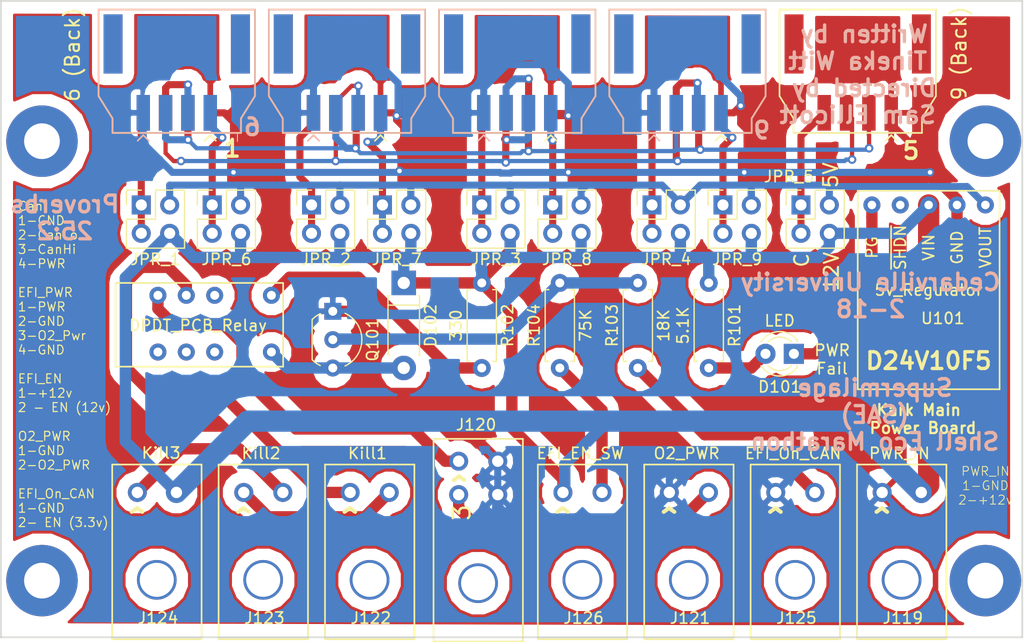
<source format=kicad_pcb>
(kicad_pcb (version 4) (host pcbnew 4.0.7)

  (general
    (links 87)
    (no_connects 0)
    (area 103.556999 22.911999 195.147001 80.085001)
    (thickness 1.6)
    (drawings 22)
    (tracks 392)
    (zones 0)
    (modules 39)
    (nets 36)
  )

  (page A4)
  (layers
    (0 F.Cu signal)
    (31 B.Cu signal)
    (32 B.Adhes user)
    (33 F.Adhes user)
    (34 B.Paste user)
    (35 F.Paste user)
    (36 B.SilkS user)
    (37 F.SilkS user)
    (38 B.Mask user)
    (39 F.Mask user)
    (40 Dwgs.User user)
    (41 Cmts.User user)
    (42 Eco1.User user)
    (43 Eco2.User user)
    (44 Edge.Cuts user)
    (45 Margin user)
    (46 B.CrtYd user)
    (47 F.CrtYd user)
    (48 B.Fab user)
    (49 F.Fab user hide)
  )

  (setup
    (last_trace_width 0.635)
    (user_trace_width 0.381)
    (user_trace_width 1.016)
    (user_trace_width 1.905)
    (trace_clearance 0.254)
    (zone_clearance 1.016)
    (zone_45_only no)
    (trace_min 0.2032)
    (segment_width 0.2)
    (edge_width 0.15)
    (via_size 0.762)
    (via_drill 0.4064)
    (via_min_size 0.381)
    (via_min_drill 0.3)
    (user_via 1.27 0.635)
    (user_via 2.286 0.762)
    (uvia_size 0.3)
    (uvia_drill 0.1)
    (uvias_allowed no)
    (uvia_min_size 0)
    (uvia_min_drill 0)
    (pcb_text_width 0.3)
    (pcb_text_size 1.5 1.5)
    (mod_edge_width 0.15)
    (mod_text_size 1 1)
    (mod_text_width 0.15)
    (pad_size 1.524 1.524)
    (pad_drill 0.762)
    (pad_to_mask_clearance 0.2)
    (aux_axis_origin 0 0)
    (visible_elements FFFFEF7F)
    (pcbplotparams
      (layerselection 0x01030_80000001)
      (usegerberextensions true)
      (excludeedgelayer true)
      (linewidth 0.100000)
      (plotframeref false)
      (viasonmask true)
      (mode 1)
      (useauxorigin false)
      (hpglpennumber 1)
      (hpglpenspeed 20)
      (hpglpendiameter 15)
      (hpglpenoverlay 2)
      (psnegative false)
      (psa4output false)
      (plotreference true)
      (plotvalue true)
      (plotinvisibletext false)
      (padsonsilk false)
      (subtractmaskfromsilk false)
      (outputformat 1)
      (mirror false)
      (drillshape 0)
      (scaleselection 1)
      (outputdirectory gerber/))
  )

  (net 0 "")
  (net 1 "Net-(Q101-Pad2)")
  (net 2 "Net-(CR101-Pad1)")
  (net 3 GND)
  (net 4 "Net-(CR101-Pad12)")
  (net 5 "Net-(CR101-Pad10)")
  (net 6 "Net-(CR101-Pad9)")
  (net 7 /EFIonb)
  (net 8 "Net-(CR101-Pad5)")
  (net 9 "Net-(CR101-Pad4)")
  (net 10 "Net-(CR101-Pad3)")
  (net 11 "Net-(D101-Pad1)")
  (net 12 "Net-(D101-Pad2)")
  (net 13 +12V)
  (net 14 /CanLo)
  (net 15 /CanHI)
  (net 16 "Net-(J101-Pad4)")
  (net 17 "Net-(J102-Pad4)")
  (net 18 "Net-(J103-Pad4)")
  (net 19 "Net-(J104-Pad4)")
  (net 20 "Net-(J105-Pad4)")
  (net 21 "Net-(J106-Pad4)")
  (net 22 "Net-(J107-Pad4)")
  (net 23 "Net-(J108-Pad4)")
  (net 24 "Net-(J109-Pad4)")
  (net 25 /5)
  (net 26 /O2pwr)
  (net 27 "Net-(J122-Pad2)")
  (net 28 "Net-(J123-Pad2)")
  (net 29 "Net-(J125-Pad2)")
  (net 30 "Net-(J126-Pad2)")
  (net 31 "Net-(U101-Pad4)")
  (net 32 "Net-(TP101-Pad1)")
  (net 33 "Net-(TP102-Pad1)")
  (net 34 "Net-(TP103-Pad1)")
  (net 35 "Net-(TP104-Pad1)")

  (net_class Default "This is the default net class."
    (clearance 0.254)
    (trace_width 0.635)
    (via_dia 0.762)
    (via_drill 0.4064)
    (uvia_dia 0.3)
    (uvia_drill 0.1)
    (add_net +12V)
    (add_net /5)
    (add_net /CanHI)
    (add_net /CanLo)
    (add_net /EFIonb)
    (add_net /O2pwr)
    (add_net GND)
    (add_net "Net-(CR101-Pad1)")
    (add_net "Net-(CR101-Pad10)")
    (add_net "Net-(CR101-Pad12)")
    (add_net "Net-(CR101-Pad3)")
    (add_net "Net-(CR101-Pad4)")
    (add_net "Net-(CR101-Pad5)")
    (add_net "Net-(CR101-Pad9)")
    (add_net "Net-(D101-Pad1)")
    (add_net "Net-(D101-Pad2)")
    (add_net "Net-(J101-Pad4)")
    (add_net "Net-(J102-Pad4)")
    (add_net "Net-(J103-Pad4)")
    (add_net "Net-(J104-Pad4)")
    (add_net "Net-(J105-Pad4)")
    (add_net "Net-(J106-Pad4)")
    (add_net "Net-(J107-Pad4)")
    (add_net "Net-(J108-Pad4)")
    (add_net "Net-(J109-Pad4)")
    (add_net "Net-(J122-Pad2)")
    (add_net "Net-(J123-Pad2)")
    (add_net "Net-(J125-Pad2)")
    (add_net "Net-(J126-Pad2)")
    (add_net "Net-(Q101-Pad2)")
    (add_net "Net-(TP101-Pad1)")
    (add_net "Net-(TP102-Pad1)")
    (add_net "Net-(TP103-Pad1)")
    (add_net "Net-(TP104-Pad1)")
    (add_net "Net-(U101-Pad4)")
  )

  (module supermileage_footprints:Molex-duraClick-4conn (layer B.Cu) (tedit 5803C53C) (tstamp 5A635CC2)
    (at 149.86 33.02)
    (path /5A232670)
    (fp_text reference J108 (at 0 -2.7502) (layer B.SilkS) hide
      (effects (font (size 1.2 1.2) (thickness 0.15)) (justify mirror))
    )
    (fp_text value CAN_8 (at 0 -4.1002) (layer B.Fab)
      (effects (font (size 1.2 1.2) (thickness 0.15)) (justify mirror))
    )
    (fp_line (start -3 2) (end -2.5 2.5) (layer B.SilkS) (width 0.15))
    (fp_line (start -3.5 2.5) (end -3 2) (layer B.SilkS) (width 0.15))
    (fp_line (start -7 -1.5) (end -7 -9.25) (layer B.SilkS) (width 0.15))
    (fp_line (start -5.75 0.5) (end -7 -1.5) (layer B.SilkS) (width 0.15))
    (fp_line (start -5.75 1.8) (end -5.75 0.5) (layer B.SilkS) (width 0.15))
    (fp_line (start 5.75 1.8) (end -5.75 1.8) (layer B.SilkS) (width 0.15))
    (fp_line (start 5.75 0.5) (end 5.75 1.8) (layer B.SilkS) (width 0.15))
    (fp_line (start 7 -1.5) (end 5.75 0.5) (layer B.SilkS) (width 0.15))
    (fp_line (start 7 -9.25) (end 7 -1.5) (layer B.SilkS) (width 0.15))
    (fp_line (start -7 -9.25) (end 7 -9.25) (layer B.SilkS) (width 0.15))
    (pad 1 smd rect (at -2.999994 0) (size 1.2065 3.2004) (layers B.Cu B.Paste B.Mask)
      (net 3 GND))
    (pad 2 smd rect (at -0.999998 0) (size 1.2065 3.2004) (layers B.Cu B.Paste B.Mask)
      (net 14 /CanLo))
    (pad 3 smd rect (at 0.999998 0) (size 1.2065 3.2004) (layers B.Cu B.Paste B.Mask)
      (net 15 /CanHI))
    (pad 4 smd rect (at 2.999994 0) (size 1.2065 3.2004) (layers B.Cu B.Paste B.Mask)
      (net 23 "Net-(J108-Pad4)"))
    (pad 0 smd rect (at -5.700014 -6.16966) (size 1.700022 5.299964) (layers B.Cu B.Paste B.Mask))
    (pad 0 smd rect (at 5.700014 -6.16966) (size 1.700022 5.299964) (layers B.Cu B.Paste B.Mask))
    (model ${USERPATH}/3d_models/4_pin_duraclick.wrl
      (at (xyz 0 -0.175 0.12))
      (scale (xyz 0.394 0.394 0.394))
      (rotate (xyz 0 0 180))
    )
  )

  (module supermileage_footprints:2_FORM_C-RELAY (layer F.Cu) (tedit 5A75E1E0) (tstamp 5A635BF6)
    (at 128.905 48.26 180)
    (path /5A2C6065)
    (fp_text reference CR101 (at 2.54 -8.89 180) (layer F.Fab)
      (effects (font (size 1 1) (thickness 0.15)))
    )
    (fp_text value DPDT_PCB_Relay (at 7.62 -3.81 180) (layer F.SilkS)
      (effects (font (size 1 1) (thickness 0.15)))
    )
    (fp_line (start 0 0) (end 15 0) (layer F.SilkS) (width 0.15))
    (fp_line (start 15 0) (end 15 -7.5) (layer F.SilkS) (width 0.15))
    (fp_line (start 15 -7.5) (end 0 -7.5) (layer F.SilkS) (width 0.15))
    (fp_line (start 0 -7.5) (end 0 0) (layer F.SilkS) (width 0.15))
    (pad 12 thru_hole circle (at 1.05 -1.11 180) (size 1.524 1.524) (drill 0.8) (layers *.Cu *.Mask)
      (net 4 "Net-(CR101-Pad12)"))
    (pad 10 thru_hole circle (at 6.13 -1.11 180) (size 1.524 1.524) (drill 0.8) (layers *.Cu *.Mask)
      (net 5 "Net-(CR101-Pad10)"))
    (pad 9 thru_hole circle (at 8.67 -1.11 180) (size 1.524 1.524) (drill 0.8) (layers *.Cu *.Mask)
      (net 6 "Net-(CR101-Pad9)"))
    (pad 8 thru_hole circle (at 11.21 -1.11 180) (size 1.524 1.524) (drill 0.8) (layers *.Cu *.Mask)
      (net 7 /EFIonb))
    (pad 5 thru_hole circle (at 11.21 -6.19 180) (size 1.524 1.524) (drill 0.8) (layers *.Cu *.Mask)
      (net 8 "Net-(CR101-Pad5)"))
    (pad 4 thru_hole circle (at 8.67 -6.19 180) (size 1.524 1.524) (drill 0.8) (layers *.Cu *.Mask)
      (net 9 "Net-(CR101-Pad4)"))
    (pad 3 thru_hole circle (at 6.13 -6.19 180) (size 1.524 1.524) (drill 0.8) (layers *.Cu *.Mask)
      (net 10 "Net-(CR101-Pad3)"))
    (pad 1 thru_hole circle (at 1.05 -6.19 180) (size 1.524 1.524) (drill 0.8) (layers *.Cu *.Mask)
      (net 2 "Net-(CR101-Pad1)"))
  )

  (module LEDs:LED_D3.0mm (layer F.Cu) (tedit 5A75D3FD) (tstamp 5A635C09)
    (at 174.625 54.61 180)
    (descr "LED, diameter 3.0mm, 2 pins")
    (tags "LED diameter 3.0mm 2 pins")
    (path /5A22DD28)
    (fp_text reference D101 (at 1.27 -2.96 180) (layer F.SilkS)
      (effects (font (size 1 1) (thickness 0.15)))
    )
    (fp_text value LED (at 1.27 2.96 180) (layer F.SilkS)
      (effects (font (size 1 1) (thickness 0.15)))
    )
    (fp_arc (start 1.27 0) (end -0.23 -1.16619) (angle 284.3) (layer F.Fab) (width 0.1))
    (fp_arc (start 1.27 0) (end -0.29 -1.235516) (angle 108.8) (layer F.SilkS) (width 0.12))
    (fp_arc (start 1.27 0) (end -0.29 1.235516) (angle -108.8) (layer F.SilkS) (width 0.12))
    (fp_arc (start 1.27 0) (end 0.229039 -1.08) (angle 87.9) (layer F.SilkS) (width 0.12))
    (fp_arc (start 1.27 0) (end 0.229039 1.08) (angle -87.9) (layer F.SilkS) (width 0.12))
    (fp_circle (center 1.27 0) (end 2.77 0) (layer F.Fab) (width 0.1))
    (fp_line (start -0.23 -1.16619) (end -0.23 1.16619) (layer F.Fab) (width 0.1))
    (fp_line (start -0.29 -1.236) (end -0.29 -1.08) (layer F.SilkS) (width 0.12))
    (fp_line (start -0.29 1.08) (end -0.29 1.236) (layer F.SilkS) (width 0.12))
    (fp_line (start -1.15 -2.25) (end -1.15 2.25) (layer F.CrtYd) (width 0.05))
    (fp_line (start -1.15 2.25) (end 3.7 2.25) (layer F.CrtYd) (width 0.05))
    (fp_line (start 3.7 2.25) (end 3.7 -2.25) (layer F.CrtYd) (width 0.05))
    (fp_line (start 3.7 -2.25) (end -1.15 -2.25) (layer F.CrtYd) (width 0.05))
    (pad 1 thru_hole rect (at 0 0 180) (size 1.8 1.8) (drill 0.9) (layers *.Cu *.Mask)
      (net 11 "Net-(D101-Pad1)"))
    (pad 2 thru_hole circle (at 2.54 0 180) (size 1.8 1.8) (drill 0.9) (layers *.Cu *.Mask)
      (net 12 "Net-(D101-Pad2)"))
    (model ${KISYS3DMOD}/LEDs.3dshapes/LED_D3.0mm.wrl
      (at (xyz 0 0 0))
      (scale (xyz 0.393701 0.393701 0.393701))
      (rotate (xyz 0 0 0))
    )
  )

  (module Diodes_THT:D_DO-41_SOD81_P7.62mm_Horizontal (layer F.Cu) (tedit 5921392F) (tstamp 5A635C22)
    (at 139.7 48.26 270)
    (descr "D, DO-41_SOD81 series, Axial, Horizontal, pin pitch=7.62mm, , length*diameter=5.2*2.7mm^2, , http://www.diodes.com/_files/packages/DO-41%20(Plastic).pdf")
    (tags "D DO-41_SOD81 series Axial Horizontal pin pitch 7.62mm  length 5.2mm diameter 2.7mm")
    (path /5A5A4892)
    (fp_text reference D102 (at 3.81 -2.41 270) (layer F.SilkS)
      (effects (font (size 1 1) (thickness 0.15)))
    )
    (fp_text value D (at 3.81 2.41 270) (layer F.Fab)
      (effects (font (size 1 1) (thickness 0.15)))
    )
    (fp_text user %R (at 3.81 0 270) (layer F.Fab)
      (effects (font (size 1 1) (thickness 0.15)))
    )
    (fp_line (start 1.21 -1.35) (end 1.21 1.35) (layer F.Fab) (width 0.1))
    (fp_line (start 1.21 1.35) (end 6.41 1.35) (layer F.Fab) (width 0.1))
    (fp_line (start 6.41 1.35) (end 6.41 -1.35) (layer F.Fab) (width 0.1))
    (fp_line (start 6.41 -1.35) (end 1.21 -1.35) (layer F.Fab) (width 0.1))
    (fp_line (start 0 0) (end 1.21 0) (layer F.Fab) (width 0.1))
    (fp_line (start 7.62 0) (end 6.41 0) (layer F.Fab) (width 0.1))
    (fp_line (start 1.99 -1.35) (end 1.99 1.35) (layer F.Fab) (width 0.1))
    (fp_line (start 1.15 -1.28) (end 1.15 -1.41) (layer F.SilkS) (width 0.12))
    (fp_line (start 1.15 -1.41) (end 6.47 -1.41) (layer F.SilkS) (width 0.12))
    (fp_line (start 6.47 -1.41) (end 6.47 -1.28) (layer F.SilkS) (width 0.12))
    (fp_line (start 1.15 1.28) (end 1.15 1.41) (layer F.SilkS) (width 0.12))
    (fp_line (start 1.15 1.41) (end 6.47 1.41) (layer F.SilkS) (width 0.12))
    (fp_line (start 6.47 1.41) (end 6.47 1.28) (layer F.SilkS) (width 0.12))
    (fp_line (start 1.99 -1.41) (end 1.99 1.41) (layer F.SilkS) (width 0.12))
    (fp_line (start -1.35 -1.7) (end -1.35 1.7) (layer F.CrtYd) (width 0.05))
    (fp_line (start -1.35 1.7) (end 9 1.7) (layer F.CrtYd) (width 0.05))
    (fp_line (start 9 1.7) (end 9 -1.7) (layer F.CrtYd) (width 0.05))
    (fp_line (start 9 -1.7) (end -1.35 -1.7) (layer F.CrtYd) (width 0.05))
    (pad 1 thru_hole rect (at 0 0 270) (size 2.2 2.2) (drill 1.1) (layers *.Cu *.Mask)
      (net 13 +12V))
    (pad 2 thru_hole oval (at 7.62 0 270) (size 2.2 2.2) (drill 1.1) (layers *.Cu *.Mask)
      (net 2 "Net-(CR101-Pad1)"))
    (model ${KISYS3DMOD}/Diodes_THT.3dshapes/D_DO-41_SOD81_P7.62mm_Horizontal.wrl
      (at (xyz 0 0 0))
      (scale (xyz 0.393701 0.393701 0.393701))
      (rotate (xyz 0 0 0))
    )
  )

  (module supermileage_footprints:Molex-duraClick-4conn (layer F.Cu) (tedit 5803C53C) (tstamp 5A635C36)
    (at 119.38 33.02 180)
    (path /5A230FBE)
    (fp_text reference J101 (at 0 2.7502 180) (layer F.SilkS) hide
      (effects (font (size 1.2 1.2) (thickness 0.15)))
    )
    (fp_text value CAN_1 (at 0 4.1002 180) (layer F.Fab)
      (effects (font (size 1.2 1.2) (thickness 0.15)))
    )
    (fp_line (start -3 -2) (end -2.5 -2.5) (layer F.SilkS) (width 0.15))
    (fp_line (start -3.5 -2.5) (end -3 -2) (layer F.SilkS) (width 0.15))
    (fp_line (start -7 1.5) (end -7 9.25) (layer F.SilkS) (width 0.15))
    (fp_line (start -5.75 -0.5) (end -7 1.5) (layer F.SilkS) (width 0.15))
    (fp_line (start -5.75 -1.8) (end -5.75 -0.5) (layer F.SilkS) (width 0.15))
    (fp_line (start 5.75 -1.8) (end -5.75 -1.8) (layer F.SilkS) (width 0.15))
    (fp_line (start 5.75 -0.5) (end 5.75 -1.8) (layer F.SilkS) (width 0.15))
    (fp_line (start 7 1.5) (end 5.75 -0.5) (layer F.SilkS) (width 0.15))
    (fp_line (start 7 9.25) (end 7 1.5) (layer F.SilkS) (width 0.15))
    (fp_line (start -7 9.25) (end 7 9.25) (layer F.SilkS) (width 0.15))
    (pad 1 smd rect (at -2.999994 0 180) (size 1.2065 3.2004) (layers F.Cu F.Paste F.Mask)
      (net 3 GND))
    (pad 2 smd rect (at -0.999998 0 180) (size 1.2065 3.2004) (layers F.Cu F.Paste F.Mask)
      (net 14 /CanLo))
    (pad 3 smd rect (at 0.999998 0 180) (size 1.2065 3.2004) (layers F.Cu F.Paste F.Mask)
      (net 15 /CanHI))
    (pad 4 smd rect (at 2.999994 0 180) (size 1.2065 3.2004) (layers F.Cu F.Paste F.Mask)
      (net 16 "Net-(J101-Pad4)"))
    (pad 0 smd rect (at -5.700014 6.16966 180) (size 1.700022 5.299964) (layers F.Cu F.Paste F.Mask))
    (pad 0 smd rect (at 5.700014 6.16966 180) (size 1.700022 5.299964) (layers F.Cu F.Paste F.Mask))
    (model ${USERPATH}/3d_models/4_pin_duraclick.wrl
      (at (xyz 0 -0.175 0.12))
      (scale (xyz 0.394 0.394 0.394))
      (rotate (xyz 0 0 180))
    )
  )

  (module supermileage_footprints:Molex-duraClick-4conn (layer F.Cu) (tedit 5803C53C) (tstamp 5A635C4A)
    (at 134.62 33.02 180)
    (path /5A231440)
    (fp_text reference J102 (at 0 2.7502 180) (layer F.SilkS) hide
      (effects (font (size 1.2 1.2) (thickness 0.15)))
    )
    (fp_text value CAN_2 (at 0 4.1002 180) (layer F.Fab)
      (effects (font (size 1.2 1.2) (thickness 0.15)))
    )
    (fp_line (start -3 -2) (end -2.5 -2.5) (layer F.SilkS) (width 0.15))
    (fp_line (start -3.5 -2.5) (end -3 -2) (layer F.SilkS) (width 0.15))
    (fp_line (start -7 1.5) (end -7 9.25) (layer F.SilkS) (width 0.15))
    (fp_line (start -5.75 -0.5) (end -7 1.5) (layer F.SilkS) (width 0.15))
    (fp_line (start -5.75 -1.8) (end -5.75 -0.5) (layer F.SilkS) (width 0.15))
    (fp_line (start 5.75 -1.8) (end -5.75 -1.8) (layer F.SilkS) (width 0.15))
    (fp_line (start 5.75 -0.5) (end 5.75 -1.8) (layer F.SilkS) (width 0.15))
    (fp_line (start 7 1.5) (end 5.75 -0.5) (layer F.SilkS) (width 0.15))
    (fp_line (start 7 9.25) (end 7 1.5) (layer F.SilkS) (width 0.15))
    (fp_line (start -7 9.25) (end 7 9.25) (layer F.SilkS) (width 0.15))
    (pad 1 smd rect (at -2.999994 0 180) (size 1.2065 3.2004) (layers F.Cu F.Paste F.Mask)
      (net 3 GND))
    (pad 2 smd rect (at -0.999998 0 180) (size 1.2065 3.2004) (layers F.Cu F.Paste F.Mask)
      (net 14 /CanLo))
    (pad 3 smd rect (at 0.999998 0 180) (size 1.2065 3.2004) (layers F.Cu F.Paste F.Mask)
      (net 15 /CanHI))
    (pad 4 smd rect (at 2.999994 0 180) (size 1.2065 3.2004) (layers F.Cu F.Paste F.Mask)
      (net 17 "Net-(J102-Pad4)"))
    (pad 0 smd rect (at -5.700014 6.16966 180) (size 1.700022 5.299964) (layers F.Cu F.Paste F.Mask))
    (pad 0 smd rect (at 5.700014 6.16966 180) (size 1.700022 5.299964) (layers F.Cu F.Paste F.Mask))
    (model ${USERPATH}/3d_models/4_pin_duraclick.wrl
      (at (xyz 0 -0.175 0.12))
      (scale (xyz 0.394 0.394 0.394))
      (rotate (xyz 0 0 180))
    )
  )

  (module supermileage_footprints:Molex-duraClick-4conn (layer F.Cu) (tedit 5803C53C) (tstamp 5A635C5E)
    (at 149.86 33.02 180)
    (path /5A231905)
    (fp_text reference J103 (at 0 2.7502 180) (layer F.SilkS) hide
      (effects (font (size 1.2 1.2) (thickness 0.15)))
    )
    (fp_text value CAN_3 (at 0 4.1002 180) (layer F.Fab)
      (effects (font (size 1.2 1.2) (thickness 0.15)))
    )
    (fp_line (start -3 -2) (end -2.5 -2.5) (layer F.SilkS) (width 0.15))
    (fp_line (start -3.5 -2.5) (end -3 -2) (layer F.SilkS) (width 0.15))
    (fp_line (start -7 1.5) (end -7 9.25) (layer F.SilkS) (width 0.15))
    (fp_line (start -5.75 -0.5) (end -7 1.5) (layer F.SilkS) (width 0.15))
    (fp_line (start -5.75 -1.8) (end -5.75 -0.5) (layer F.SilkS) (width 0.15))
    (fp_line (start 5.75 -1.8) (end -5.75 -1.8) (layer F.SilkS) (width 0.15))
    (fp_line (start 5.75 -0.5) (end 5.75 -1.8) (layer F.SilkS) (width 0.15))
    (fp_line (start 7 1.5) (end 5.75 -0.5) (layer F.SilkS) (width 0.15))
    (fp_line (start 7 9.25) (end 7 1.5) (layer F.SilkS) (width 0.15))
    (fp_line (start -7 9.25) (end 7 9.25) (layer F.SilkS) (width 0.15))
    (pad 1 smd rect (at -2.999994 0 180) (size 1.2065 3.2004) (layers F.Cu F.Paste F.Mask)
      (net 3 GND))
    (pad 2 smd rect (at -0.999998 0 180) (size 1.2065 3.2004) (layers F.Cu F.Paste F.Mask)
      (net 14 /CanLo))
    (pad 3 smd rect (at 0.999998 0 180) (size 1.2065 3.2004) (layers F.Cu F.Paste F.Mask)
      (net 15 /CanHI))
    (pad 4 smd rect (at 2.999994 0 180) (size 1.2065 3.2004) (layers F.Cu F.Paste F.Mask)
      (net 18 "Net-(J103-Pad4)"))
    (pad 0 smd rect (at -5.700014 6.16966 180) (size 1.700022 5.299964) (layers F.Cu F.Paste F.Mask))
    (pad 0 smd rect (at 5.700014 6.16966 180) (size 1.700022 5.299964) (layers F.Cu F.Paste F.Mask))
    (model ${USERPATH}/3d_models/4_pin_duraclick.wrl
      (at (xyz 0 -0.175 0.12))
      (scale (xyz 0.394 0.394 0.394))
      (rotate (xyz 0 0 180))
    )
  )

  (module supermileage_footprints:Molex-duraClick-4conn (layer F.Cu) (tedit 5803C53C) (tstamp 5A635C72)
    (at 165.1 33.02 180)
    (path /5A231A12)
    (fp_text reference J104 (at 0 2.7502 180) (layer F.SilkS) hide
      (effects (font (size 1.2 1.2) (thickness 0.15)))
    )
    (fp_text value CAN_4 (at 0 4.1002 180) (layer F.Fab)
      (effects (font (size 1.2 1.2) (thickness 0.15)))
    )
    (fp_line (start -3 -2) (end -2.5 -2.5) (layer F.SilkS) (width 0.15))
    (fp_line (start -3.5 -2.5) (end -3 -2) (layer F.SilkS) (width 0.15))
    (fp_line (start -7 1.5) (end -7 9.25) (layer F.SilkS) (width 0.15))
    (fp_line (start -5.75 -0.5) (end -7 1.5) (layer F.SilkS) (width 0.15))
    (fp_line (start -5.75 -1.8) (end -5.75 -0.5) (layer F.SilkS) (width 0.15))
    (fp_line (start 5.75 -1.8) (end -5.75 -1.8) (layer F.SilkS) (width 0.15))
    (fp_line (start 5.75 -0.5) (end 5.75 -1.8) (layer F.SilkS) (width 0.15))
    (fp_line (start 7 1.5) (end 5.75 -0.5) (layer F.SilkS) (width 0.15))
    (fp_line (start 7 9.25) (end 7 1.5) (layer F.SilkS) (width 0.15))
    (fp_line (start -7 9.25) (end 7 9.25) (layer F.SilkS) (width 0.15))
    (pad 1 smd rect (at -2.999994 0 180) (size 1.2065 3.2004) (layers F.Cu F.Paste F.Mask)
      (net 3 GND))
    (pad 2 smd rect (at -0.999998 0 180) (size 1.2065 3.2004) (layers F.Cu F.Paste F.Mask)
      (net 14 /CanLo))
    (pad 3 smd rect (at 0.999998 0 180) (size 1.2065 3.2004) (layers F.Cu F.Paste F.Mask)
      (net 15 /CanHI))
    (pad 4 smd rect (at 2.999994 0 180) (size 1.2065 3.2004) (layers F.Cu F.Paste F.Mask)
      (net 19 "Net-(J104-Pad4)"))
    (pad 0 smd rect (at -5.700014 6.16966 180) (size 1.700022 5.299964) (layers F.Cu F.Paste F.Mask))
    (pad 0 smd rect (at 5.700014 6.16966 180) (size 1.700022 5.299964) (layers F.Cu F.Paste F.Mask))
    (model ${USERPATH}/3d_models/4_pin_duraclick.wrl
      (at (xyz 0 -0.175 0.12))
      (scale (xyz 0.394 0.394 0.394))
      (rotate (xyz 0 0 180))
    )
  )

  (module supermileage_footprints:Molex-duraClick-4conn (layer F.Cu) (tedit 5803C53C) (tstamp 5A635C86)
    (at 180.34 33.02 180)
    (path /5A231A33)
    (fp_text reference J105 (at 0 2.7502 180) (layer F.SilkS) hide
      (effects (font (size 1.2 1.2) (thickness 0.15)))
    )
    (fp_text value CAN_5 (at 0 4.1002 180) (layer F.Fab)
      (effects (font (size 1.2 1.2) (thickness 0.15)))
    )
    (fp_line (start -3 -2) (end -2.5 -2.5) (layer F.SilkS) (width 0.15))
    (fp_line (start -3.5 -2.5) (end -3 -2) (layer F.SilkS) (width 0.15))
    (fp_line (start -7 1.5) (end -7 9.25) (layer F.SilkS) (width 0.15))
    (fp_line (start -5.75 -0.5) (end -7 1.5) (layer F.SilkS) (width 0.15))
    (fp_line (start -5.75 -1.8) (end -5.75 -0.5) (layer F.SilkS) (width 0.15))
    (fp_line (start 5.75 -1.8) (end -5.75 -1.8) (layer F.SilkS) (width 0.15))
    (fp_line (start 5.75 -0.5) (end 5.75 -1.8) (layer F.SilkS) (width 0.15))
    (fp_line (start 7 1.5) (end 5.75 -0.5) (layer F.SilkS) (width 0.15))
    (fp_line (start 7 9.25) (end 7 1.5) (layer F.SilkS) (width 0.15))
    (fp_line (start -7 9.25) (end 7 9.25) (layer F.SilkS) (width 0.15))
    (pad 1 smd rect (at -2.999994 0 180) (size 1.2065 3.2004) (layers F.Cu F.Paste F.Mask)
      (net 3 GND))
    (pad 2 smd rect (at -0.999998 0 180) (size 1.2065 3.2004) (layers F.Cu F.Paste F.Mask)
      (net 14 /CanLo))
    (pad 3 smd rect (at 0.999998 0 180) (size 1.2065 3.2004) (layers F.Cu F.Paste F.Mask)
      (net 15 /CanHI))
    (pad 4 smd rect (at 2.999994 0 180) (size 1.2065 3.2004) (layers F.Cu F.Paste F.Mask)
      (net 20 "Net-(J105-Pad4)"))
    (pad 0 smd rect (at -5.700014 6.16966 180) (size 1.700022 5.299964) (layers F.Cu F.Paste F.Mask))
    (pad 0 smd rect (at 5.700014 6.16966 180) (size 1.700022 5.299964) (layers F.Cu F.Paste F.Mask))
    (model ${USERPATH}/3d_models/4_pin_duraclick.wrl
      (at (xyz 0 -0.175 0.12))
      (scale (xyz 0.394 0.394 0.394))
      (rotate (xyz 0 0 180))
    )
  )

  (module supermileage_footprints:Molex-duraClick-4conn (layer B.Cu) (tedit 5803C53C) (tstamp 5A635C9A)
    (at 119.38 33.02)
    (path /5A23262E)
    (fp_text reference J106 (at 0 -2.7502) (layer B.SilkS) hide
      (effects (font (size 1.2 1.2) (thickness 0.15)) (justify mirror))
    )
    (fp_text value CAN_6 (at 0 -4.1002) (layer B.Fab)
      (effects (font (size 1.2 1.2) (thickness 0.15)) (justify mirror))
    )
    (fp_line (start -3 2) (end -2.5 2.5) (layer B.SilkS) (width 0.15))
    (fp_line (start -3.5 2.5) (end -3 2) (layer B.SilkS) (width 0.15))
    (fp_line (start -7 -1.5) (end -7 -9.25) (layer B.SilkS) (width 0.15))
    (fp_line (start -5.75 0.5) (end -7 -1.5) (layer B.SilkS) (width 0.15))
    (fp_line (start -5.75 1.8) (end -5.75 0.5) (layer B.SilkS) (width 0.15))
    (fp_line (start 5.75 1.8) (end -5.75 1.8) (layer B.SilkS) (width 0.15))
    (fp_line (start 5.75 0.5) (end 5.75 1.8) (layer B.SilkS) (width 0.15))
    (fp_line (start 7 -1.5) (end 5.75 0.5) (layer B.SilkS) (width 0.15))
    (fp_line (start 7 -9.25) (end 7 -1.5) (layer B.SilkS) (width 0.15))
    (fp_line (start -7 -9.25) (end 7 -9.25) (layer B.SilkS) (width 0.15))
    (pad 1 smd rect (at -2.999994 0) (size 1.2065 3.2004) (layers B.Cu B.Paste B.Mask)
      (net 3 GND))
    (pad 2 smd rect (at -0.999998 0) (size 1.2065 3.2004) (layers B.Cu B.Paste B.Mask)
      (net 14 /CanLo))
    (pad 3 smd rect (at 0.999998 0) (size 1.2065 3.2004) (layers B.Cu B.Paste B.Mask)
      (net 15 /CanHI))
    (pad 4 smd rect (at 2.999994 0) (size 1.2065 3.2004) (layers B.Cu B.Paste B.Mask)
      (net 21 "Net-(J106-Pad4)"))
    (pad 0 smd rect (at -5.700014 -6.16966) (size 1.700022 5.299964) (layers B.Cu B.Paste B.Mask))
    (pad 0 smd rect (at 5.700014 -6.16966) (size 1.700022 5.299964) (layers B.Cu B.Paste B.Mask))
    (model ${USERPATH}/3d_models/4_pin_duraclick.wrl
      (at (xyz 0 -0.175 0.12))
      (scale (xyz 0.394 0.394 0.394))
      (rotate (xyz 0 0 180))
    )
  )

  (module supermileage_footprints:Molex-duraClick-4conn (layer B.Cu) (tedit 5803C53C) (tstamp 5A635CAE)
    (at 134.62 33.02)
    (path /5A23264F)
    (fp_text reference J107 (at 0 -2.7502) (layer B.SilkS) hide
      (effects (font (size 1.2 1.2) (thickness 0.15)) (justify mirror))
    )
    (fp_text value CAN_7 (at 0 -4.1002) (layer B.Fab)
      (effects (font (size 1.2 1.2) (thickness 0.15)) (justify mirror))
    )
    (fp_line (start -3 2) (end -2.5 2.5) (layer B.SilkS) (width 0.15))
    (fp_line (start -3.5 2.5) (end -3 2) (layer B.SilkS) (width 0.15))
    (fp_line (start -7 -1.5) (end -7 -9.25) (layer B.SilkS) (width 0.15))
    (fp_line (start -5.75 0.5) (end -7 -1.5) (layer B.SilkS) (width 0.15))
    (fp_line (start -5.75 1.8) (end -5.75 0.5) (layer B.SilkS) (width 0.15))
    (fp_line (start 5.75 1.8) (end -5.75 1.8) (layer B.SilkS) (width 0.15))
    (fp_line (start 5.75 0.5) (end 5.75 1.8) (layer B.SilkS) (width 0.15))
    (fp_line (start 7 -1.5) (end 5.75 0.5) (layer B.SilkS) (width 0.15))
    (fp_line (start 7 -9.25) (end 7 -1.5) (layer B.SilkS) (width 0.15))
    (fp_line (start -7 -9.25) (end 7 -9.25) (layer B.SilkS) (width 0.15))
    (pad 1 smd rect (at -2.999994 0) (size 1.2065 3.2004) (layers B.Cu B.Paste B.Mask)
      (net 3 GND))
    (pad 2 smd rect (at -0.999998 0) (size 1.2065 3.2004) (layers B.Cu B.Paste B.Mask)
      (net 14 /CanLo))
    (pad 3 smd rect (at 0.999998 0) (size 1.2065 3.2004) (layers B.Cu B.Paste B.Mask)
      (net 15 /CanHI))
    (pad 4 smd rect (at 2.999994 0) (size 1.2065 3.2004) (layers B.Cu B.Paste B.Mask)
      (net 22 "Net-(J107-Pad4)"))
    (pad 0 smd rect (at -5.700014 -6.16966) (size 1.700022 5.299964) (layers B.Cu B.Paste B.Mask))
    (pad 0 smd rect (at 5.700014 -6.16966) (size 1.700022 5.299964) (layers B.Cu B.Paste B.Mask))
    (model ${USERPATH}/3d_models/4_pin_duraclick.wrl
      (at (xyz 0 -0.175 0.12))
      (scale (xyz 0.394 0.394 0.394))
      (rotate (xyz 0 0 180))
    )
  )

  (module supermileage_footprints:Molex-duraClick-4conn (layer B.Cu) (tedit 5803C53C) (tstamp 5A635CD6)
    (at 165.1 33.02)
    (path /5A232691)
    (fp_text reference J109 (at 0 -2.7502) (layer B.SilkS) hide
      (effects (font (size 1.2 1.2) (thickness 0.15)) (justify mirror))
    )
    (fp_text value CAN_9 (at 0 -4.1002) (layer B.Fab)
      (effects (font (size 1.2 1.2) (thickness 0.15)) (justify mirror))
    )
    (fp_line (start -3 2) (end -2.5 2.5) (layer B.SilkS) (width 0.15))
    (fp_line (start -3.5 2.5) (end -3 2) (layer B.SilkS) (width 0.15))
    (fp_line (start -7 -1.5) (end -7 -9.25) (layer B.SilkS) (width 0.15))
    (fp_line (start -5.75 0.5) (end -7 -1.5) (layer B.SilkS) (width 0.15))
    (fp_line (start -5.75 1.8) (end -5.75 0.5) (layer B.SilkS) (width 0.15))
    (fp_line (start 5.75 1.8) (end -5.75 1.8) (layer B.SilkS) (width 0.15))
    (fp_line (start 5.75 0.5) (end 5.75 1.8) (layer B.SilkS) (width 0.15))
    (fp_line (start 7 -1.5) (end 5.75 0.5) (layer B.SilkS) (width 0.15))
    (fp_line (start 7 -9.25) (end 7 -1.5) (layer B.SilkS) (width 0.15))
    (fp_line (start -7 -9.25) (end 7 -9.25) (layer B.SilkS) (width 0.15))
    (pad 1 smd rect (at -2.999994 0) (size 1.2065 3.2004) (layers B.Cu B.Paste B.Mask)
      (net 3 GND))
    (pad 2 smd rect (at -0.999998 0) (size 1.2065 3.2004) (layers B.Cu B.Paste B.Mask)
      (net 14 /CanLo))
    (pad 3 smd rect (at 0.999998 0) (size 1.2065 3.2004) (layers B.Cu B.Paste B.Mask)
      (net 15 /CanHI))
    (pad 4 smd rect (at 2.999994 0) (size 1.2065 3.2004) (layers B.Cu B.Paste B.Mask)
      (net 24 "Net-(J109-Pad4)"))
    (pad 0 smd rect (at -5.700014 -6.16966) (size 1.700022 5.299964) (layers B.Cu B.Paste B.Mask))
    (pad 0 smd rect (at 5.700014 -6.16966) (size 1.700022 5.299964) (layers B.Cu B.Paste B.Mask))
    (model ${USERPATH}/3d_models/4_pin_duraclick.wrl
      (at (xyz 0 -0.175 0.12))
      (scale (xyz 0.394 0.394 0.394))
      (rotate (xyz 0 0 180))
    )
  )

  (module Pin_Headers:Pin_Header_Straight_2x02_Pitch2.54mm (layer F.Cu) (tedit 5A75DF5E) (tstamp 5A635CF0)
    (at 116.205 41.275)
    (descr "Through hole straight pin header, 2x02, 2.54mm pitch, double rows")
    (tags "Through hole pin header THT 2x02 2.54mm double row")
    (path /5A23168D)
    (fp_text reference J110 (at 1.27 -2.33) (layer F.SilkS) hide
      (effects (font (size 1 1) (thickness 0.15)))
    )
    (fp_text value JPR_1 (at 1.27 4.87) (layer F.SilkS)
      (effects (font (size 1 1) (thickness 0.15)))
    )
    (fp_line (start 0 -1.27) (end 3.81 -1.27) (layer F.Fab) (width 0.1))
    (fp_line (start 3.81 -1.27) (end 3.81 3.81) (layer F.Fab) (width 0.1))
    (fp_line (start 3.81 3.81) (end -1.27 3.81) (layer F.Fab) (width 0.1))
    (fp_line (start -1.27 3.81) (end -1.27 0) (layer F.Fab) (width 0.1))
    (fp_line (start -1.27 0) (end 0 -1.27) (layer F.Fab) (width 0.1))
    (fp_line (start -1.33 3.87) (end 3.87 3.87) (layer F.SilkS) (width 0.12))
    (fp_line (start -1.33 1.27) (end -1.33 3.87) (layer F.SilkS) (width 0.12))
    (fp_line (start 3.87 -1.33) (end 3.87 3.87) (layer F.SilkS) (width 0.12))
    (fp_line (start -1.33 1.27) (end 1.27 1.27) (layer F.SilkS) (width 0.12))
    (fp_line (start 1.27 1.27) (end 1.27 -1.33) (layer F.SilkS) (width 0.12))
    (fp_line (start 1.27 -1.33) (end 3.87 -1.33) (layer F.SilkS) (width 0.12))
    (fp_line (start -1.33 0) (end -1.33 -1.33) (layer F.SilkS) (width 0.12))
    (fp_line (start -1.33 -1.33) (end 0 -1.33) (layer F.SilkS) (width 0.12))
    (fp_line (start -1.8 -1.8) (end -1.8 4.35) (layer F.CrtYd) (width 0.05))
    (fp_line (start -1.8 4.35) (end 4.35 4.35) (layer F.CrtYd) (width 0.05))
    (fp_line (start 4.35 4.35) (end 4.35 -1.8) (layer F.CrtYd) (width 0.05))
    (fp_line (start 4.35 -1.8) (end -1.8 -1.8) (layer F.CrtYd) (width 0.05))
    (fp_text user %R (at 1.27 1.27 90) (layer F.Fab)
      (effects (font (size 1 1) (thickness 0.15)))
    )
    (pad 1 thru_hole rect (at 0 0) (size 1.7 1.7) (drill 1) (layers *.Cu *.Mask)
      (net 16 "Net-(J101-Pad4)"))
    (pad 2 thru_hole oval (at 2.54 0) (size 1.7 1.7) (drill 1) (layers *.Cu *.Mask)
      (net 25 /5))
    (pad 3 thru_hole oval (at 0 2.54) (size 1.7 1.7) (drill 1) (layers *.Cu *.Mask)
      (net 16 "Net-(J101-Pad4)"))
    (pad 4 thru_hole oval (at 2.54 2.54) (size 1.7 1.7) (drill 1) (layers *.Cu *.Mask)
      (net 13 +12V))
    (model ${KISYS3DMOD}/Pin_Headers.3dshapes/Pin_Header_Straight_2x02_Pitch2.54mm.wrl
      (at (xyz 0 0 0))
      (scale (xyz 1 1 1))
      (rotate (xyz 0 0 0))
    )
  )

  (module Pin_Headers:Pin_Header_Straight_2x02_Pitch2.54mm (layer F.Cu) (tedit 5A75D492) (tstamp 5A635D0A)
    (at 131.445 41.275)
    (descr "Through hole straight pin header, 2x02, 2.54mm pitch, double rows")
    (tags "Through hole pin header THT 2x02 2.54mm double row")
    (path /5A2315B0)
    (fp_text reference J111 (at 1.27 -2.33) (layer F.SilkS) hide
      (effects (font (size 1 1) (thickness 0.15)))
    )
    (fp_text value JPR_2 (at 1.27 4.87) (layer F.SilkS)
      (effects (font (size 1 1) (thickness 0.15)))
    )
    (fp_line (start 0 -1.27) (end 3.81 -1.27) (layer F.Fab) (width 0.1))
    (fp_line (start 3.81 -1.27) (end 3.81 3.81) (layer F.Fab) (width 0.1))
    (fp_line (start 3.81 3.81) (end -1.27 3.81) (layer F.Fab) (width 0.1))
    (fp_line (start -1.27 3.81) (end -1.27 0) (layer F.Fab) (width 0.1))
    (fp_line (start -1.27 0) (end 0 -1.27) (layer F.Fab) (width 0.1))
    (fp_line (start -1.33 3.87) (end 3.87 3.87) (layer F.SilkS) (width 0.12))
    (fp_line (start -1.33 1.27) (end -1.33 3.87) (layer F.SilkS) (width 0.12))
    (fp_line (start 3.87 -1.33) (end 3.87 3.87) (layer F.SilkS) (width 0.12))
    (fp_line (start -1.33 1.27) (end 1.27 1.27) (layer F.SilkS) (width 0.12))
    (fp_line (start 1.27 1.27) (end 1.27 -1.33) (layer F.SilkS) (width 0.12))
    (fp_line (start 1.27 -1.33) (end 3.87 -1.33) (layer F.SilkS) (width 0.12))
    (fp_line (start -1.33 0) (end -1.33 -1.33) (layer F.SilkS) (width 0.12))
    (fp_line (start -1.33 -1.33) (end 0 -1.33) (layer F.SilkS) (width 0.12))
    (fp_line (start -1.8 -1.8) (end -1.8 4.35) (layer F.CrtYd) (width 0.05))
    (fp_line (start -1.8 4.35) (end 4.35 4.35) (layer F.CrtYd) (width 0.05))
    (fp_line (start 4.35 4.35) (end 4.35 -1.8) (layer F.CrtYd) (width 0.05))
    (fp_line (start 4.35 -1.8) (end -1.8 -1.8) (layer F.CrtYd) (width 0.05))
    (fp_text user %R (at 1.27 1.27 90) (layer F.Fab)
      (effects (font (size 1 1) (thickness 0.15)))
    )
    (pad 1 thru_hole rect (at 0 0) (size 1.7 1.7) (drill 1) (layers *.Cu *.Mask)
      (net 17 "Net-(J102-Pad4)"))
    (pad 2 thru_hole oval (at 2.54 0) (size 1.7 1.7) (drill 1) (layers *.Cu *.Mask)
      (net 25 /5))
    (pad 3 thru_hole oval (at 0 2.54) (size 1.7 1.7) (drill 1) (layers *.Cu *.Mask)
      (net 17 "Net-(J102-Pad4)"))
    (pad 4 thru_hole oval (at 2.54 2.54) (size 1.7 1.7) (drill 1) (layers *.Cu *.Mask)
      (net 13 +12V))
    (model ${KISYS3DMOD}/Pin_Headers.3dshapes/Pin_Header_Straight_2x02_Pitch2.54mm.wrl
      (at (xyz 0 0 0))
      (scale (xyz 1 1 1))
      (rotate (xyz 0 0 0))
    )
  )

  (module Pin_Headers:Pin_Header_Straight_2x02_Pitch2.54mm (layer F.Cu) (tedit 5A75D49F) (tstamp 5A635D24)
    (at 146.685 41.275)
    (descr "Through hole straight pin header, 2x02, 2.54mm pitch, double rows")
    (tags "Through hole pin header THT 2x02 2.54mm double row")
    (path /5A231910)
    (fp_text reference J112 (at 1.27 -2.33) (layer F.SilkS) hide
      (effects (font (size 1 1) (thickness 0.15)))
    )
    (fp_text value JPR_3 (at 1.27 4.87) (layer F.SilkS)
      (effects (font (size 1 1) (thickness 0.15)))
    )
    (fp_line (start 0 -1.27) (end 3.81 -1.27) (layer F.Fab) (width 0.1))
    (fp_line (start 3.81 -1.27) (end 3.81 3.81) (layer F.Fab) (width 0.1))
    (fp_line (start 3.81 3.81) (end -1.27 3.81) (layer F.Fab) (width 0.1))
    (fp_line (start -1.27 3.81) (end -1.27 0) (layer F.Fab) (width 0.1))
    (fp_line (start -1.27 0) (end 0 -1.27) (layer F.Fab) (width 0.1))
    (fp_line (start -1.33 3.87) (end 3.87 3.87) (layer F.SilkS) (width 0.12))
    (fp_line (start -1.33 1.27) (end -1.33 3.87) (layer F.SilkS) (width 0.12))
    (fp_line (start 3.87 -1.33) (end 3.87 3.87) (layer F.SilkS) (width 0.12))
    (fp_line (start -1.33 1.27) (end 1.27 1.27) (layer F.SilkS) (width 0.12))
    (fp_line (start 1.27 1.27) (end 1.27 -1.33) (layer F.SilkS) (width 0.12))
    (fp_line (start 1.27 -1.33) (end 3.87 -1.33) (layer F.SilkS) (width 0.12))
    (fp_line (start -1.33 0) (end -1.33 -1.33) (layer F.SilkS) (width 0.12))
    (fp_line (start -1.33 -1.33) (end 0 -1.33) (layer F.SilkS) (width 0.12))
    (fp_line (start -1.8 -1.8) (end -1.8 4.35) (layer F.CrtYd) (width 0.05))
    (fp_line (start -1.8 4.35) (end 4.35 4.35) (layer F.CrtYd) (width 0.05))
    (fp_line (start 4.35 4.35) (end 4.35 -1.8) (layer F.CrtYd) (width 0.05))
    (fp_line (start 4.35 -1.8) (end -1.8 -1.8) (layer F.CrtYd) (width 0.05))
    (fp_text user %R (at 1.27 1.27 90) (layer F.Fab)
      (effects (font (size 1 1) (thickness 0.15)))
    )
    (pad 1 thru_hole rect (at 0 0) (size 1.7 1.7) (drill 1) (layers *.Cu *.Mask)
      (net 18 "Net-(J103-Pad4)"))
    (pad 2 thru_hole oval (at 2.54 0) (size 1.7 1.7) (drill 1) (layers *.Cu *.Mask)
      (net 25 /5))
    (pad 3 thru_hole oval (at 0 2.54) (size 1.7 1.7) (drill 1) (layers *.Cu *.Mask)
      (net 18 "Net-(J103-Pad4)"))
    (pad 4 thru_hole oval (at 2.54 2.54) (size 1.7 1.7) (drill 1) (layers *.Cu *.Mask)
      (net 13 +12V))
    (model ${KISYS3DMOD}/Pin_Headers.3dshapes/Pin_Header_Straight_2x02_Pitch2.54mm.wrl
      (at (xyz 0 0 0))
      (scale (xyz 1 1 1))
      (rotate (xyz 0 0 0))
    )
  )

  (module Pin_Headers:Pin_Header_Straight_2x02_Pitch2.54mm (layer F.Cu) (tedit 5A75D4CE) (tstamp 5A635D3E)
    (at 161.925 41.275)
    (descr "Through hole straight pin header, 2x02, 2.54mm pitch, double rows")
    (tags "Through hole pin header THT 2x02 2.54mm double row")
    (path /5A231A1D)
    (fp_text reference J113 (at 1.27 -2.33) (layer F.SilkS) hide
      (effects (font (size 1 1) (thickness 0.15)))
    )
    (fp_text value JPR_4 (at 1.27 4.87) (layer F.SilkS)
      (effects (font (size 1 1) (thickness 0.15)))
    )
    (fp_line (start 0 -1.27) (end 3.81 -1.27) (layer F.Fab) (width 0.1))
    (fp_line (start 3.81 -1.27) (end 3.81 3.81) (layer F.Fab) (width 0.1))
    (fp_line (start 3.81 3.81) (end -1.27 3.81) (layer F.Fab) (width 0.1))
    (fp_line (start -1.27 3.81) (end -1.27 0) (layer F.Fab) (width 0.1))
    (fp_line (start -1.27 0) (end 0 -1.27) (layer F.Fab) (width 0.1))
    (fp_line (start -1.33 3.87) (end 3.87 3.87) (layer F.SilkS) (width 0.12))
    (fp_line (start -1.33 1.27) (end -1.33 3.87) (layer F.SilkS) (width 0.12))
    (fp_line (start 3.87 -1.33) (end 3.87 3.87) (layer F.SilkS) (width 0.12))
    (fp_line (start -1.33 1.27) (end 1.27 1.27) (layer F.SilkS) (width 0.12))
    (fp_line (start 1.27 1.27) (end 1.27 -1.33) (layer F.SilkS) (width 0.12))
    (fp_line (start 1.27 -1.33) (end 3.87 -1.33) (layer F.SilkS) (width 0.12))
    (fp_line (start -1.33 0) (end -1.33 -1.33) (layer F.SilkS) (width 0.12))
    (fp_line (start -1.33 -1.33) (end 0 -1.33) (layer F.SilkS) (width 0.12))
    (fp_line (start -1.8 -1.8) (end -1.8 4.35) (layer F.CrtYd) (width 0.05))
    (fp_line (start -1.8 4.35) (end 4.35 4.35) (layer F.CrtYd) (width 0.05))
    (fp_line (start 4.35 4.35) (end 4.35 -1.8) (layer F.CrtYd) (width 0.05))
    (fp_line (start 4.35 -1.8) (end -1.8 -1.8) (layer F.CrtYd) (width 0.05))
    (fp_text user %R (at 1.27 1.27 90) (layer F.Fab)
      (effects (font (size 1 1) (thickness 0.15)))
    )
    (pad 1 thru_hole rect (at 0 0) (size 1.7 1.7) (drill 1) (layers *.Cu *.Mask)
      (net 19 "Net-(J104-Pad4)"))
    (pad 2 thru_hole oval (at 2.54 0) (size 1.7 1.7) (drill 1) (layers *.Cu *.Mask)
      (net 25 /5))
    (pad 3 thru_hole oval (at 0 2.54) (size 1.7 1.7) (drill 1) (layers *.Cu *.Mask)
      (net 19 "Net-(J104-Pad4)"))
    (pad 4 thru_hole oval (at 2.54 2.54) (size 1.7 1.7) (drill 1) (layers *.Cu *.Mask)
      (net 13 +12V))
    (model ${KISYS3DMOD}/Pin_Headers.3dshapes/Pin_Header_Straight_2x02_Pitch2.54mm.wrl
      (at (xyz 0 0 0))
      (scale (xyz 1 1 1))
      (rotate (xyz 0 0 0))
    )
  )

  (module Pin_Headers:Pin_Header_Straight_2x02_Pitch2.54mm (layer F.Cu) (tedit 5A75D4DE) (tstamp 5A635D58)
    (at 175.26 41.275)
    (descr "Through hole straight pin header, 2x02, 2.54mm pitch, double rows")
    (tags "Through hole pin header THT 2x02 2.54mm double row")
    (path /5A231A3E)
    (fp_text reference J114 (at 1.27 -2.33) (layer F.SilkS) hide
      (effects (font (size 1 1) (thickness 0.15)))
    )
    (fp_text value JPR_5 (at -1.0795 -2.54 180) (layer F.SilkS)
      (effects (font (size 1 1) (thickness 0.15)))
    )
    (fp_line (start 0 -1.27) (end 3.81 -1.27) (layer F.Fab) (width 0.1))
    (fp_line (start 3.81 -1.27) (end 3.81 3.81) (layer F.Fab) (width 0.1))
    (fp_line (start 3.81 3.81) (end -1.27 3.81) (layer F.Fab) (width 0.1))
    (fp_line (start -1.27 3.81) (end -1.27 0) (layer F.Fab) (width 0.1))
    (fp_line (start -1.27 0) (end 0 -1.27) (layer F.Fab) (width 0.1))
    (fp_line (start -1.33 3.87) (end 3.87 3.87) (layer F.SilkS) (width 0.12))
    (fp_line (start -1.33 1.27) (end -1.33 3.87) (layer F.SilkS) (width 0.12))
    (fp_line (start 3.87 -1.33) (end 3.87 3.87) (layer F.SilkS) (width 0.12))
    (fp_line (start -1.33 1.27) (end 1.27 1.27) (layer F.SilkS) (width 0.12))
    (fp_line (start 1.27 1.27) (end 1.27 -1.33) (layer F.SilkS) (width 0.12))
    (fp_line (start 1.27 -1.33) (end 3.87 -1.33) (layer F.SilkS) (width 0.12))
    (fp_line (start -1.33 0) (end -1.33 -1.33) (layer F.SilkS) (width 0.12))
    (fp_line (start -1.33 -1.33) (end 0 -1.33) (layer F.SilkS) (width 0.12))
    (fp_line (start -1.8 -1.8) (end -1.8 4.35) (layer F.CrtYd) (width 0.05))
    (fp_line (start -1.8 4.35) (end 4.35 4.35) (layer F.CrtYd) (width 0.05))
    (fp_line (start 4.35 4.35) (end 4.35 -1.8) (layer F.CrtYd) (width 0.05))
    (fp_line (start 4.35 -1.8) (end -1.8 -1.8) (layer F.CrtYd) (width 0.05))
    (fp_text user %R (at 1.27 1.27 90) (layer F.Fab) hide
      (effects (font (size 1 1) (thickness 0.15)))
    )
    (pad 1 thru_hole rect (at 0 0) (size 1.7 1.7) (drill 1) (layers *.Cu *.Mask)
      (net 20 "Net-(J105-Pad4)"))
    (pad 2 thru_hole oval (at 2.54 0) (size 1.7 1.7) (drill 1) (layers *.Cu *.Mask)
      (net 25 /5))
    (pad 3 thru_hole oval (at 0 2.54) (size 1.7 1.7) (drill 1) (layers *.Cu *.Mask)
      (net 20 "Net-(J105-Pad4)"))
    (pad 4 thru_hole oval (at 2.54 2.54) (size 1.7 1.7) (drill 1) (layers *.Cu *.Mask)
      (net 13 +12V))
    (model ${KISYS3DMOD}/Pin_Headers.3dshapes/Pin_Header_Straight_2x02_Pitch2.54mm.wrl
      (at (xyz 0 0 0))
      (scale (xyz 1 1 1))
      (rotate (xyz 0 0 0))
    )
  )

  (module Pin_Headers:Pin_Header_Straight_2x02_Pitch2.54mm (layer F.Cu) (tedit 5A75D48C) (tstamp 5A635D72)
    (at 122.555 41.275)
    (descr "Through hole straight pin header, 2x02, 2.54mm pitch, double rows")
    (tags "Through hole pin header THT 2x02 2.54mm double row")
    (path /5A232639)
    (fp_text reference J115 (at 1.27 -2.33) (layer F.SilkS) hide
      (effects (font (size 1 1) (thickness 0.15)))
    )
    (fp_text value JPR_6 (at 1.27 4.87) (layer F.SilkS)
      (effects (font (size 1 1) (thickness 0.15)))
    )
    (fp_line (start 0 -1.27) (end 3.81 -1.27) (layer F.Fab) (width 0.1))
    (fp_line (start 3.81 -1.27) (end 3.81 3.81) (layer F.Fab) (width 0.1))
    (fp_line (start 3.81 3.81) (end -1.27 3.81) (layer F.Fab) (width 0.1))
    (fp_line (start -1.27 3.81) (end -1.27 0) (layer F.Fab) (width 0.1))
    (fp_line (start -1.27 0) (end 0 -1.27) (layer F.Fab) (width 0.1))
    (fp_line (start -1.33 3.87) (end 3.87 3.87) (layer F.SilkS) (width 0.12))
    (fp_line (start -1.33 1.27) (end -1.33 3.87) (layer F.SilkS) (width 0.12))
    (fp_line (start 3.87 -1.33) (end 3.87 3.87) (layer F.SilkS) (width 0.12))
    (fp_line (start -1.33 1.27) (end 1.27 1.27) (layer F.SilkS) (width 0.12))
    (fp_line (start 1.27 1.27) (end 1.27 -1.33) (layer F.SilkS) (width 0.12))
    (fp_line (start 1.27 -1.33) (end 3.87 -1.33) (layer F.SilkS) (width 0.12))
    (fp_line (start -1.33 0) (end -1.33 -1.33) (layer F.SilkS) (width 0.12))
    (fp_line (start -1.33 -1.33) (end 0 -1.33) (layer F.SilkS) (width 0.12))
    (fp_line (start -1.8 -1.8) (end -1.8 4.35) (layer F.CrtYd) (width 0.05))
    (fp_line (start -1.8 4.35) (end 4.35 4.35) (layer F.CrtYd) (width 0.05))
    (fp_line (start 4.35 4.35) (end 4.35 -1.8) (layer F.CrtYd) (width 0.05))
    (fp_line (start 4.35 -1.8) (end -1.8 -1.8) (layer F.CrtYd) (width 0.05))
    (fp_text user %R (at 1.27 1.27 90) (layer F.Fab)
      (effects (font (size 1 1) (thickness 0.15)))
    )
    (pad 1 thru_hole rect (at 0 0) (size 1.7 1.7) (drill 1) (layers *.Cu *.Mask)
      (net 21 "Net-(J106-Pad4)"))
    (pad 2 thru_hole oval (at 2.54 0) (size 1.7 1.7) (drill 1) (layers *.Cu *.Mask)
      (net 25 /5))
    (pad 3 thru_hole oval (at 0 2.54) (size 1.7 1.7) (drill 1) (layers *.Cu *.Mask)
      (net 21 "Net-(J106-Pad4)"))
    (pad 4 thru_hole oval (at 2.54 2.54) (size 1.7 1.7) (drill 1) (layers *.Cu *.Mask)
      (net 13 +12V))
    (model ${KISYS3DMOD}/Pin_Headers.3dshapes/Pin_Header_Straight_2x02_Pitch2.54mm.wrl
      (at (xyz 0 0 0))
      (scale (xyz 1 1 1))
      (rotate (xyz 0 0 0))
    )
  )

  (module Pin_Headers:Pin_Header_Straight_2x02_Pitch2.54mm (layer F.Cu) (tedit 5A75D496) (tstamp 5A635D8C)
    (at 137.795 41.275)
    (descr "Through hole straight pin header, 2x02, 2.54mm pitch, double rows")
    (tags "Through hole pin header THT 2x02 2.54mm double row")
    (path /5A23265A)
    (fp_text reference J116 (at 3.175 -2.54) (layer F.SilkS) hide
      (effects (font (size 1 1) (thickness 0.15)))
    )
    (fp_text value JPR_7 (at 1.27 4.87) (layer F.SilkS)
      (effects (font (size 1 1) (thickness 0.15)))
    )
    (fp_line (start 0 -1.27) (end 3.81 -1.27) (layer F.Fab) (width 0.1))
    (fp_line (start 3.81 -1.27) (end 3.81 3.81) (layer F.Fab) (width 0.1))
    (fp_line (start 3.81 3.81) (end -1.27 3.81) (layer F.Fab) (width 0.1))
    (fp_line (start -1.27 3.81) (end -1.27 0) (layer F.Fab) (width 0.1))
    (fp_line (start -1.27 0) (end 0 -1.27) (layer F.Fab) (width 0.1))
    (fp_line (start -1.33 3.87) (end 3.87 3.87) (layer F.SilkS) (width 0.12))
    (fp_line (start -1.33 1.27) (end -1.33 3.87) (layer F.SilkS) (width 0.12))
    (fp_line (start 3.87 -1.33) (end 3.87 3.87) (layer F.SilkS) (width 0.12))
    (fp_line (start -1.33 1.27) (end 1.27 1.27) (layer F.SilkS) (width 0.12))
    (fp_line (start 1.27 1.27) (end 1.27 -1.33) (layer F.SilkS) (width 0.12))
    (fp_line (start 1.27 -1.33) (end 3.87 -1.33) (layer F.SilkS) (width 0.12))
    (fp_line (start -1.33 0) (end -1.33 -1.33) (layer F.SilkS) (width 0.12))
    (fp_line (start -1.33 -1.33) (end 0 -1.33) (layer F.SilkS) (width 0.12))
    (fp_line (start -1.8 -1.8) (end -1.8 4.35) (layer F.CrtYd) (width 0.05))
    (fp_line (start -1.8 4.35) (end 4.35 4.35) (layer F.CrtYd) (width 0.05))
    (fp_line (start 4.35 4.35) (end 4.35 -1.8) (layer F.CrtYd) (width 0.05))
    (fp_line (start 4.35 -1.8) (end -1.8 -1.8) (layer F.CrtYd) (width 0.05))
    (fp_text user %R (at 1.27 1.27 90) (layer F.Fab)
      (effects (font (size 1 1) (thickness 0.15)))
    )
    (pad 1 thru_hole rect (at 0 0) (size 1.7 1.7) (drill 1) (layers *.Cu *.Mask)
      (net 22 "Net-(J107-Pad4)"))
    (pad 2 thru_hole oval (at 2.54 0) (size 1.7 1.7) (drill 1) (layers *.Cu *.Mask)
      (net 25 /5))
    (pad 3 thru_hole oval (at 0 2.54) (size 1.7 1.7) (drill 1) (layers *.Cu *.Mask)
      (net 22 "Net-(J107-Pad4)"))
    (pad 4 thru_hole oval (at 2.54 2.54) (size 1.7 1.7) (drill 1) (layers *.Cu *.Mask)
      (net 13 +12V))
    (model ${KISYS3DMOD}/Pin_Headers.3dshapes/Pin_Header_Straight_2x02_Pitch2.54mm.wrl
      (at (xyz 0 0 0))
      (scale (xyz 1 1 1))
      (rotate (xyz 0 0 0))
    )
  )

  (module Pin_Headers:Pin_Header_Straight_2x02_Pitch2.54mm (layer F.Cu) (tedit 5A75D4C9) (tstamp 5A635DA6)
    (at 153.035 41.275)
    (descr "Through hole straight pin header, 2x02, 2.54mm pitch, double rows")
    (tags "Through hole pin header THT 2x02 2.54mm double row")
    (path /5A23267B)
    (fp_text reference J117 (at 1.27 -2.33) (layer Eco1.User) hide
      (effects (font (size 1 1) (thickness 0.15)))
    )
    (fp_text value JPR_8 (at 1.27 4.87) (layer F.SilkS)
      (effects (font (size 1 1) (thickness 0.15)))
    )
    (fp_line (start 0 -1.27) (end 3.81 -1.27) (layer F.Fab) (width 0.1))
    (fp_line (start 3.81 -1.27) (end 3.81 3.81) (layer F.Fab) (width 0.1))
    (fp_line (start 3.81 3.81) (end -1.27 3.81) (layer F.Fab) (width 0.1))
    (fp_line (start -1.27 3.81) (end -1.27 0) (layer F.Fab) (width 0.1))
    (fp_line (start -1.27 0) (end 0 -1.27) (layer F.Fab) (width 0.1))
    (fp_line (start -1.33 3.87) (end 3.87 3.87) (layer F.SilkS) (width 0.12))
    (fp_line (start -1.33 1.27) (end -1.33 3.87) (layer F.SilkS) (width 0.12))
    (fp_line (start 3.87 -1.33) (end 3.87 3.87) (layer F.SilkS) (width 0.12))
    (fp_line (start -1.33 1.27) (end 1.27 1.27) (layer F.SilkS) (width 0.12))
    (fp_line (start 1.27 1.27) (end 1.27 -1.33) (layer F.SilkS) (width 0.12))
    (fp_line (start 1.27 -1.33) (end 3.87 -1.33) (layer F.SilkS) (width 0.12))
    (fp_line (start -1.33 0) (end -1.33 -1.33) (layer F.SilkS) (width 0.12))
    (fp_line (start -1.33 -1.33) (end 0 -1.33) (layer F.SilkS) (width 0.12))
    (fp_line (start -1.8 -1.8) (end -1.8 4.35) (layer F.CrtYd) (width 0.05))
    (fp_line (start -1.8 4.35) (end 4.35 4.35) (layer F.CrtYd) (width 0.05))
    (fp_line (start 4.35 4.35) (end 4.35 -1.8) (layer F.CrtYd) (width 0.05))
    (fp_line (start 4.35 -1.8) (end -1.8 -1.8) (layer F.CrtYd) (width 0.05))
    (fp_text user %R (at 1.27 1.27 90) (layer F.Fab)
      (effects (font (size 1 1) (thickness 0.15)))
    )
    (pad 1 thru_hole rect (at 0 0) (size 1.7 1.7) (drill 1) (layers *.Cu *.Mask)
      (net 23 "Net-(J108-Pad4)"))
    (pad 2 thru_hole oval (at 2.54 0) (size 1.7 1.7) (drill 1) (layers *.Cu *.Mask)
      (net 25 /5))
    (pad 3 thru_hole oval (at 0 2.54) (size 1.7 1.7) (drill 1) (layers *.Cu *.Mask)
      (net 23 "Net-(J108-Pad4)"))
    (pad 4 thru_hole oval (at 2.54 2.54) (size 1.7 1.7) (drill 1) (layers *.Cu *.Mask)
      (net 13 +12V))
    (model ${KISYS3DMOD}/Pin_Headers.3dshapes/Pin_Header_Straight_2x02_Pitch2.54mm.wrl
      (at (xyz 0 0 0))
      (scale (xyz 1 1 1))
      (rotate (xyz 0 0 0))
    )
  )

  (module Pin_Headers:Pin_Header_Straight_2x02_Pitch2.54mm (layer F.Cu) (tedit 5A75D4D7) (tstamp 5A635DC0)
    (at 168.275 41.275)
    (descr "Through hole straight pin header, 2x02, 2.54mm pitch, double rows")
    (tags "Through hole pin header THT 2x02 2.54mm double row")
    (path /5A23269C)
    (fp_text reference J118 (at 1.27 -2.33) (layer F.SilkS) hide
      (effects (font (size 1 1) (thickness 0.15)))
    )
    (fp_text value JPR_9 (at 1.27 4.87) (layer F.SilkS)
      (effects (font (size 1 1) (thickness 0.15)))
    )
    (fp_line (start 0 -1.27) (end 3.81 -1.27) (layer F.Fab) (width 0.1))
    (fp_line (start 3.81 -1.27) (end 3.81 3.81) (layer F.Fab) (width 0.1))
    (fp_line (start 3.81 3.81) (end -1.27 3.81) (layer F.Fab) (width 0.1))
    (fp_line (start -1.27 3.81) (end -1.27 0) (layer F.Fab) (width 0.1))
    (fp_line (start -1.27 0) (end 0 -1.27) (layer F.Fab) (width 0.1))
    (fp_line (start -1.33 3.87) (end 3.87 3.87) (layer F.SilkS) (width 0.12))
    (fp_line (start -1.33 1.27) (end -1.33 3.87) (layer F.SilkS) (width 0.12))
    (fp_line (start 3.87 -1.33) (end 3.87 3.87) (layer F.SilkS) (width 0.12))
    (fp_line (start -1.33 1.27) (end 1.27 1.27) (layer F.SilkS) (width 0.12))
    (fp_line (start 1.27 1.27) (end 1.27 -1.33) (layer F.SilkS) (width 0.12))
    (fp_line (start 1.27 -1.33) (end 3.87 -1.33) (layer F.SilkS) (width 0.12))
    (fp_line (start -1.33 0) (end -1.33 -1.33) (layer F.SilkS) (width 0.12))
    (fp_line (start -1.33 -1.33) (end 0 -1.33) (layer F.SilkS) (width 0.12))
    (fp_line (start -1.8 -1.8) (end -1.8 4.35) (layer F.CrtYd) (width 0.05))
    (fp_line (start -1.8 4.35) (end 4.35 4.35) (layer F.CrtYd) (width 0.05))
    (fp_line (start 4.35 4.35) (end 4.35 -1.8) (layer F.CrtYd) (width 0.05))
    (fp_line (start 4.35 -1.8) (end -1.8 -1.8) (layer F.CrtYd) (width 0.05))
    (fp_text user %R (at 1.27 1.27 90) (layer F.Fab) hide
      (effects (font (size 1 1) (thickness 0.15)))
    )
    (pad 1 thru_hole rect (at 0 0) (size 1.7 1.7) (drill 1) (layers *.Cu *.Mask)
      (net 24 "Net-(J109-Pad4)"))
    (pad 2 thru_hole oval (at 2.54 0) (size 1.7 1.7) (drill 1) (layers *.Cu *.Mask)
      (net 25 /5))
    (pad 3 thru_hole oval (at 0 2.54) (size 1.7 1.7) (drill 1) (layers *.Cu *.Mask)
      (net 24 "Net-(J109-Pad4)"))
    (pad 4 thru_hole oval (at 2.54 2.54) (size 1.7 1.7) (drill 1) (layers *.Cu *.Mask)
      (net 13 +12V))
    (model ${KISYS3DMOD}/Pin_Headers.3dshapes/Pin_Header_Straight_2x02_Pitch2.54mm.wrl
      (at (xyz 0 0 0))
      (scale (xyz 1 1 1))
      (rotate (xyz 0 0 0))
    )
  )

  (module Resistors_THT:R_Axial_DIN0207_L6.3mm_D2.5mm_P7.62mm_Horizontal (layer F.Cu) (tedit 5A6CB13B) (tstamp 5A635E30)
    (at 167.005 48.26 270)
    (descr "Resistor, Axial_DIN0207 series, Axial, Horizontal, pin pitch=7.62mm, 0.25W = 1/4W, length*diameter=6.3*2.5mm^2, http://cdn-reichelt.de/documents/datenblatt/B400/1_4W%23YAG.pdf")
    (tags "Resistor Axial_DIN0207 series Axial Horizontal pin pitch 7.62mm 0.25W = 1/4W length 6.3mm diameter 2.5mm")
    (path /5A5A28A6)
    (fp_text reference R101 (at 3.81 -2.31 270) (layer F.SilkS)
      (effects (font (size 1 1) (thickness 0.15)))
    )
    (fp_text value 5.1K (at 3.81 2.31 270) (layer F.SilkS)
      (effects (font (size 1 1) (thickness 0.15)))
    )
    (fp_line (start 0.66 -1.25) (end 0.66 1.25) (layer F.Fab) (width 0.1))
    (fp_line (start 0.66 1.25) (end 6.96 1.25) (layer F.Fab) (width 0.1))
    (fp_line (start 6.96 1.25) (end 6.96 -1.25) (layer F.Fab) (width 0.1))
    (fp_line (start 6.96 -1.25) (end 0.66 -1.25) (layer F.Fab) (width 0.1))
    (fp_line (start 0 0) (end 0.66 0) (layer F.Fab) (width 0.1))
    (fp_line (start 7.62 0) (end 6.96 0) (layer F.Fab) (width 0.1))
    (fp_line (start 0.6 -0.98) (end 0.6 -1.31) (layer F.SilkS) (width 0.12))
    (fp_line (start 0.6 -1.31) (end 7.02 -1.31) (layer F.SilkS) (width 0.12))
    (fp_line (start 7.02 -1.31) (end 7.02 -0.98) (layer F.SilkS) (width 0.12))
    (fp_line (start 0.6 0.98) (end 0.6 1.31) (layer F.SilkS) (width 0.12))
    (fp_line (start 0.6 1.31) (end 7.02 1.31) (layer F.SilkS) (width 0.12))
    (fp_line (start 7.02 1.31) (end 7.02 0.98) (layer F.SilkS) (width 0.12))
    (fp_line (start -1.05 -1.6) (end -1.05 1.6) (layer F.CrtYd) (width 0.05))
    (fp_line (start -1.05 1.6) (end 8.7 1.6) (layer F.CrtYd) (width 0.05))
    (fp_line (start 8.7 1.6) (end 8.7 -1.6) (layer F.CrtYd) (width 0.05))
    (fp_line (start 8.7 -1.6) (end -1.05 -1.6) (layer F.CrtYd) (width 0.05))
    (pad 1 thru_hole circle (at 0 0 270) (size 1.6 1.6) (drill 0.8) (layers *.Cu *.Mask)
      (net 13 +12V))
    (pad 2 thru_hole oval (at 7.62 0 270) (size 1.6 1.6) (drill 0.8) (layers *.Cu *.Mask)
      (net 12 "Net-(D101-Pad2)"))
    (model ${KISYS3DMOD}/Resistors_THT.3dshapes/R_Axial_DIN0207_L6.3mm_D2.5mm_P7.62mm_Horizontal.wrl
      (at (xyz 0 0 0))
      (scale (xyz 0.393701 0.393701 0.393701))
      (rotate (xyz 0 0 0))
    )
  )

  (module Resistors_THT:R_Axial_DIN0207_L6.3mm_D2.5mm_P7.62mm_Horizontal (layer F.Cu) (tedit 5A6CB161) (tstamp 5A635E46)
    (at 146.685 48.26 270)
    (descr "Resistor, Axial_DIN0207 series, Axial, Horizontal, pin pitch=7.62mm, 0.25W = 1/4W, length*diameter=6.3*2.5mm^2, http://cdn-reichelt.de/documents/datenblatt/B400/1_4W%23YAG.pdf")
    (tags "Resistor Axial_DIN0207 series Axial Horizontal pin pitch 7.62mm 0.25W = 1/4W length 6.3mm diameter 2.5mm")
    (path /5A5A4103)
    (fp_text reference R102 (at 3.81 -2.31 270) (layer F.SilkS)
      (effects (font (size 1 1) (thickness 0.15)))
    )
    (fp_text value 330 (at 3.81 2.31 270) (layer F.SilkS)
      (effects (font (size 1 1) (thickness 0.15)))
    )
    (fp_line (start 0.66 -1.25) (end 0.66 1.25) (layer F.Fab) (width 0.1))
    (fp_line (start 0.66 1.25) (end 6.96 1.25) (layer F.Fab) (width 0.1))
    (fp_line (start 6.96 1.25) (end 6.96 -1.25) (layer F.Fab) (width 0.1))
    (fp_line (start 6.96 -1.25) (end 0.66 -1.25) (layer F.Fab) (width 0.1))
    (fp_line (start 0 0) (end 0.66 0) (layer F.Fab) (width 0.1))
    (fp_line (start 7.62 0) (end 6.96 0) (layer F.Fab) (width 0.1))
    (fp_line (start 0.6 -0.98) (end 0.6 -1.31) (layer F.SilkS) (width 0.12))
    (fp_line (start 0.6 -1.31) (end 7.02 -1.31) (layer F.SilkS) (width 0.12))
    (fp_line (start 7.02 -1.31) (end 7.02 -0.98) (layer F.SilkS) (width 0.12))
    (fp_line (start 0.6 0.98) (end 0.6 1.31) (layer F.SilkS) (width 0.12))
    (fp_line (start 0.6 1.31) (end 7.02 1.31) (layer F.SilkS) (width 0.12))
    (fp_line (start 7.02 1.31) (end 7.02 0.98) (layer F.SilkS) (width 0.12))
    (fp_line (start -1.05 -1.6) (end -1.05 1.6) (layer F.CrtYd) (width 0.05))
    (fp_line (start -1.05 1.6) (end 8.7 1.6) (layer F.CrtYd) (width 0.05))
    (fp_line (start 8.7 1.6) (end 8.7 -1.6) (layer F.CrtYd) (width 0.05))
    (fp_line (start 8.7 -1.6) (end -1.05 -1.6) (layer F.CrtYd) (width 0.05))
    (pad 1 thru_hole circle (at 0 0 270) (size 1.6 1.6) (drill 0.8) (layers *.Cu *.Mask)
      (net 13 +12V))
    (pad 2 thru_hole oval (at 7.62 0 270) (size 1.6 1.6) (drill 0.8) (layers *.Cu *.Mask)
      (net 4 "Net-(CR101-Pad12)"))
    (model ${KISYS3DMOD}/Resistors_THT.3dshapes/R_Axial_DIN0207_L6.3mm_D2.5mm_P7.62mm_Horizontal.wrl
      (at (xyz 0 0 0))
      (scale (xyz 0.393701 0.393701 0.393701))
      (rotate (xyz 0 0 0))
    )
  )

  (module Resistors_THT:R_Axial_DIN0207_L6.3mm_D2.5mm_P7.62mm_Horizontal (layer F.Cu) (tedit 5A6CB14A) (tstamp 5A635E5C)
    (at 160.655 55.88 90)
    (descr "Resistor, Axial_DIN0207 series, Axial, Horizontal, pin pitch=7.62mm, 0.25W = 1/4W, length*diameter=6.3*2.5mm^2, http://cdn-reichelt.de/documents/datenblatt/B400/1_4W%23YAG.pdf")
    (tags "Resistor Axial_DIN0207 series Axial Horizontal pin pitch 7.62mm 0.25W = 1/4W length 6.3mm diameter 2.5mm")
    (path /5A234471)
    (fp_text reference R103 (at 3.81 -2.31 90) (layer F.SilkS)
      (effects (font (size 1 1) (thickness 0.15)))
    )
    (fp_text value 18K (at 3.81 2.31 90) (layer F.SilkS)
      (effects (font (size 1 1) (thickness 0.15)))
    )
    (fp_line (start 0.66 -1.25) (end 0.66 1.25) (layer F.Fab) (width 0.1))
    (fp_line (start 0.66 1.25) (end 6.96 1.25) (layer F.Fab) (width 0.1))
    (fp_line (start 6.96 1.25) (end 6.96 -1.25) (layer F.Fab) (width 0.1))
    (fp_line (start 6.96 -1.25) (end 0.66 -1.25) (layer F.Fab) (width 0.1))
    (fp_line (start 0 0) (end 0.66 0) (layer F.Fab) (width 0.1))
    (fp_line (start 7.62 0) (end 6.96 0) (layer F.Fab) (width 0.1))
    (fp_line (start 0.6 -0.98) (end 0.6 -1.31) (layer F.SilkS) (width 0.12))
    (fp_line (start 0.6 -1.31) (end 7.02 -1.31) (layer F.SilkS) (width 0.12))
    (fp_line (start 7.02 -1.31) (end 7.02 -0.98) (layer F.SilkS) (width 0.12))
    (fp_line (start 0.6 0.98) (end 0.6 1.31) (layer F.SilkS) (width 0.12))
    (fp_line (start 0.6 1.31) (end 7.02 1.31) (layer F.SilkS) (width 0.12))
    (fp_line (start 7.02 1.31) (end 7.02 0.98) (layer F.SilkS) (width 0.12))
    (fp_line (start -1.05 -1.6) (end -1.05 1.6) (layer F.CrtYd) (width 0.05))
    (fp_line (start -1.05 1.6) (end 8.7 1.6) (layer F.CrtYd) (width 0.05))
    (fp_line (start 8.7 1.6) (end 8.7 -1.6) (layer F.CrtYd) (width 0.05))
    (fp_line (start 8.7 -1.6) (end -1.05 -1.6) (layer F.CrtYd) (width 0.05))
    (pad 1 thru_hole circle (at 0 0 90) (size 1.6 1.6) (drill 0.8) (layers *.Cu *.Mask)
      (net 29 "Net-(J125-Pad2)"))
    (pad 2 thru_hole oval (at 7.62 0 90) (size 1.6 1.6) (drill 0.8) (layers *.Cu *.Mask)
      (net 1 "Net-(Q101-Pad2)"))
    (model ${KISYS3DMOD}/Resistors_THT.3dshapes/R_Axial_DIN0207_L6.3mm_D2.5mm_P7.62mm_Horizontal.wrl
      (at (xyz 0 0 0))
      (scale (xyz 0.393701 0.393701 0.393701))
      (rotate (xyz 0 0 0))
    )
  )

  (module Resistors_THT:R_Axial_DIN0207_L6.3mm_D2.5mm_P7.62mm_Horizontal (layer F.Cu) (tedit 5A6CB154) (tstamp 5A635E72)
    (at 153.67 55.88 90)
    (descr "Resistor, Axial_DIN0207 series, Axial, Horizontal, pin pitch=7.62mm, 0.25W = 1/4W, length*diameter=6.3*2.5mm^2, http://cdn-reichelt.de/documents/datenblatt/B400/1_4W%23YAG.pdf")
    (tags "Resistor Axial_DIN0207 series Axial Horizontal pin pitch 7.62mm 0.25W = 1/4W length 6.3mm diameter 2.5mm")
    (path /5A234900)
    (fp_text reference R104 (at 3.81 -2.31 90) (layer F.SilkS)
      (effects (font (size 1 1) (thickness 0.15)))
    )
    (fp_text value 75K (at 3.81 2.31 90) (layer F.SilkS)
      (effects (font (size 1 1) (thickness 0.15)))
    )
    (fp_line (start 0.66 -1.25) (end 0.66 1.25) (layer F.Fab) (width 0.1))
    (fp_line (start 0.66 1.25) (end 6.96 1.25) (layer F.Fab) (width 0.1))
    (fp_line (start 6.96 1.25) (end 6.96 -1.25) (layer F.Fab) (width 0.1))
    (fp_line (start 6.96 -1.25) (end 0.66 -1.25) (layer F.Fab) (width 0.1))
    (fp_line (start 0 0) (end 0.66 0) (layer F.Fab) (width 0.1))
    (fp_line (start 7.62 0) (end 6.96 0) (layer F.Fab) (width 0.1))
    (fp_line (start 0.6 -0.98) (end 0.6 -1.31) (layer F.SilkS) (width 0.12))
    (fp_line (start 0.6 -1.31) (end 7.02 -1.31) (layer F.SilkS) (width 0.12))
    (fp_line (start 7.02 -1.31) (end 7.02 -0.98) (layer F.SilkS) (width 0.12))
    (fp_line (start 0.6 0.98) (end 0.6 1.31) (layer F.SilkS) (width 0.12))
    (fp_line (start 0.6 1.31) (end 7.02 1.31) (layer F.SilkS) (width 0.12))
    (fp_line (start 7.02 1.31) (end 7.02 0.98) (layer F.SilkS) (width 0.12))
    (fp_line (start -1.05 -1.6) (end -1.05 1.6) (layer F.CrtYd) (width 0.05))
    (fp_line (start -1.05 1.6) (end 8.7 1.6) (layer F.CrtYd) (width 0.05))
    (fp_line (start 8.7 1.6) (end 8.7 -1.6) (layer F.CrtYd) (width 0.05))
    (fp_line (start 8.7 -1.6) (end -1.05 -1.6) (layer F.CrtYd) (width 0.05))
    (pad 1 thru_hole circle (at 0 0 90) (size 1.6 1.6) (drill 0.8) (layers *.Cu *.Mask)
      (net 30 "Net-(J126-Pad2)"))
    (pad 2 thru_hole oval (at 7.62 0 90) (size 1.6 1.6) (drill 0.8) (layers *.Cu *.Mask)
      (net 1 "Net-(Q101-Pad2)"))
    (model ${KISYS3DMOD}/Resistors_THT.3dshapes/R_Axial_DIN0207_L6.3mm_D2.5mm_P7.62mm_Horizontal.wrl
      (at (xyz 0 0 0))
      (scale (xyz 0.393701 0.393701 0.393701))
      (rotate (xyz 0 0 0))
    )
  )

  (module supermileage_footprints:D24V10F5 (layer F.Cu) (tedit 5A75D3F1) (tstamp 5A635E84)
    (at 193.04 40.005 180)
    (path /5A22C75F)
    (fp_text reference U101 (at 5.08 -11.43 180) (layer F.SilkS)
      (effects (font (size 1 1) (thickness 0.15)))
    )
    (fp_text value 5v_Regulator (at 6.35 -8.89 180) (layer F.SilkS)
      (effects (font (size 1 1) (thickness 0.15)))
    )
    (fp_text user PG (at 11.43 -5.08 270) (layer F.SilkS)
      (effects (font (size 1 1) (thickness 0.15)))
    )
    (fp_text user ~SHDN (at 8.89 -5.08 270) (layer F.SilkS)
      (effects (font (size 1 1) (thickness 0.15)))
    )
    (fp_text user VIN (at 6.35 -5.08 270) (layer F.SilkS)
      (effects (font (size 1 1) (thickness 0.15)))
    )
    (fp_text user GND (at 3.81 -5.08 270) (layer F.SilkS)
      (effects (font (size 1 1) (thickness 0.15)))
    )
    (fp_text user VOUT (at 1.27 -5.08 270) (layer F.SilkS)
      (effects (font (size 1 1) (thickness 0.15)))
    )
    (fp_line (start 0 0) (end 12.7 0) (layer F.SilkS) (width 0.15))
    (fp_line (start 12.7 0) (end 12.7 -17.78) (layer F.SilkS) (width 0.15))
    (fp_line (start 12.7 -17.78) (end 0 -17.78) (layer F.SilkS) (width 0.15))
    (fp_line (start 0 -17.78) (end 0 0) (layer F.SilkS) (width 0.15))
    (pad 1 thru_hole circle (at 1.27 -1.27 180) (size 1.524 1.524) (drill 0.762) (layers *.Cu *.Mask)
      (net 25 /5))
    (pad 2 thru_hole circle (at 3.81 -1.27 180) (size 1.524 1.524) (drill 0.762) (layers *.Cu *.Mask)
      (net 3 GND))
    (pad 3 thru_hole circle (at 6.35 -1.27 180) (size 1.524 1.524) (drill 0.762) (layers *.Cu *.Mask)
      (net 13 +12V))
    (pad 4 thru_hole circle (at 8.89 -1.27 180) (size 1.524 1.524) (drill 0.762) (layers *.Cu *.Mask)
      (net 31 "Net-(U101-Pad4)"))
    (pad 5 thru_hole circle (at 11.43 -1.27 180) (size 1.524 1.524) (drill 0.762) (layers *.Cu *.Mask)
      (net 11 "Net-(D101-Pad1)"))
  )

  (module Mounting_Holes:MountingHole_3.2mm_M3_Pad (layer F.Cu) (tedit 5A75D6D5) (tstamp 5A635F27)
    (at 107.315 35.56)
    (descr "Mounting Hole 3.2mm, M3")
    (tags "mounting hole 3.2mm m3")
    (path /5A635A3C)
    (attr virtual)
    (fp_text reference TP101 (at 0 -4.2) (layer F.Fab)
      (effects (font (size 1 1) (thickness 0.15)))
    )
    (fp_text value TEST (at 0 4.2) (layer F.Fab)
      (effects (font (size 1 1) (thickness 0.15)))
    )
    (fp_text user %R (at 0.3 0) (layer F.Fab)
      (effects (font (size 1 1) (thickness 0.15)))
    )
    (fp_circle (center 0 0) (end 3.2 0) (layer Cmts.User) (width 0.15))
    (fp_circle (center 0 0) (end 3.45 0) (layer F.CrtYd) (width 0.05))
    (pad 1 thru_hole circle (at 0 0) (size 6.4 6.4) (drill 3.2) (layers *.Cu *.Mask)
      (net 32 "Net-(TP101-Pad1)"))
  )

  (module Mounting_Holes:MountingHole_3.2mm_M3_Pad (layer F.Cu) (tedit 5A75D6B0) (tstamp 5A635F2F)
    (at 191.77 35.56)
    (descr "Mounting Hole 3.2mm, M3")
    (tags "mounting hole 3.2mm m3")
    (path /5A635CC5)
    (attr virtual)
    (fp_text reference TP102 (at 0 -4.2) (layer F.Fab)
      (effects (font (size 1 1) (thickness 0.15)))
    )
    (fp_text value TEST (at 0 4.2) (layer F.Fab)
      (effects (font (size 1 1) (thickness 0.15)))
    )
    (fp_text user %R (at 0.3 0) (layer F.Fab)
      (effects (font (size 1 1) (thickness 0.15)))
    )
    (fp_circle (center 0 0) (end 3.2 0) (layer Cmts.User) (width 0.15))
    (fp_circle (center 0 0) (end 3.45 0) (layer F.CrtYd) (width 0.05))
    (pad 1 thru_hole circle (at 0 0) (size 6.4 6.4) (drill 3.2) (layers *.Cu *.Mask)
      (net 33 "Net-(TP102-Pad1)"))
  )

  (module Mounting_Holes:MountingHole_3.2mm_M3_Pad (layer F.Cu) (tedit 5A75D6CA) (tstamp 5A635F37)
    (at 107.315 74.93 90)
    (descr "Mounting Hole 3.2mm, M3")
    (tags "mounting hole 3.2mm m3")
    (path /5A635D55)
    (attr virtual)
    (fp_text reference TP103 (at 0 -4.2 90) (layer F.Fab)
      (effects (font (size 1 1) (thickness 0.15)))
    )
    (fp_text value TEST (at 0 4.2 90) (layer F.Fab)
      (effects (font (size 1 1) (thickness 0.15)))
    )
    (fp_text user %R (at 0.3 0 90) (layer F.Fab)
      (effects (font (size 1 1) (thickness 0.15)))
    )
    (fp_circle (center 0 0) (end 3.2 0) (layer Cmts.User) (width 0.15))
    (fp_circle (center 0 0) (end 3.45 0) (layer F.CrtYd) (width 0.05))
    (pad 1 thru_hole circle (at 0 0 90) (size 6.4 6.4) (drill 3.2) (layers *.Cu *.Mask)
      (net 34 "Net-(TP103-Pad1)"))
  )

  (module Mounting_Holes:MountingHole_3.2mm_M3_Pad (layer F.Cu) (tedit 5A75D69C) (tstamp 5A635F3F)
    (at 191.77 74.93)
    (descr "Mounting Hole 3.2mm, M3")
    (tags "mounting hole 3.2mm m3")
    (path /5A635DDC)
    (attr virtual)
    (fp_text reference TP104 (at 0 -4.2) (layer F.Fab)
      (effects (font (size 1 1) (thickness 0.15)))
    )
    (fp_text value TEST (at 0 4.2) (layer F.Fab)
      (effects (font (size 1 1) (thickness 0.15)))
    )
    (fp_text user %R (at 0.3 0) (layer F.Fab)
      (effects (font (size 1 1) (thickness 0.15)))
    )
    (fp_circle (center 0 0) (end 3.2 0) (layer Cmts.User) (width 0.15))
    (fp_circle (center 0 0) (end 3.45 0) (layer F.CrtYd) (width 0.05))
    (pad 1 thru_hole circle (at 0 0) (size 6.4 6.4) (drill 3.2) (layers *.Cu *.Mask)
      (net 35 "Net-(TP104-Pad1)"))
  )

  (module TO_SOT_Packages_THT:TO-92_Inline_Wide (layer F.Cu) (tedit 58CE52AF) (tstamp 5A75CF3C)
    (at 133.35 50.8 270)
    (descr "TO-92 leads in-line, wide, drill 0.8mm (see NXP sot054_po.pdf)")
    (tags "to-92 sc-43 sc-43a sot54 PA33 transistor")
    (path /5A22CAF1)
    (fp_text reference Q101 (at 2.54 -3.56 450) (layer F.SilkS)
      (effects (font (size 1 1) (thickness 0.15)))
    )
    (fp_text value PN2222A (at 2.54 2.79 270) (layer F.Fab)
      (effects (font (size 1 1) (thickness 0.15)))
    )
    (fp_text user %R (at 2.54 -3.56 450) (layer F.Fab)
      (effects (font (size 1 1) (thickness 0.15)))
    )
    (fp_line (start 0.74 1.85) (end 4.34 1.85) (layer F.SilkS) (width 0.12))
    (fp_line (start 0.8 1.75) (end 4.3 1.75) (layer F.Fab) (width 0.1))
    (fp_line (start -1.01 -2.73) (end 6.09 -2.73) (layer F.CrtYd) (width 0.05))
    (fp_line (start -1.01 -2.73) (end -1.01 2.01) (layer F.CrtYd) (width 0.05))
    (fp_line (start 6.09 2.01) (end 6.09 -2.73) (layer F.CrtYd) (width 0.05))
    (fp_line (start 6.09 2.01) (end -1.01 2.01) (layer F.CrtYd) (width 0.05))
    (fp_arc (start 2.54 0) (end 0.74 1.85) (angle 20) (layer F.SilkS) (width 0.12))
    (fp_arc (start 2.54 0) (end 2.54 -2.6) (angle -65) (layer F.SilkS) (width 0.12))
    (fp_arc (start 2.54 0) (end 2.54 -2.6) (angle 65) (layer F.SilkS) (width 0.12))
    (fp_arc (start 2.54 0) (end 2.54 -2.48) (angle 135) (layer F.Fab) (width 0.1))
    (fp_arc (start 2.54 0) (end 2.54 -2.48) (angle -135) (layer F.Fab) (width 0.1))
    (fp_arc (start 2.54 0) (end 4.34 1.85) (angle -20) (layer F.SilkS) (width 0.12))
    (pad 2 thru_hole circle (at 2.54 0) (size 1.52 1.52) (drill 0.8) (layers *.Cu *.Mask)
      (net 1 "Net-(Q101-Pad2)"))
    (pad 3 thru_hole circle (at 5.08 0) (size 1.52 1.52) (drill 0.8) (layers *.Cu *.Mask)
      (net 2 "Net-(CR101-Pad1)"))
    (pad 1 thru_hole rect (at 0 0) (size 1.52 1.52) (drill 0.8) (layers *.Cu *.Mask)
      (net 3 GND))
    (model ${KISYS3DMOD}/TO_SOT_Packages_THT.3dshapes/TO-92_Inline_Wide.wrl
      (at (xyz 0.1 0 0))
      (scale (xyz 1 1 1))
      (rotate (xyz 0 0 -90))
    )
  )

  (module supermileage_footprints:Molex-UltraFit-2p (layer F.Cu) (tedit 5A75EA94) (tstamp 5A635E1A)
    (at 155.702 74.93)
    (path /5A22BA46)
    (fp_text reference J126 (at 0.1016 3.3528) (layer F.SilkS)
      (effects (font (size 1 1) (thickness 0.15)))
    )
    (fp_text value EFI_EN_SW (at -0.2 -11.4) (layer F.SilkS)
      (effects (font (size 1 1) (thickness 0.15)))
    )
    (fp_text user ^ (at -1.778 -5.08) (layer F.SilkS)
      (effects (font (size 2.4 2.5) (thickness 0.357)))
    )
    (fp_line (start -4 5.25) (end 4 5.25) (layer F.SilkS) (width 0.15))
    (fp_line (start -4 -10.4) (end 4 -10.4) (layer F.SilkS) (width 0.15))
    (fp_line (start 4 -10.4) (end 4 5.25) (layer F.SilkS) (width 0.15))
    (fp_line (start -4 -10.4) (end -4 5.25) (layer F.SilkS) (width 0.15))
    (pad 1 thru_hole circle (at -1.75 -7.9) (size 1.7 1.7) (drill 1.02) (layers *.Cu *.Mask)
      (net 13 +12V))
    (pad 2 thru_hole circle (at 1.75 -7.9) (size 1.7 1.7) (drill 1.02) (layers *.Cu *.Mask)
      (net 30 "Net-(J126-Pad2)"))
    (pad "" thru_hole circle (at -0.01 -0.07) (size 3.556 3.556) (drill 3.05) (layers *.Cu *.Mask))
  )

  (module supermileage_footprints:Molex-UltraFit-2p (layer F.Cu) (tedit 5A75EA94) (tstamp 5A635E0F)
    (at 174.752 74.93)
    (path /5A22D9EA)
    (fp_text reference J125 (at 0.1016 3.3528) (layer F.SilkS)
      (effects (font (size 1 1) (thickness 0.15)))
    )
    (fp_text value EFI_On_CAN (at -0.2 -11.4) (layer F.SilkS)
      (effects (font (size 1 1) (thickness 0.15)))
    )
    (fp_text user ^ (at -1.778 -5.08) (layer F.SilkS)
      (effects (font (size 2.4 2.5) (thickness 0.357)))
    )
    (fp_line (start -4 5.25) (end 4 5.25) (layer F.SilkS) (width 0.15))
    (fp_line (start -4 -10.4) (end 4 -10.4) (layer F.SilkS) (width 0.15))
    (fp_line (start 4 -10.4) (end 4 5.25) (layer F.SilkS) (width 0.15))
    (fp_line (start -4 -10.4) (end -4 5.25) (layer F.SilkS) (width 0.15))
    (pad 1 thru_hole circle (at -1.75 -7.9) (size 1.7 1.7) (drill 1.02) (layers *.Cu *.Mask)
      (net 3 GND))
    (pad 2 thru_hole circle (at 1.75 -7.9) (size 1.7 1.7) (drill 1.02) (layers *.Cu *.Mask)
      (net 29 "Net-(J125-Pad2)"))
    (pad "" thru_hole circle (at -0.01 -0.07) (size 3.556 3.556) (drill 3.05) (layers *.Cu *.Mask))
  )

  (module supermileage_footprints:Molex-UltraFit-2p (layer F.Cu) (tedit 5A75EA94) (tstamp 5A635E04)
    (at 117.602 74.93)
    (path /5A22E5B5)
    (fp_text reference J124 (at 0.1016 3.3528) (layer F.SilkS)
      (effects (font (size 1 1) (thickness 0.15)))
    )
    (fp_text value Kill3 (at 0.381 -11.43) (layer F.SilkS)
      (effects (font (size 1 1) (thickness 0.15)))
    )
    (fp_text user ^ (at -1.778 -5.08) (layer F.SilkS)
      (effects (font (size 2.4 2.5) (thickness 0.357)))
    )
    (fp_line (start -4 5.25) (end 4 5.25) (layer F.SilkS) (width 0.15))
    (fp_line (start -4 -10.4) (end 4 -10.4) (layer F.SilkS) (width 0.15))
    (fp_line (start 4 -10.4) (end 4 5.25) (layer F.SilkS) (width 0.15))
    (fp_line (start -4 -10.4) (end -4 5.25) (layer F.SilkS) (width 0.15))
    (pad 1 thru_hole circle (at -1.75 -7.9) (size 1.7 1.7) (drill 1.02) (layers *.Cu *.Mask)
      (net 28 "Net-(J123-Pad2)"))
    (pad 2 thru_hole circle (at 1.75 -7.9) (size 1.7 1.7) (drill 1.02) (layers *.Cu *.Mask)
      (net 13 +12V))
    (pad "" thru_hole circle (at -0.01 -0.07) (size 3.556 3.556) (drill 3.05) (layers *.Cu *.Mask))
  )

  (module supermileage_footprints:Molex-UltraFit-2p (layer F.Cu) (tedit 5A75EA94) (tstamp 5A635DF9)
    (at 127.127 74.93)
    (path /5A22E519)
    (fp_text reference J123 (at 0.1016 3.3528) (layer F.SilkS)
      (effects (font (size 1 1) (thickness 0.15)))
    )
    (fp_text value Kill2 (at -0.2 -11.4) (layer F.SilkS)
      (effects (font (size 1 1) (thickness 0.15)))
    )
    (fp_text user ^ (at -1.778 -5.08) (layer F.SilkS)
      (effects (font (size 2.4 2.5) (thickness 0.357)))
    )
    (fp_line (start -4 5.25) (end 4 5.25) (layer F.SilkS) (width 0.15))
    (fp_line (start -4 -10.4) (end 4 -10.4) (layer F.SilkS) (width 0.15))
    (fp_line (start 4 -10.4) (end 4 5.25) (layer F.SilkS) (width 0.15))
    (fp_line (start -4 -10.4) (end -4 5.25) (layer F.SilkS) (width 0.15))
    (pad 1 thru_hole circle (at -1.75 -7.9) (size 1.7 1.7) (drill 1.02) (layers *.Cu *.Mask)
      (net 27 "Net-(J122-Pad2)"))
    (pad 2 thru_hole circle (at 1.75 -7.9) (size 1.7 1.7) (drill 1.02) (layers *.Cu *.Mask)
      (net 28 "Net-(J123-Pad2)"))
    (pad "" thru_hole circle (at -0.01 -0.07) (size 3.556 3.556) (drill 3.05) (layers *.Cu *.Mask))
  )

  (module supermileage_footprints:Molex-UltraFit-2p (layer F.Cu) (tedit 5A75EA94) (tstamp 5A635DEE)
    (at 136.652 74.93)
    (path /5A22E491)
    (fp_text reference J122 (at 0.1016 3.3528) (layer F.SilkS)
      (effects (font (size 1 1) (thickness 0.15)))
    )
    (fp_text value Kill1 (at -0.2 -11.4) (layer F.SilkS)
      (effects (font (size 1 1) (thickness 0.15)))
    )
    (fp_text user ^ (at -1.778 -5.08) (layer F.SilkS)
      (effects (font (size 2.4 2.5) (thickness 0.357)))
    )
    (fp_line (start -4 5.25) (end 4 5.25) (layer F.SilkS) (width 0.15))
    (fp_line (start -4 -10.4) (end 4 -10.4) (layer F.SilkS) (width 0.15))
    (fp_line (start 4 -10.4) (end 4 5.25) (layer F.SilkS) (width 0.15))
    (fp_line (start -4 -10.4) (end -4 5.25) (layer F.SilkS) (width 0.15))
    (pad 1 thru_hole circle (at -1.75 -7.9) (size 1.7 1.7) (drill 1.02) (layers *.Cu *.Mask)
      (net 6 "Net-(CR101-Pad9)"))
    (pad 2 thru_hole circle (at 1.75 -7.9) (size 1.7 1.7) (drill 1.02) (layers *.Cu *.Mask)
      (net 27 "Net-(J122-Pad2)"))
    (pad "" thru_hole circle (at -0.01 -0.07) (size 3.556 3.556) (drill 3.05) (layers *.Cu *.Mask))
  )

  (module supermileage_footprints:Molex-UltraFit-2p (layer F.Cu) (tedit 5A75EA94) (tstamp 5A635DE3)
    (at 165.227 74.93)
    (path /5A22B9F3)
    (fp_text reference J121 (at 0.1016 3.3528) (layer F.SilkS)
      (effects (font (size 1 1) (thickness 0.15)))
    )
    (fp_text value O2_PWR (at -0.2 -11.4) (layer F.SilkS)
      (effects (font (size 1 1) (thickness 0.15)))
    )
    (fp_text user ^ (at -1.778 -5.08) (layer F.SilkS)
      (effects (font (size 2.4 2.5) (thickness 0.357)))
    )
    (fp_line (start -4 5.25) (end 4 5.25) (layer F.SilkS) (width 0.15))
    (fp_line (start -4 -10.4) (end 4 -10.4) (layer F.SilkS) (width 0.15))
    (fp_line (start 4 -10.4) (end 4 5.25) (layer F.SilkS) (width 0.15))
    (fp_line (start -4 -10.4) (end -4 5.25) (layer F.SilkS) (width 0.15))
    (pad 1 thru_hole circle (at -1.75 -7.9) (size 1.7 1.7) (drill 1.02) (layers *.Cu *.Mask)
      (net 3 GND))
    (pad 2 thru_hole circle (at 1.75 -7.9) (size 1.7 1.7) (drill 1.02) (layers *.Cu *.Mask)
      (net 26 /O2pwr))
    (pad "" thru_hole circle (at -0.01 -0.07) (size 3.556 3.556) (drill 3.05) (layers *.Cu *.Mask))
  )

  (module supermileage_footprints:Molex-UltraFit-2p (layer F.Cu) (tedit 5A75EA94) (tstamp 5A635DCB)
    (at 184.277 74.93)
    (path /5A22B983)
    (fp_text reference J119 (at 0.1016 3.3528) (layer F.SilkS)
      (effects (font (size 1 1) (thickness 0.15)))
    )
    (fp_text value PWR_IN (at -0.2 -11.4) (layer F.SilkS)
      (effects (font (size 1 1) (thickness 0.15)))
    )
    (fp_text user ^ (at -1.778 -5.08) (layer F.SilkS)
      (effects (font (size 2.4 2.5) (thickness 0.357)))
    )
    (fp_line (start -4 5.25) (end 4 5.25) (layer F.SilkS) (width 0.15))
    (fp_line (start -4 -10.4) (end 4 -10.4) (layer F.SilkS) (width 0.15))
    (fp_line (start 4 -10.4) (end 4 5.25) (layer F.SilkS) (width 0.15))
    (fp_line (start -4 -10.4) (end -4 5.25) (layer F.SilkS) (width 0.15))
    (pad 1 thru_hole circle (at -1.75 -7.9) (size 1.7 1.7) (drill 1.02) (layers *.Cu *.Mask)
      (net 3 GND))
    (pad 2 thru_hole circle (at 1.75 -7.9) (size 1.7 1.7) (drill 1.02) (layers *.Cu *.Mask)
      (net 13 +12V))
    (pad "" thru_hole circle (at -0.01 -0.07) (size 3.556 3.556) (drill 3.05) (layers *.Cu *.Mask))
  )

  (module supermileage_footprints:Molex-UltraFit-4p (layer F.Cu) (tedit 5A75EABE) (tstamp 5A635DD8)
    (at 142.367 62.23)
    (path /5A22BAAE)
    (fp_text reference J120 (at 3.81 -1.27) (layer F.SilkS)
      (effects (font (size 1 1) (thickness 0.15)))
    )
    (fp_text value EFI_PWR (at 5.08 -2.54) (layer F.Fab)
      (effects (font (size 1 1) (thickness 0.15)))
    )
    (fp_text user 3 (at 2.54 6.604 90) (layer F.SilkS)
      (effects (font (size 1.5 1.5) (thickness 0.21)))
    )
    (fp_text user ^ (at 2.286 4.826) (layer F.SilkS)
      (effects (font (size 2.5 2.5) (thickness 0.357)))
    )
    (fp_line (start 0 18.16) (end 8 18.16) (layer F.SilkS) (width 0.15))
    (fp_line (start 0 0) (end 8 0) (layer F.SilkS) (width 0.15))
    (fp_line (start 8 0) (end 8 18.16) (layer F.SilkS) (width 0.15))
    (fp_line (start 0 0) (end 0 18.16) (layer F.SilkS) (width 0.15))
    (pad 2 thru_hole circle (at 5.75 2) (size 1.7 1.7) (drill 1.02) (layers *.Cu *.Mask)
      (net 3 GND))
    (pad 3 thru_hole circle (at 2.25 5) (size 1.7 1.7) (drill 1.02) (layers *.Cu *.Mask)
      (net 26 /O2pwr))
    (pad 4 thru_hole circle (at 5.75 5) (size 1.7 1.7) (drill 1.02) (layers *.Cu *.Mask)
      (net 3 GND))
    (pad 1 thru_hole circle (at 2.25 2) (size 1.7 1.7) (drill 1.02) (layers *.Cu *.Mask)
      (net 7 /EFIonb))
    (pad "" thru_hole circle (at 3.99 12.93) (size 3.556 3.556) (drill 3.05) (layers *.Cu *.Mask))
  )

  (gr_text "9 (Back)" (at 189.4205 27.686 90) (layer F.SilkS) (tstamp 5A9045E0)
    (effects (font (size 1.27 1.27) (thickness 0.181356)))
  )
  (gr_text "6 (Back)" (at 110.0455 27.813 90) (layer F.SilkS) (tstamp 5A9045CC)
    (effects (font (size 1.27 1.27) (thickness 0.181356)))
  )
  (gr_text C (at 175.3235 46.228 90) (layer F.SilkS) (tstamp 5A904325)
    (effects (font (size 1.27 1.27) (thickness 0.181356)))
  )
  (gr_text "Supermilage\n(SAE)\nShell Eco Marathon" (at 181.864 60.071) (layer B.SilkS)
    (effects (font (size 1.5 1.5) (thickness 0.3)) (justify mirror))
  )
  (gr_text "Written by \nTineka Witt\nDirected by \nSam Ellicott" (at 180.34 29.591) (layer B.SilkS)
    (effects (font (size 1.5 1.5) (thickness 0.3)) (justify mirror))
  )
  (gr_text "PWR_IN\n1-GND\n2-+12v" (at 191.77 66.421) (layer F.SilkS)
    (effects (font (size 0.799998 0.799998) (thickness 0.0762)))
  )
  (gr_line (start 103.632 22.987) (end 195.072 22.987) (layer Edge.Cuts) (width 0.15))
  (gr_line (start 103.632 80.01) (end 195.072 80.01) (layer Edge.Cuts) (width 0.15))
  (gr_text "Proverbs\n25:2" (at 109.347 42.418) (layer B.SilkS)
    (effects (font (size 1.5 1.5) (thickness 0.3)) (justify mirror))
  )
  (gr_text "Cedarville University\n2-18\n" (at 181.483 49.403) (layer B.SilkS)
    (effects (font (size 1.5 1.5) (thickness 0.3)) (justify mirror))
  )
  (gr_text "Kark Main \nPower Board" (at 186.182 60.452) (layer F.SilkS)
    (effects (font (size 1 1) (thickness 0.2)))
  )
  (gr_text 6 (at 126.1364 34.29) (layer B.SilkS)
    (effects (font (size 1.5 1.5) (thickness 0.3)) (justify mirror))
  )
  (gr_text 9 (at 171.7548 34.5948) (layer B.SilkS)
    (effects (font (size 1.5 1.5) (thickness 0.3)) (justify mirror))
  )
  (gr_text 1 (at 124.3584 36.2204) (layer F.SilkS)
    (effects (font (size 1.5 1.5) (thickness 0.3)))
  )
  (gr_text "5\n" (at 185.1152 36.4236) (layer F.SilkS)
    (effects (font (size 1.5 1.5) (thickness 0.3)))
  )
  (gr_text "Can\n1-GND\n2-CanLo\n3-CanHi\n4-PWR\n\nEFI_PWR\n1-PWR\n2-GND\n3-O2_Pwr\n4-GND\n\nEFI_EN\n1-+12v\n2 - EN (12v)\n\nO2_PWR\n1-GND\n2-O2_PWR\n\nEFI_On_CAN\n1-GND\n2- EN (3.3v)\n\n" (at 105.0925 56.1975) (layer F.SilkS)
    (effects (font (size 0.8 0.8) (thickness 0.1)) (justify left))
  )
  (gr_text 12V (at 177.9905 47.244 90) (layer F.SilkS)
    (effects (font (size 1.27 1.27) (thickness 0.181356)))
  )
  (gr_text 5V (at 177.927 38.608 90) (layer F.SilkS)
    (effects (font (size 1.27 1.27) (thickness 0.181356)))
  )
  (gr_text "PWR\nFail" (at 178.054 55.118) (layer F.SilkS)
    (effects (font (size 1.016 1.016) (thickness 0.1524)))
  )
  (gr_text D24V10F5 (at 186.69 55.245) (layer F.SilkS)
    (effects (font (size 1.5 1.5) (thickness 0.3)))
  )
  (gr_line (start 103.632 22.987) (end 103.632 80.01) (angle 90) (layer Edge.Cuts) (width 0.15))
  (gr_line (start 195.072 22.987) (end 195.072 80.01) (angle 90) (layer Edge.Cuts) (width 0.15))

  (segment (start 153.67 48.26) (end 160.655 48.26) (width 1.016) (layer B.Cu) (net 1))
  (segment (start 133.5024 53.3019) (end 133.5151 53.2892) (width 1.016) (layer B.Cu) (net 1))
  (segment (start 133.5151 53.2892) (end 148.6408 53.2892) (width 1.016) (layer B.Cu) (net 1))
  (segment (start 148.6408 53.2892) (end 153.67 48.26) (width 1.016) (layer B.Cu) (net 1))
  (segment (start 127.855 54.45) (end 129.285 55.88) (width 1.016) (layer B.Cu) (net 2))
  (segment (start 129.285 55.88) (end 133.35 55.88) (width 1.016) (layer B.Cu) (net 2))
  (segment (start 139.7 55.88) (end 133.35 55.88) (width 1.016) (layer B.Cu) (net 2))
  (segment (start 127.888 54.483) (end 127.855 54.45) (width 1.016) (layer B.Cu) (net 2))
  (segment (start 183.339994 33.02) (end 183.339994 34.01695) (width 0.635) (layer F.Cu) (net 3))
  (segment (start 183.339994 34.01695) (end 186.81701 37.493966) (width 0.635) (layer F.Cu) (net 3))
  (segment (start 186.81701 37.493966) (end 186.81701 37.815175) (width 0.635) (layer F.Cu) (net 3))
  (segment (start 186.81701 37.815175) (end 186.81701 38.35399) (width 0.635) (layer F.Cu) (net 3))
  (segment (start 177.787241 38.35399) (end 170.18 38.35399) (width 0.635) (layer B.Cu) (net 3))
  (segment (start 170.18 38.35399) (end 168.656 38.35399) (width 0.635) (layer B.Cu) (net 3))
  (segment (start 170.18001 38.35399) (end 170.18 38.35399) (width 0.635) (layer F.Cu) (net 3))
  (segment (start 170.434 38.1) (end 170.18001 38.35399) (width 0.635) (layer F.Cu) (net 3))
  (via (at 170.18 38.35399) (size 0.762) (drill 0.4064) (layers F.Cu B.Cu) (net 3))
  (segment (start 170.434 34.544) (end 170.434 38.1) (width 0.635) (layer F.Cu) (net 3))
  (segment (start 169.8625 33.9725) (end 170.434 34.544) (width 0.635) (layer F.Cu) (net 3))
  (segment (start 169.8625 32.385) (end 169.8625 33.9725) (width 0.635) (layer F.Cu) (net 3))
  (segment (start 168.099994 33.02) (end 169.2275 33.02) (width 0.635) (layer F.Cu) (net 3))
  (segment (start 169.2275 33.02) (end 169.8625 32.385) (width 0.635) (layer F.Cu) (net 3))
  (segment (start 169.8625 31.846185) (end 169.8625 32.385) (width 0.635) (layer B.Cu) (net 3))
  (segment (start 169.8625 31.528685) (end 169.8625 31.846185) (width 0.635) (layer B.Cu) (net 3))
  (segment (start 164.500308 28.384498) (end 166.718313 28.384498) (width 0.635) (layer B.Cu) (net 3))
  (segment (start 162.100006 30.7848) (end 164.500308 28.384498) (width 0.635) (layer B.Cu) (net 3))
  (segment (start 166.718313 28.384498) (end 169.8625 31.528685) (width 0.635) (layer B.Cu) (net 3))
  (segment (start 162.100006 33.02) (end 162.100006 30.7848) (width 0.635) (layer B.Cu) (net 3))
  (via (at 169.8625 32.385) (size 0.762) (drill 0.4064) (layers F.Cu B.Cu) (net 3))
  (segment (start 154.432 33.274) (end 154.432 38.35399) (width 0.635) (layer F.Cu) (net 3))
  (segment (start 154.432 33.274) (end 153.113994 33.274) (width 0.635) (layer F.Cu) (net 3))
  (segment (start 153.113994 33.274) (end 152.859994 33.02) (width 0.635) (layer F.Cu) (net 3))
  (segment (start 168.656 38.35399) (end 154.432 38.35399) (width 0.635) (layer B.Cu) (net 3))
  (segment (start 154.432 38.35399) (end 149.353647 38.35399) (width 0.635) (layer B.Cu) (net 3))
  (segment (start 154.432 30.383815) (end 154.432 32.735185) (width 0.635) (layer B.Cu) (net 3))
  (segment (start 154.432 32.735185) (end 154.432 33.274) (width 0.635) (layer B.Cu) (net 3))
  (via (at 154.432 33.274) (size 0.762) (drill 0.4064) (layers F.Cu B.Cu) (net 3))
  (segment (start 146.860006 33.02) (end 146.860006 30.7848) (width 0.635) (layer B.Cu) (net 3))
  (segment (start 146.860006 30.7848) (end 148.942806 28.702) (width 0.635) (layer B.Cu) (net 3))
  (segment (start 148.942806 28.702) (end 152.750185 28.702) (width 0.635) (layer B.Cu) (net 3))
  (segment (start 152.750185 28.702) (end 154.432 30.383815) (width 0.635) (layer B.Cu) (net 3))
  (via (at 154.432 38.35399) (size 0.762) (drill 0.4064) (layers F.Cu B.Cu) (net 3))
  (segment (start 189.23 69.342) (end 189.23 41.275) (width 1.016) (layer F.Cu) (net 3))
  (segment (start 187.706 70.866) (end 189.23 69.342) (width 1.016) (layer F.Cu) (net 3))
  (segment (start 182.527 67.03) (end 186.363 70.866) (width 1.016) (layer F.Cu) (net 3))
  (segment (start 186.363 70.866) (end 187.706 70.866) (width 1.016) (layer F.Cu) (net 3))
  (segment (start 149.090419 69.4055) (end 161.1015 69.4055) (width 1.016) (layer B.Cu) (net 3))
  (segment (start 161.1015 69.4055) (end 163.477 67.03) (width 1.016) (layer B.Cu) (net 3))
  (segment (start 148.117 67.23) (end 148.117 68.432081) (width 1.016) (layer B.Cu) (net 3))
  (segment (start 148.117 68.432081) (end 149.090419 69.4055) (width 1.016) (layer B.Cu) (net 3))
  (segment (start 139.700002 37.845998) (end 139.699999 37.846001) (width 0.635) (layer F.Cu) (net 3))
  (segment (start 139.700002 34.290002) (end 139.700002 37.845998) (width 0.635) (layer F.Cu) (net 3))
  (segment (start 139.065 33.655) (end 139.700002 34.290002) (width 0.635) (layer F.Cu) (net 3))
  (segment (start 139.699999 37.846001) (end 139.319 38.227) (width 0.635) (layer F.Cu) (net 3))
  (segment (start 189.23 41.275) (end 189.23 40.76698) (width 1.016) (layer F.Cu) (net 3))
  (segment (start 189.23 40.76698) (end 186.81701 38.35399) (width 1.016) (layer F.Cu) (net 3))
  (via (at 186.81701 38.35399) (size 0.762) (drill 0.4064) (layers F.Cu B.Cu) (net 3))
  (segment (start 177.787241 38.35399) (end 186.81701 38.35399) (width 0.635) (layer B.Cu) (net 3))
  (segment (start 133.35 50.8) (end 135.217762 50.8) (width 1.016) (layer F.Cu) (net 3))
  (segment (start 135.217762 50.8) (end 135.882001 51.464239) (width 1.016) (layer F.Cu) (net 3))
  (segment (start 135.882001 51.464239) (end 135.882001 58.158001) (width 1.016) (layer F.Cu) (net 3))
  (segment (start 135.882001 58.158001) (end 142.045001 58.158001) (width 1.016) (layer F.Cu) (net 3))
  (segment (start 142.045001 58.158001) (end 148.117 64.23) (width 1.016) (layer F.Cu) (net 3))
  (segment (start 149.290125 38.417512) (end 148.375723 38.417512) (width 0.635) (layer B.Cu) (net 3))
  (segment (start 149.353647 38.35399) (end 149.290125 38.417512) (width 0.635) (layer B.Cu) (net 3))
  (segment (start 148.312201 38.35399) (end 139.827 38.35399) (width 0.635) (layer B.Cu) (net 3))
  (segment (start 148.375723 38.417512) (end 148.312201 38.35399) (width 0.635) (layer B.Cu) (net 3))
  (segment (start 173.002 67.03) (end 175.516 64.516) (width 0.635) (layer B.Cu) (net 3))
  (segment (start 175.516 64.516) (end 180.013 64.516) (width 0.635) (layer B.Cu) (net 3))
  (segment (start 180.013 64.516) (end 182.527 67.03) (width 0.635) (layer B.Cu) (net 3))
  (segment (start 163.477 67.03) (end 163.477 65.827919) (width 0.635) (layer B.Cu) (net 3))
  (segment (start 170.234 64.262) (end 172.152001 66.180001) (width 0.635) (layer B.Cu) (net 3))
  (segment (start 163.477 65.827919) (end 165.042919 64.262) (width 0.635) (layer B.Cu) (net 3))
  (segment (start 165.042919 64.262) (end 170.234 64.262) (width 0.635) (layer B.Cu) (net 3))
  (segment (start 172.152001 66.180001) (end 173.002 67.03) (width 0.635) (layer B.Cu) (net 3))
  (segment (start 124.079 38.35399) (end 118.986288 38.35399) (width 0.635) (layer B.Cu) (net 3))
  (segment (start 116.380006 35.2552) (end 116.380006 33.02) (width 0.635) (layer B.Cu) (net 3))
  (segment (start 118.986288 38.35399) (end 116.380006 35.747708) (width 0.635) (layer B.Cu) (net 3))
  (segment (start 116.380006 35.747708) (end 116.380006 35.2552) (width 0.635) (layer B.Cu) (net 3))
  (segment (start 122.379994 33.02) (end 123.618244 33.02) (width 0.635) (layer F.Cu) (net 3))
  (segment (start 124.46 33.861756) (end 124.46 37.815191) (width 0.635) (layer F.Cu) (net 3))
  (segment (start 123.618244 33.02) (end 124.46 33.861756) (width 0.635) (layer F.Cu) (net 3))
  (segment (start 124.46 37.815191) (end 124.46 38.354006) (width 0.635) (layer F.Cu) (net 3))
  (segment (start 139.70001 38.227) (end 139.319 38.227) (width 0.381) (layer B.Cu) (net 3))
  (segment (start 139.827 38.35399) (end 139.70001 38.227) (width 0.381) (layer B.Cu) (net 3))
  (via (at 139.319 38.227) (size 0.762) (drill 0.4064) (layers F.Cu B.Cu) (net 3))
  (segment (start 124.332995 38.227001) (end 124.46 38.354006) (width 0.381) (layer B.Cu) (net 3))
  (segment (start 124.205989 38.227001) (end 124.332995 38.227001) (width 0.381) (layer B.Cu) (net 3))
  (segment (start 124.079 38.35399) (end 124.205989 38.227001) (width 0.381) (layer B.Cu) (net 3))
  (via (at 124.46 38.354006) (size 0.762) (drill 0.4064) (layers F.Cu B.Cu) (net 3))
  (segment (start 139.827 38.35399) (end 124.079 38.35399) (width 0.635) (layer B.Cu) (net 3))
  (segment (start 124.587 38.35399) (end 124.46 38.22699) (width 0.381) (layer B.Cu) (net 3))
  (segment (start 148.117 64.23) (end 148.117 67.23) (width 0.635) (layer B.Cu) (net 3))
  (segment (start 131.620006 33.02) (end 131.620006 29.796994) (width 0.635) (layer B.Cu) (net 3))
  (segment (start 131.620006 29.796994) (end 132.842 28.575) (width 0.635) (layer B.Cu) (net 3))
  (segment (start 132.842 28.575) (end 137.414 28.575) (width 0.635) (layer B.Cu) (net 3))
  (segment (start 137.414 28.575) (end 139.192 30.353) (width 0.635) (layer B.Cu) (net 3))
  (segment (start 139.192 30.353) (end 139.192 33.147) (width 0.635) (layer B.Cu) (net 3))
  (segment (start 139.192 33.147) (end 139.065 33.274) (width 0.635) (layer B.Cu) (net 3))
  (segment (start 139.065 33.226756) (end 139.065 33.655) (width 0.635) (layer F.Cu) (net 3))
  (segment (start 139.065 33.274) (end 139.065 33.655) (width 0.635) (layer F.Cu) (net 3))
  (via (at 139.065 33.274) (size 0.762) (drill 0.4064) (layers F.Cu B.Cu) (net 3))
  (segment (start 137.619994 33.02) (end 138.858244 33.02) (width 0.635) (layer F.Cu) (net 3))
  (segment (start 138.858244 33.02) (end 139.065 33.226756) (width 0.635) (layer F.Cu) (net 3))
  (segment (start 135.620398 47.752) (end 129.473 47.752) (width 1.016) (layer F.Cu) (net 4))
  (segment (start 129.473 47.752) (end 127.855 49.37) (width 1.016) (layer F.Cu) (net 4))
  (segment (start 146.685 55.88) (end 143.748398 55.88) (width 1.016) (layer F.Cu) (net 4))
  (segment (start 143.748398 55.88) (end 135.620398 47.752) (width 1.016) (layer F.Cu) (net 4))
  (segment (start 134.902 67.03) (end 132.2445 67.03) (width 1.016) (layer F.Cu) (net 6))
  (segment (start 132.2445 67.03) (end 123.825 58.6105) (width 1.016) (layer F.Cu) (net 6))
  (segment (start 123.825 58.6105) (end 117.602 58.6105) (width 1.016) (layer F.Cu) (net 6))
  (segment (start 117.602 58.6105) (end 114.8715 55.88) (width 1.016) (layer F.Cu) (net 6))
  (segment (start 114.8715 55.88) (end 114.8715 48.1965) (width 1.016) (layer F.Cu) (net 6))
  (segment (start 118.618 46.863) (end 120.235 48.48) (width 1.016) (layer F.Cu) (net 6))
  (segment (start 114.8715 48.1965) (end 116.205 46.863) (width 1.016) (layer F.Cu) (net 6))
  (segment (start 116.205 46.863) (end 118.618 46.863) (width 1.016) (layer F.Cu) (net 6))
  (segment (start 120.235 48.48) (end 120.235 49.37) (width 1.016) (layer F.Cu) (net 6))
  (segment (start 144.617 64.23) (end 143.414919 64.23) (width 1.016) (layer F.Cu) (net 7))
  (segment (start 143.414919 64.23) (end 140.525919 61.341) (width 1.016) (layer F.Cu) (net 7))
  (segment (start 140.525919 61.341) (end 130.048 61.341) (width 1.016) (layer F.Cu) (net 7))
  (segment (start 123.571 52.0065) (end 119.126 52.0065) (width 1.016) (layer F.Cu) (net 7))
  (segment (start 119.126 52.0065) (end 117.695 50.5755) (width 1.016) (layer F.Cu) (net 7))
  (segment (start 130.048 61.341) (end 125.222 56.515) (width 1.016) (layer F.Cu) (net 7))
  (segment (start 125.222 56.515) (end 125.222 53.6575) (width 1.016) (layer F.Cu) (net 7))
  (segment (start 125.222 53.6575) (end 123.571 52.0065) (width 1.016) (layer F.Cu) (net 7))
  (segment (start 117.695 50.5755) (end 117.695 49.37) (width 1.016) (layer F.Cu) (net 7))
  (segment (start 174.625 54.61) (end 176.541 54.61) (width 1.016) (layer F.Cu) (net 11))
  (segment (start 176.541 54.61) (end 181.61 49.541) (width 1.016) (layer F.Cu) (net 11))
  (segment (start 181.61 49.541) (end 181.61 42.35263) (width 1.016) (layer F.Cu) (net 11))
  (segment (start 181.61 42.35263) (end 181.61 41.275) (width 1.016) (layer F.Cu) (net 11))
  (segment (start 167.005 55.88) (end 170.815 55.88) (width 1.016) (layer F.Cu) (net 12))
  (segment (start 170.815 55.88) (end 172.085 54.61) (width 1.016) (layer F.Cu) (net 12))
  (segment (start 146.685 48.26) (end 146.685 47.9425) (width 1.016) (layer F.Cu) (net 13))
  (segment (start 146.685 47.9425) (end 149.225 45.4025) (width 1.016) (layer F.Cu) (net 13))
  (segment (start 149.225 45.4025) (end 149.225 43.815) (width 1.016) (layer F.Cu) (net 13))
  (segment (start 186.027 67.03) (end 186.69 66.367) (width 1.905) (layer F.Cu) (net 13))
  (segment (start 186.69 66.367) (end 186.69 41.275) (width 1.905) (layer F.Cu) (net 13))
  (segment (start 153.952 67.03) (end 154.1145 66.8675) (width 1.016) (layer B.Cu) (net 13))
  (segment (start 154.1145 66.8675) (end 154.1145 64.516) (width 1.016) (layer B.Cu) (net 13))
  (segment (start 154.1145 64.516) (end 157.988 60.6425) (width 1.016) (layer B.Cu) (net 13))
  (segment (start 179.6395 60.6425) (end 157.988 60.6425) (width 1.905) (layer B.Cu) (net 13))
  (segment (start 157.988 60.6425) (end 125.7395 60.6425) (width 1.905) (layer B.Cu) (net 13))
  (segment (start 125.7395 60.6425) (end 119.352 67.03) (width 1.905) (layer B.Cu) (net 13))
  (segment (start 186.027 67.03) (end 179.6395 60.6425) (width 1.905) (layer B.Cu) (net 13))
  (segment (start 149.225 45.974) (end 146.6215 45.974) (width 1.016) (layer B.Cu) (net 13))
  (segment (start 146.6215 45.974) (end 140.081 45.974) (width 1.016) (layer B.Cu) (net 13))
  (segment (start 146.685 48.26) (end 146.685 47.12863) (width 1.016) (layer B.Cu) (net 13))
  (segment (start 146.685 47.12863) (end 146.6215 47.06513) (width 1.016) (layer B.Cu) (net 13))
  (segment (start 146.6215 47.06513) (end 146.6215 45.974) (width 1.016) (layer B.Cu) (net 13))
  (segment (start 140.081 45.974) (end 133.985 45.974) (width 1.016) (layer B.Cu) (net 13))
  (segment (start 133.985 45.974) (end 125.0315 45.974) (width 1.016) (layer B.Cu) (net 13))
  (segment (start 133.985 43.815) (end 133.985 45.974) (width 1.016) (layer B.Cu) (net 13))
  (segment (start 140.335 43.815) (end 140.335 45.72) (width 1.016) (layer B.Cu) (net 13))
  (segment (start 140.335 45.72) (end 140.081 45.974) (width 1.016) (layer B.Cu) (net 13))
  (segment (start 139.7 48.26) (end 139.7 46.144) (width 1.016) (layer B.Cu) (net 13))
  (segment (start 139.7 46.144) (end 139.87 45.974) (width 1.016) (layer B.Cu) (net 13))
  (segment (start 139.87 45.974) (end 140.081 45.974) (width 1.016) (layer B.Cu) (net 13))
  (segment (start 155.5115 45.974) (end 149.225 45.974) (width 1.016) (layer B.Cu) (net 13))
  (segment (start 149.225 43.815) (end 149.225 45.017081) (width 1.016) (layer B.Cu) (net 13))
  (segment (start 149.225 45.017081) (end 149.225 45.974) (width 1.016) (layer B.Cu) (net 13))
  (segment (start 164.465 45.974) (end 155.5115 45.974) (width 1.016) (layer B.Cu) (net 13))
  (segment (start 155.575 43.815) (end 155.575 45.9105) (width 1.016) (layer B.Cu) (net 13))
  (segment (start 155.575 45.9105) (end 155.5115 45.974) (width 1.016) (layer B.Cu) (net 13))
  (segment (start 166.9415 45.974) (end 164.465 45.974) (width 1.016) (layer B.Cu) (net 13))
  (segment (start 164.465 43.815) (end 164.465 45.017081) (width 1.016) (layer B.Cu) (net 13))
  (segment (start 164.465 45.017081) (end 164.465 45.974) (width 1.016) (layer B.Cu) (net 13))
  (segment (start 176.843081 45.974) (end 170.815 45.974) (width 1.016) (layer B.Cu) (net 13))
  (segment (start 170.815 45.974) (end 166.9415 45.974) (width 1.016) (layer B.Cu) (net 13))
  (segment (start 170.815 43.815) (end 170.815 45.017081) (width 1.016) (layer B.Cu) (net 13))
  (segment (start 170.815 45.017081) (end 170.815 45.974) (width 1.016) (layer B.Cu) (net 13))
  (segment (start 167.005 48.26) (end 167.005 46.0375) (width 1.016) (layer B.Cu) (net 13))
  (segment (start 167.005 46.0375) (end 166.9415 45.974) (width 1.016) (layer B.Cu) (net 13))
  (segment (start 125.0315 45.974) (end 120.904 45.974) (width 1.016) (layer B.Cu) (net 13))
  (segment (start 125.095 43.815) (end 125.095 45.9105) (width 1.016) (layer B.Cu) (net 13))
  (segment (start 125.095 45.9105) (end 125.0315 45.974) (width 1.016) (layer B.Cu) (net 13))
  (segment (start 120.904 45.974) (end 118.745 43.815) (width 1.016) (layer B.Cu) (net 13))
  (segment (start 177.8 43.815) (end 177.8 45.017081) (width 1.016) (layer B.Cu) (net 13))
  (segment (start 177.8 45.017081) (end 176.843081 45.974) (width 1.016) (layer B.Cu) (net 13))
  (segment (start 186.69 41.275) (end 184.15 43.815) (width 1.016) (layer B.Cu) (net 13))
  (segment (start 184.15 43.815) (end 177.8 43.815) (width 1.016) (layer B.Cu) (net 13))
  (segment (start 153.952 67.03) (end 153.952 65.827919) (width 1.016) (layer F.Cu) (net 13))
  (segment (start 153.952 65.827919) (end 149.38 61.255919) (width 1.016) (layer F.Cu) (net 13))
  (segment (start 149.38 61.255919) (end 149.38 50.955) (width 1.016) (layer F.Cu) (net 13))
  (segment (start 114.78 47.78) (end 114.78 62.458) (width 1.016) (layer B.Cu) (net 13))
  (segment (start 114.78 62.458) (end 119.352 67.03) (width 1.016) (layer B.Cu) (net 13))
  (segment (start 114.78 47.78) (end 118.745 43.815) (width 1.016) (layer B.Cu) (net 13))
  (segment (start 146.685 48.26) (end 139.7 48.26) (width 1.016) (layer F.Cu) (net 13))
  (segment (start 149.38 50.955) (end 146.685 48.26) (width 1.016) (layer F.Cu) (net 13))
  (segment (start 150.876 36.449) (end 150.337185 36.449) (width 0.381) (layer B.Cu) (net 14))
  (segment (start 150.337185 36.449) (end 150.146685 36.6395) (width 0.381) (layer B.Cu) (net 14))
  (segment (start 150.146685 36.6395) (end 135.826506 36.6395) (width 0.381) (layer B.Cu) (net 14))
  (segment (start 135.826506 36.6395) (end 135.763005 36.575999) (width 0.381) (layer B.Cu) (net 14))
  (segment (start 135.763005 36.575999) (end 135.382006 36.195) (width 0.381) (layer B.Cu) (net 14))
  (segment (start 135.619998 33.02) (end 135.4455 33.194498) (width 0.635) (layer F.Cu) (net 14))
  (segment (start 135.4455 33.194498) (end 135.4455 36.131506) (width 0.635) (layer F.Cu) (net 14))
  (segment (start 135.4455 36.131506) (end 135.382006 36.195) (width 0.635) (layer F.Cu) (net 14))
  (segment (start 120.396 35.433) (end 121.158 36.195) (width 0.381) (layer B.Cu) (net 14))
  (segment (start 121.158 36.195) (end 134.843185 36.195) (width 0.381) (layer B.Cu) (net 14))
  (segment (start 150.876 29.972) (end 150.876 33.003998) (width 0.635) (layer F.Cu) (net 14))
  (segment (start 150.876 33.003998) (end 150.859998 33.02) (width 0.635) (layer F.Cu) (net 14))
  (segment (start 149.672802 29.972) (end 150.876 29.972) (width 0.635) (layer B.Cu) (net 14))
  (via (at 150.876 29.972) (size 0.762) (drill 0.4064) (layers F.Cu B.Cu) (net 14))
  (segment (start 148.860002 33.02) (end 148.860002 30.7848) (width 0.635) (layer B.Cu) (net 14))
  (segment (start 148.860002 30.7848) (end 149.672802 29.972) (width 0.635) (layer B.Cu) (net 14))
  (via (at 135.382006 36.195) (size 0.762) (drill 0.4064) (layers F.Cu B.Cu) (net 14))
  (segment (start 134.559802 36.195) (end 134.843185 36.195) (width 0.635) (layer B.Cu) (net 14))
  (segment (start 133.620002 35.2552) (end 134.559802 36.195) (width 0.635) (layer B.Cu) (net 14))
  (segment (start 134.843185 36.195) (end 135.382006 36.195) (width 0.635) (layer B.Cu) (net 14))
  (segment (start 133.620002 33.02) (end 133.620002 35.2552) (width 0.635) (layer B.Cu) (net 14))
  (segment (start 120.379998 35.416998) (end 120.396 35.433) (width 0.635) (layer F.Cu) (net 14))
  (segment (start 120.379998 33.02) (end 120.379998 35.416998) (width 0.635) (layer F.Cu) (net 14))
  (segment (start 118.460185 35.306) (end 118.587185 35.433) (width 0.635) (layer B.Cu) (net 14))
  (segment (start 118.587185 35.433) (end 119.857185 35.433) (width 0.635) (layer B.Cu) (net 14))
  (via (at 120.396 35.433) (size 0.762) (drill 0.4064) (layers F.Cu B.Cu) (net 14))
  (segment (start 118.380002 33.02) (end 118.380002 35.2552) (width 0.635) (layer B.Cu) (net 14))
  (segment (start 118.380002 35.2552) (end 118.430802 35.306) (width 0.635) (layer B.Cu) (net 14))
  (segment (start 119.857185 35.433) (end 120.396 35.433) (width 0.635) (layer B.Cu) (net 14))
  (segment (start 118.430802 35.306) (end 118.460185 35.306) (width 0.635) (layer B.Cu) (net 14))
  (segment (start 118.364 35.271202) (end 118.398798 35.306) (width 0.635) (layer B.Cu) (net 14))
  (segment (start 118.398798 35.306) (end 118.460185 35.306) (width 0.635) (layer B.Cu) (net 14))
  (segment (start 151.414815 36.449) (end 150.876 36.449) (width 0.381) (layer B.Cu) (net 14))
  (segment (start 164.100002 36.305998) (end 163.957 36.449) (width 0.381) (layer B.Cu) (net 14))
  (segment (start 150.859998 33.02) (end 150.859998 36.432998) (width 0.635) (layer F.Cu) (net 14))
  (segment (start 163.957 36.449) (end 151.414815 36.449) (width 0.381) (layer B.Cu) (net 14))
  (segment (start 150.859998 36.432998) (end 150.876 36.449) (width 0.635) (layer F.Cu) (net 14))
  (via (at 150.876 36.449) (size 0.762) (drill 0.4064) (layers F.Cu B.Cu) (net 14))
  (segment (start 181.356 36.195) (end 181.229 36.322) (width 0.381) (layer B.Cu) (net 14))
  (segment (start 181.229 36.322) (end 166.243 36.322) (width 0.381) (layer B.Cu) (net 14))
  (segment (start 165.704185 36.322) (end 166.243 36.322) (width 0.381) (layer B.Cu) (net 14))
  (segment (start 164.100002 36.305998) (end 164.116004 36.322) (width 0.381) (layer B.Cu) (net 14))
  (segment (start 164.116004 36.322) (end 165.704185 36.322) (width 0.381) (layer B.Cu) (net 14))
  (segment (start 166.099998 36.178998) (end 166.243 36.322) (width 0.635) (layer F.Cu) (net 14))
  (segment (start 166.099998 33.02) (end 166.099998 36.178998) (width 0.635) (layer F.Cu) (net 14))
  (via (at 166.243 36.322) (size 0.762) (drill 0.4064) (layers F.Cu B.Cu) (net 14))
  (segment (start 164.100002 33.02) (end 164.100002 36.305998) (width 0.381) (layer B.Cu) (net 14))
  (via (at 181.356 36.195) (size 0.762) (drill 0.4064) (layers F.Cu B.Cu) (net 14))
  (segment (start 181.356 35.017202) (end 181.356 36.195) (width 0.381) (layer F.Cu) (net 14))
  (segment (start 181.339998 33.02) (end 181.339998 35.0012) (width 0.381) (layer F.Cu) (net 14))
  (segment (start 181.339998 35.0012) (end 181.356 35.017202) (width 0.381) (layer F.Cu) (net 14))
  (segment (start 148.832924 35.507576) (end 148.9075 35.433) (width 0.635) (layer F.Cu) (net 15))
  (segment (start 150.859998 35.2552) (end 150.682198 35.433) (width 0.635) (layer B.Cu) (net 15))
  (segment (start 149.446315 35.433) (end 148.9075 35.433) (width 0.635) (layer B.Cu) (net 15))
  (segment (start 150.682198 35.433) (end 149.446315 35.433) (width 0.635) (layer B.Cu) (net 15))
  (segment (start 150.859998 33.02) (end 150.859998 35.2552) (width 0.635) (layer B.Cu) (net 15))
  (segment (start 148.878797 35.404297) (end 148.9075 35.433) (width 0.635) (layer F.Cu) (net 15))
  (segment (start 148.745702 35.3695) (end 148.780499 35.404297) (width 0.635) (layer F.Cu) (net 15))
  (segment (start 148.780499 35.404297) (end 148.878797 35.404297) (width 0.635) (layer F.Cu) (net 15))
  (segment (start 148.844 35.271202) (end 148.745702 35.3695) (width 0.635) (layer F.Cu) (net 15))
  (segment (start 148.860002 33.02) (end 148.860002 35.2552) (width 0.635) (layer F.Cu) (net 15))
  (segment (start 148.860002 35.2552) (end 148.745702 35.3695) (width 0.635) (layer F.Cu) (net 15))
  (segment (start 148.832924 37.465011) (end 148.832924 35.507576) (width 0.635) (layer F.Cu) (net 15))
  (via (at 148.9075 35.433) (size 0.762) (drill 0.4064) (layers F.Cu B.Cu) (net 15))
  (segment (start 148.336 37.338) (end 148.705913 37.338) (width 0.381) (layer B.Cu) (net 15))
  (segment (start 148.705913 37.338) (end 148.832924 37.465011) (width 0.381) (layer B.Cu) (net 15))
  (via (at 148.832924 37.465011) (size 0.762) (drill 0.4064) (layers F.Cu B.Cu) (net 15))
  (segment (start 164.211 37.338) (end 148.336 37.338) (width 0.381) (layer B.Cu) (net 15))
  (segment (start 148.336 37.338) (end 147.574 37.338) (width 0.381) (layer B.Cu) (net 15))
  (segment (start 147.574 37.338) (end 134.239 37.338) (width 0.381) (layer B.Cu) (net 15))
  (segment (start 164.211 37.338) (end 179.166185 37.338) (width 0.381) (layer B.Cu) (net 15))
  (segment (start 179.166185 37.338) (end 179.293185 37.211) (width 0.381) (layer B.Cu) (net 15))
  (segment (start 179.293185 37.211) (end 179.832 37.211) (width 0.381) (layer B.Cu) (net 15))
  (segment (start 133.620002 37.321998) (end 133.604 37.338) (width 0.381) (layer F.Cu) (net 15))
  (segment (start 133.620002 33.02) (end 133.620002 37.321998) (width 0.381) (layer F.Cu) (net 15))
  (segment (start 134.239 37.338) (end 133.604 37.338) (width 0.381) (layer B.Cu) (net 15))
  (via (at 133.604 37.338) (size 0.762) (drill 0.4064) (layers F.Cu B.Cu) (net 15))
  (segment (start 164.100002 37.227002) (end 164.211 37.338) (width 0.635) (layer F.Cu) (net 15))
  (segment (start 164.100002 33.02) (end 164.100002 37.227002) (width 0.635) (layer F.Cu) (net 15))
  (via (at 164.211 37.338) (size 0.762) (drill 0.4064) (layers F.Cu B.Cu) (net 15))
  (segment (start 118.380002 33.02) (end 118.380002 36.622817) (width 0.381) (layer F.Cu) (net 15))
  (segment (start 119.095185 37.338) (end 119.222185 37.338) (width 0.381) (layer F.Cu) (net 15))
  (segment (start 118.380002 36.622817) (end 119.095185 37.338) (width 0.381) (layer F.Cu) (net 15))
  (segment (start 119.222185 37.338) (end 119.761 37.338) (width 0.381) (layer F.Cu) (net 15))
  (segment (start 134.239 37.338) (end 119.761 37.338) (width 0.381) (layer B.Cu) (net 15))
  (via (at 119.761 37.338) (size 0.762) (drill 0.4064) (layers F.Cu B.Cu) (net 15))
  (segment (start 135.097181 30.607) (end 135.635996 30.607) (width 0.381) (layer F.Cu) (net 15))
  (segment (start 135.036052 30.607) (end 135.097181 30.607) (width 0.381) (layer F.Cu) (net 15))
  (segment (start 133.620002 32.02305) (end 135.036052 30.607) (width 0.381) (layer F.Cu) (net 15))
  (segment (start 133.620002 33.02) (end 133.620002 32.02305) (width 0.381) (layer F.Cu) (net 15))
  (segment (start 135.619998 30.622998) (end 135.635996 30.607) (width 0.381) (layer B.Cu) (net 15))
  (segment (start 135.619998 33.02) (end 135.619998 30.622998) (width 0.381) (layer B.Cu) (net 15))
  (via (at 135.635996 30.607) (size 0.762) (drill 0.4064) (layers F.Cu B.Cu) (net 15))
  (segment (start 165.989 30.353) (end 165.989 32.909002) (width 0.635) (layer B.Cu) (net 15))
  (segment (start 165.989 32.909002) (end 166.099998 33.02) (width 0.635) (layer B.Cu) (net 15))
  (via (at 165.989 30.353) (size 0.762) (drill 0.4064) (layers F.Cu B.Cu) (net 15))
  (segment (start 164.531802 30.353) (end 165.989 30.353) (width 0.635) (layer F.Cu) (net 15))
  (segment (start 164.100002 33.02) (end 164.100002 30.7848) (width 0.635) (layer F.Cu) (net 15))
  (segment (start 164.100002 30.7848) (end 164.531802 30.353) (width 0.635) (layer F.Cu) (net 15))
  (segment (start 179.832 37.211) (end 179.832 33.511998) (width 0.381) (layer F.Cu) (net 15))
  (segment (start 179.832 33.511998) (end 179.340002 33.02) (width 0.381) (layer F.Cu) (net 15))
  (via (at 179.832 37.211) (size 0.762) (drill 0.4064) (layers F.Cu B.Cu) (net 15))
  (segment (start 120.379998 30.496002) (end 118.6688 30.496002) (width 0.635) (layer F.Cu) (net 15))
  (segment (start 118.6688 30.496002) (end 118.380002 30.7848) (width 0.635) (layer F.Cu) (net 15))
  (segment (start 118.380002 30.7848) (end 118.380002 33.02) (width 0.635) (layer F.Cu) (net 15))
  (via (at 120.379998 30.496002) (size 0.762) (drill 0.4064) (layers F.Cu B.Cu) (net 15))
  (segment (start 120.379998 33.02) (end 120.379998 30.496002) (width 0.635) (layer B.Cu) (net 15))
  (segment (start 116.205 41.275) (end 116.205 43.815) (width 0.635) (layer F.Cu) (net 16))
  (segment (start 116.205 41.275) (end 116.205 33.195006) (width 0.635) (layer F.Cu) (net 16))
  (segment (start 116.205 33.195006) (end 116.380006 33.02) (width 0.635) (layer F.Cu) (net 16))
  (segment (start 131.445 41.275) (end 131.445 39.79) (width 0.635) (layer F.Cu) (net 17))
  (segment (start 131.445 39.79) (end 130.4036 38.7486) (width 0.635) (layer F.Cu) (net 17))
  (segment (start 130.4036 38.7486) (end 130.4036 35.233356) (width 0.635) (layer F.Cu) (net 17))
  (segment (start 130.4036 35.233356) (end 131.620006 34.01695) (width 0.635) (layer F.Cu) (net 17))
  (segment (start 131.620006 34.01695) (end 131.620006 33.02) (width 0.635) (layer F.Cu) (net 17))
  (segment (start 131.445 41.275) (end 131.445 43.815) (width 0.635) (layer F.Cu) (net 17))
  (segment (start 146.685 41.275) (end 146.685 43.815) (width 0.635) (layer F.Cu) (net 18))
  (segment (start 146.685 41.275) (end 146.685 33.195006) (width 0.635) (layer F.Cu) (net 18))
  (segment (start 146.685 33.195006) (end 146.860006 33.02) (width 0.635) (layer F.Cu) (net 18))
  (segment (start 161.925 41.275) (end 161.925 43.815) (width 0.635) (layer F.Cu) (net 19))
  (segment (start 161.925 41.275) (end 161.925 33.195006) (width 0.635) (layer F.Cu) (net 19))
  (segment (start 161.925 33.195006) (end 162.100006 33.02) (width 0.635) (layer F.Cu) (net 19))
  (segment (start 176.387504 33.972502) (end 177.340006 33.02) (width 0.635) (layer F.Cu) (net 20))
  (segment (start 175.26 35.100006) (end 176.387504 33.972502) (width 0.635) (layer F.Cu) (net 20))
  (segment (start 175.26 41.275) (end 175.26 35.100006) (width 0.635) (layer F.Cu) (net 20))
  (segment (start 175.26 41.275) (end 175.26 43.815) (width 0.635) (layer F.Cu) (net 20))
  (segment (start 122.379994 33.02) (end 122.379994 33.068006) (width 0.635) (layer B.Cu) (net 21))
  (segment (start 122.379994 33.068006) (end 122.3645 33.0835) (width 0.635) (layer B.Cu) (net 21))
  (segment (start 122.3645 33.0835) (end 122.3645 34.163) (width 0.635) (layer B.Cu) (net 21))
  (segment (start 122.3645 34.163) (end 123.444 35.2425) (width 0.635) (layer B.Cu) (net 21))
  (segment (start 123.063001 35.623499) (end 123.444 35.2425) (width 0.635) (layer F.Cu) (net 21))
  (segment (start 122.555 41.275) (end 122.555 36.1315) (width 0.635) (layer F.Cu) (net 21))
  (segment (start 122.555 36.1315) (end 123.063001 35.623499) (width 0.635) (layer F.Cu) (net 21))
  (via (at 123.444 35.2425) (size 0.762) (drill 0.4064) (layers F.Cu B.Cu) (net 21))
  (segment (start 122.555 41.275) (end 122.555 43.815) (width 0.635) (layer F.Cu) (net 21))
  (segment (start 137.795 36.957002) (end 136.842499 36.004501) (width 0.635) (layer F.Cu) (net 22))
  (segment (start 136.842499 36.004501) (end 136.4615 35.623502) (width 0.635) (layer F.Cu) (net 22))
  (segment (start 137.795 41.275) (end 137.795 36.957002) (width 0.635) (layer F.Cu) (net 22))
  (segment (start 137.619994 35.2552) (end 137.251692 35.623502) (width 0.635) (layer B.Cu) (net 22))
  (segment (start 137.619994 33.02) (end 137.619994 35.2552) (width 0.635) (layer B.Cu) (net 22))
  (segment (start 137.251692 35.623502) (end 137.000315 35.623502) (width 0.635) (layer B.Cu) (net 22))
  (segment (start 137.000315 35.623502) (end 136.4615 35.623502) (width 0.635) (layer B.Cu) (net 22))
  (via (at 136.4615 35.623502) (size 0.762) (drill 0.4064) (layers F.Cu B.Cu) (net 22))
  (segment (start 137.795 43.815) (end 137.795 41.275) (width 0.635) (layer B.Cu) (net 22))
  (segment (start 152.859994 35.321905) (end 153.034579 35.49649) (width 0.635) (layer B.Cu) (net 23))
  (segment (start 152.859994 33.02) (end 152.859994 35.321905) (width 0.635) (layer B.Cu) (net 23))
  (segment (start 153.035 35.496911) (end 153.034579 35.49649) (width 0.635) (layer F.Cu) (net 23))
  (segment (start 153.035 41.275) (end 153.035 35.496911) (width 0.635) (layer F.Cu) (net 23))
  (via (at 153.034579 35.49649) (size 0.762) (drill 0.4064) (layers F.Cu B.Cu) (net 23))
  (segment (start 153.035 41.275) (end 153.035 43.815) (width 0.635) (layer F.Cu) (net 23))
  (segment (start 168.719501 35.623501) (end 169.1005 35.242502) (width 0.635) (layer F.Cu) (net 24))
  (segment (start 168.275 41.275) (end 168.275 36.068002) (width 0.635) (layer F.Cu) (net 24))
  (segment (start 168.099994 34.241996) (end 168.719501 34.861503) (width 0.635) (layer B.Cu) (net 24))
  (segment (start 168.719501 34.861503) (end 169.1005 35.242502) (width 0.635) (layer B.Cu) (net 24))
  (segment (start 168.099994 33.02) (end 168.099994 34.241996) (width 0.635) (layer B.Cu) (net 24))
  (via (at 169.1005 35.242502) (size 0.762) (drill 0.4064) (layers F.Cu B.Cu) (net 24))
  (segment (start 168.275 36.068002) (end 168.719501 35.623501) (width 0.635) (layer F.Cu) (net 24))
  (segment (start 168.275 41.275) (end 168.275 43.815) (width 0.635) (layer F.Cu) (net 24))
  (segment (start 156.591 39.497) (end 162.814 39.497) (width 0.635) (layer B.Cu) (net 25))
  (segment (start 162.814 39.497) (end 164.465 41.148) (width 0.635) (layer B.Cu) (net 25))
  (segment (start 164.465 41.275) (end 166.243 39.497) (width 0.635) (layer B.Cu) (net 25))
  (segment (start 166.243 39.497) (end 170.815 39.497) (width 0.635) (layer B.Cu) (net 25))
  (segment (start 170.815 39.497) (end 177.673 39.497) (width 0.635) (layer B.Cu) (net 25))
  (segment (start 170.815 41.275) (end 170.815 40.386) (width 0.635) (layer B.Cu) (net 25))
  (segment (start 170.815 40.386) (end 170.815 40.005042) (width 0.635) (layer B.Cu) (net 25))
  (segment (start 170.815 39.497) (end 170.815 40.386) (width 0.635) (layer B.Cu) (net 25))
  (segment (start 177.673 39.497) (end 177.8 39.624) (width 0.635) (layer B.Cu) (net 25))
  (segment (start 118.745 39.497) (end 125.095 39.497) (width 0.635) (layer B.Cu) (net 25))
  (segment (start 125.095 39.497) (end 133.985 39.497) (width 0.635) (layer B.Cu) (net 25))
  (segment (start 125.095 41.275) (end 125.095 39.497) (width 0.635) (layer B.Cu) (net 25))
  (segment (start 133.985 39.497) (end 140.335 39.497) (width 0.635) (layer B.Cu) (net 25))
  (segment (start 133.985 41.275) (end 133.985 39.497) (width 0.635) (layer B.Cu) (net 25))
  (segment (start 140.335 39.497) (end 149.225 39.497) (width 0.635) (layer B.Cu) (net 25))
  (segment (start 140.335 41.275) (end 140.335 40.072919) (width 0.635) (layer B.Cu) (net 25))
  (segment (start 140.335 40.072919) (end 140.335 39.497) (width 0.635) (layer B.Cu) (net 25))
  (segment (start 149.225 39.497) (end 156.591 39.497) (width 0.635) (layer B.Cu) (net 25))
  (segment (start 149.225 41.275) (end 149.225 40.072919) (width 0.635) (layer B.Cu) (net 25))
  (segment (start 149.225 40.072919) (end 149.225 39.497) (width 0.635) (layer B.Cu) (net 25))
  (segment (start 156.083 39.497) (end 156.591 39.497) (width 0.635) (layer B.Cu) (net 25))
  (segment (start 118.745 41.275) (end 118.745 39.497) (width 0.635) (layer B.Cu) (net 25))
  (segment (start 177.8 41.275) (end 177.8 39.624) (width 0.635) (layer B.Cu) (net 25))
  (segment (start 190.119 39.624) (end 191.77 41.275) (width 0.635) (layer B.Cu) (net 25))
  (segment (start 177.8 39.624) (end 190.119 39.624) (width 0.635) (layer B.Cu) (net 25))
  (segment (start 155.575 41.275) (end 155.575 40.005) (width 0.635) (layer B.Cu) (net 25))
  (segment (start 155.575 40.005) (end 156.083 39.497) (width 0.635) (layer B.Cu) (net 25))
  (segment (start 145.780919 69.596) (end 164.411 69.596) (width 1.016) (layer F.Cu) (net 26))
  (segment (start 164.411 69.596) (end 166.977 67.03) (width 1.016) (layer F.Cu) (net 26))
  (segment (start 144.617 67.23) (end 144.617 68.432081) (width 1.016) (layer F.Cu) (net 26))
  (segment (start 144.617 68.432081) (end 145.780919 69.596) (width 1.016) (layer F.Cu) (net 26))
  (segment (start 125.377 67.03) (end 127.562 69.215) (width 1.016) (layer F.Cu) (net 27))
  (segment (start 127.562 69.215) (end 136.217 69.215) (width 1.016) (layer F.Cu) (net 27))
  (segment (start 136.217 69.215) (end 137.552001 67.879999) (width 1.016) (layer F.Cu) (net 27))
  (segment (start 137.552001 67.879999) (end 138.402 67.03) (width 1.016) (layer F.Cu) (net 27))
  (segment (start 115.852 67.03) (end 119.763 63.119) (width 1.016) (layer F.Cu) (net 28))
  (segment (start 119.763 63.119) (end 124.966 63.119) (width 1.016) (layer F.Cu) (net 28))
  (segment (start 124.966 63.119) (end 128.027001 66.180001) (width 1.016) (layer F.Cu) (net 28))
  (segment (start 128.027001 66.180001) (end 128.877 67.03) (width 1.016) (layer F.Cu) (net 28))
  (segment (start 174.889999 61.859999) (end 166.634999 61.859999) (width 1.016) (layer F.Cu) (net 29))
  (segment (start 166.634999 61.859999) (end 160.655 55.88) (width 1.016) (layer F.Cu) (net 29))
  (segment (start 176.502 67.03) (end 174.889999 65.417999) (width 1.016) (layer F.Cu) (net 29))
  (segment (start 174.889999 65.417999) (end 174.889999 61.859999) (width 1.016) (layer F.Cu) (net 29))
  (segment (start 160.78 55.88) (end 160.655 55.88) (width 1.016) (layer F.Cu) (net 29))
  (segment (start 157.452 67.03) (end 157.452 59.662) (width 1.016) (layer F.Cu) (net 30))
  (segment (start 157.452 59.662) (end 153.67 55.88) (width 1.016) (layer F.Cu) (net 30))

  (zone (net 3) (net_name GND) (layer F.Cu) (tstamp 0) (hatch edge 0.508)
    (connect_pads (clearance 1.016))
    (min_thickness 0.254)
    (fill yes (arc_segments 16) (thermal_gap 1.27) (thermal_bridge_width 0.508))
    (polygon
      (pts
        (xy 194.564 78.994) (xy 104.14 78.74) (xy 104.14 24.13) (xy 194.564 24.384)
      )
    )
    (filled_polygon
      (pts
        (xy 111.664583 24.278137) (xy 111.664583 29.500322) (xy 111.744283 29.923892) (xy 111.994613 30.312916) (xy 112.376572 30.573898)
        (xy 112.829975 30.665714) (xy 114.529997 30.665714) (xy 114.953567 30.586014) (xy 115.342591 30.335684) (xy 115.603573 29.953725)
        (xy 115.695389 29.500322) (xy 115.695389 24.289459) (xy 123.064611 24.310159) (xy 123.064611 29.500322) (xy 123.144311 29.923892)
        (xy 123.207957 30.0228) (xy 122.856244 30.0228) (xy 122.506994 30.37205) (xy 122.506994 32.893) (xy 124.030994 32.893)
        (xy 124.380244 32.54375) (xy 124.380244 31.14192) (xy 124.17869 30.655323) (xy 124.230003 30.665714) (xy 125.930025 30.665714)
        (xy 126.353595 30.586014) (xy 126.742619 30.335684) (xy 127.003539 29.953816) (xy 127.234613 30.312916) (xy 127.616572 30.573898)
        (xy 128.069975 30.665714) (xy 129.769997 30.665714) (xy 130.193567 30.586014) (xy 130.582591 30.335684) (xy 130.843573 29.953725)
        (xy 130.935389 29.500322) (xy 130.935389 24.332268) (xy 138.304611 24.352968) (xy 138.304611 29.500322) (xy 138.384311 29.923892)
        (xy 138.447957 30.0228) (xy 138.096244 30.0228) (xy 137.746994 30.37205) (xy 137.746994 32.893) (xy 139.270994 32.893)
        (xy 139.620244 32.54375) (xy 139.620244 31.14192) (xy 139.41869 30.655323) (xy 139.470003 30.665714) (xy 141.170025 30.665714)
        (xy 141.593595 30.586014) (xy 141.982619 30.335684) (xy 142.243539 29.953816) (xy 142.474613 30.312916) (xy 142.856572 30.573898)
        (xy 143.309975 30.665714) (xy 145.009997 30.665714) (xy 145.433567 30.586014) (xy 145.822591 30.335684) (xy 146.083573 29.953725)
        (xy 146.175389 29.500322) (xy 146.175389 24.375077) (xy 153.544611 24.395777) (xy 153.544611 29.500322) (xy 153.624311 29.923892)
        (xy 153.687957 30.0228) (xy 153.336244 30.0228) (xy 152.986994 30.37205) (xy 152.986994 32.893) (xy 154.510994 32.893)
        (xy 154.860244 32.54375) (xy 154.860244 31.14192) (xy 154.65869 30.655323) (xy 154.710003 30.665714) (xy 156.410025 30.665714)
        (xy 156.833595 30.586014) (xy 157.222619 30.335684) (xy 157.483539 29.953816) (xy 157.714613 30.312916) (xy 158.096572 30.573898)
        (xy 158.549975 30.665714) (xy 160.249997 30.665714) (xy 160.673567 30.586014) (xy 161.062591 30.335684) (xy 161.323573 29.953725)
        (xy 161.415389 29.500322) (xy 161.415389 24.417886) (xy 168.784611 24.438586) (xy 168.784611 29.500322) (xy 168.864311 29.923892)
        (xy 168.927957 30.0228) (xy 168.576244 30.0228) (xy 168.226994 30.37205) (xy 168.226994 32.893) (xy 169.750994 32.893)
        (xy 170.100244 32.54375) (xy 170.100244 31.14192) (xy 169.89869 30.655323) (xy 169.950003 30.665714) (xy 171.650025 30.665714)
        (xy 172.073595 30.586014) (xy 172.462619 30.335684) (xy 172.723539 29.953816) (xy 172.954613 30.312916) (xy 173.336572 30.573898)
        (xy 173.789975 30.665714) (xy 175.489997 30.665714) (xy 175.913567 30.586014) (xy 176.302591 30.335684) (xy 176.563573 29.953725)
        (xy 176.655389 29.500322) (xy 176.655389 24.460695) (xy 184.024611 24.481395) (xy 184.024611 29.500322) (xy 184.104311 29.923892)
        (xy 184.167957 30.0228) (xy 183.816244 30.0228) (xy 183.466994 30.37205) (xy 183.466994 32.893) (xy 184.990994 32.893)
        (xy 185.340244 32.54375) (xy 185.340244 31.14192) (xy 185.13869 30.655323) (xy 185.190003 30.665714) (xy 186.890025 30.665714)
        (xy 187.313595 30.586014) (xy 187.702619 30.335684) (xy 187.963601 29.953725) (xy 188.055417 29.500322) (xy 188.055417 24.492717)
        (xy 193.854 24.509005) (xy 193.854 31.722822) (xy 192.637666 31.217756) (xy 190.909914 31.216248) (xy 189.313102 31.876037)
        (xy 188.090331 33.096676) (xy 187.427756 34.692334) (xy 187.426248 36.420086) (xy 188.086037 38.016898) (xy 189.18371 39.116488)
        (xy 188.760779 39.124294) (xy 188.041011 39.422432) (xy 188.02446 39.694847) (xy 187.491913 39.33901) (xy 186.69 39.1795)
        (xy 185.888087 39.33901) (xy 185.300827 39.731406) (xy 185.230505 39.660961) (xy 184.53059 39.370332) (xy 183.772735 39.36967)
        (xy 183.072314 39.659078) (xy 182.880135 39.850922) (xy 182.690505 39.660961) (xy 181.99059 39.370332) (xy 181.232735 39.36967)
        (xy 180.532314 39.659078) (xy 179.995961 40.194495) (xy 179.73982 40.811353) (xy 179.680337 40.512312) (xy 179.248309 39.865736)
        (xy 178.601733 39.433708) (xy 177.839045 39.282) (xy 177.760955 39.282) (xy 176.998267 39.433708) (xy 176.839292 39.539931)
        (xy 176.7205 39.458764) (xy 176.7205 35.7823) (xy 176.736756 35.785592) (xy 177.943256 35.785592) (xy 178.354569 35.708198)
        (xy 178.4985 35.737345) (xy 178.4985 36.448391) (xy 178.308265 36.906528) (xy 178.307736 37.512812) (xy 178.539262 38.073149)
        (xy 178.967596 38.502231) (xy 179.527528 38.734735) (xy 180.133812 38.735264) (xy 180.694149 38.503738) (xy 181.123231 38.075404)
        (xy 181.271253 37.718927) (xy 181.657812 37.719264) (xy 182.218149 37.487738) (xy 182.647231 37.059404) (xy 182.879735 36.499472)
        (xy 182.88017 36.000774) (xy 183.212994 35.66795) (xy 183.212994 33.147) (xy 183.466994 33.147) (xy 183.466994 35.66795)
        (xy 183.816244 36.0172) (xy 184.221125 36.0172) (xy 184.734581 35.804519) (xy 185.127564 35.411537) (xy 185.340244 34.89808)
        (xy 185.340244 33.49625) (xy 184.990994 33.147) (xy 183.466994 33.147) (xy 183.212994 33.147) (xy 183.192994 33.147)
        (xy 183.192994 32.893) (xy 183.212994 32.893) (xy 183.212994 30.37205) (xy 182.863744 30.0228) (xy 182.458863 30.0228)
        (xy 181.945407 30.235481) (xy 181.92648 30.254408) (xy 180.736748 30.254408) (xy 180.325435 30.331802) (xy 179.943252 30.254408)
        (xy 178.736752 30.254408) (xy 178.325439 30.331802) (xy 177.943256 30.254408) (xy 176.736756 30.254408) (xy 176.313186 30.334108)
        (xy 175.924162 30.584438) (xy 175.66318 30.966397) (xy 175.571364 31.4198) (xy 175.571364 32.723184) (xy 175.354777 32.939771)
        (xy 175.354774 32.939773) (xy 174.227271 34.067277) (xy 173.910674 34.541097) (xy 173.7995 35.100006) (xy 173.7995 39.459594)
        (xy 173.597406 39.589638) (xy 173.336424 39.971597) (xy 173.244608 40.425) (xy 173.244608 42.125) (xy 173.324308 42.54857)
        (xy 173.51659 42.847385) (xy 173.379663 43.052312) (xy 173.227955 43.815) (xy 173.379663 44.577688) (xy 173.811691 45.224264)
        (xy 174.458267 45.656292) (xy 175.220955 45.808) (xy 175.299045 45.808) (xy 176.061733 45.656292) (xy 176.53 45.343406)
        (xy 176.998267 45.656292) (xy 177.760955 45.808) (xy 177.839045 45.808) (xy 178.601733 45.656292) (xy 179.248309 45.224264)
        (xy 179.680337 44.577688) (xy 179.832045 43.815) (xy 179.680337 43.052312) (xy 179.341362 42.545) (xy 179.680337 42.037688)
        (xy 179.739996 41.737761) (xy 179.959 42.267791) (xy 179.959 48.857133) (xy 176.097996 52.718138) (xy 175.978403 52.636424)
        (xy 175.525 52.544608) (xy 173.725 52.544608) (xy 173.30143 52.624308) (xy 173.038216 52.793682) (xy 172.493161 52.567355)
        (xy 171.680405 52.566646) (xy 170.929245 52.877019) (xy 170.354039 53.451222) (xy 170.042355 54.201839) (xy 170.042331 54.229)
        (xy 168.021181 54.229) (xy 167.748554 54.046836) (xy 167.005 53.898934) (xy 166.261446 54.046836) (xy 165.631092 54.468026)
        (xy 165.209902 55.09838) (xy 165.062 55.841934) (xy 165.062 55.918066) (xy 165.209902 56.66162) (xy 165.631092 57.291974)
        (xy 166.261446 57.713164) (xy 167.005 57.861066) (xy 167.748554 57.713164) (xy 168.021181 57.531) (xy 170.815 57.531)
        (xy 171.446811 57.405325) (xy 171.982433 57.047433) (xy 172.376611 56.653255) (xy 172.489595 56.653354) (xy 173.040546 56.425706)
        (xy 173.271597 56.583576) (xy 173.725 56.675392) (xy 175.525 56.675392) (xy 175.94857 56.595692) (xy 176.337594 56.345362)
        (xy 176.395236 56.261) (xy 176.541 56.261) (xy 177.172811 56.135325) (xy 177.708433 55.777433) (xy 182.777434 50.708433)
        (xy 183.135325 50.17281) (xy 183.261 49.541) (xy 183.261 42.968559) (xy 183.76941 43.179668) (xy 184.527265 43.18033)
        (xy 184.5945 43.152549) (xy 184.5945 65.499016) (xy 184.545258 65.548258) (xy 184.388467 65.782911) (xy 183.986902 65.749703)
        (xy 182.706605 67.03) (xy 183.986902 68.310297) (xy 184.388467 68.277089) (xy 184.545258 68.511742) (xy 185.225086 68.96599)
        (xy 186.027 69.1255) (xy 186.828914 68.96599) (xy 187.508742 68.511742) (xy 188.171743 67.848742) (xy 188.62599 67.168913)
        (xy 188.7855 66.367) (xy 188.7855 43.419969) (xy 188.840464 43.441556) (xy 189.699221 43.425706) (xy 190.418989 43.127568)
        (xy 190.446709 42.671317) (xy 190.694989 42.919597) (xy 190.714969 42.899617) (xy 191.38941 43.179668) (xy 192.147265 43.18033)
        (xy 192.847686 42.890922) (xy 193.384039 42.355505) (xy 193.674668 41.65559) (xy 193.67533 40.897735) (xy 193.385922 40.197314)
        (xy 192.957729 39.768373) (xy 193.854 39.398041) (xy 193.854 71.092822) (xy 192.637666 70.587756) (xy 190.909914 70.586248)
        (xy 189.313102 71.246037) (xy 188.090331 72.466676) (xy 187.427756 74.062334) (xy 187.426248 75.790086) (xy 188.086037 77.386898)
        (xy 189.306676 78.609669) (xy 189.745778 78.792) (xy 167.864038 78.792) (xy 109.736184 78.62872) (xy 109.771898 78.613963)
        (xy 110.994669 77.393324) (xy 111.657244 75.797666) (xy 111.657557 75.438474) (xy 114.670494 75.438474) (xy 115.114253 76.512452)
        (xy 115.935226 77.33486) (xy 117.008428 77.780492) (xy 118.170474 77.781506) (xy 119.244452 77.337747) (xy 120.06686 76.516774)
        (xy 120.512492 75.443572) (xy 120.512496 75.438474) (xy 124.195494 75.438474) (xy 124.639253 76.512452) (xy 125.460226 77.33486)
        (xy 126.533428 77.780492) (xy 127.695474 77.781506) (xy 128.769452 77.337747) (xy 129.59186 76.516774) (xy 130.037492 75.443572)
        (xy 130.037496 75.438474) (xy 133.720494 75.438474) (xy 134.164253 76.512452) (xy 134.985226 77.33486) (xy 136.058428 77.780492)
        (xy 137.220474 77.781506) (xy 138.294452 77.337747) (xy 139.11686 76.516774) (xy 139.440038 75.738474) (xy 143.435494 75.738474)
        (xy 143.879253 76.812452) (xy 144.700226 77.63486) (xy 145.773428 78.080492) (xy 146.935474 78.081506) (xy 148.009452 77.637747)
        (xy 148.83186 76.816774) (xy 149.277492 75.743572) (xy 149.277758 75.438474) (xy 152.770494 75.438474) (xy 153.214253 76.512452)
        (xy 154.035226 77.33486) (xy 155.108428 77.780492) (xy 156.270474 77.781506) (xy 157.344452 77.337747) (xy 158.16686 76.516774)
        (xy 158.612492 75.443572) (xy 158.612496 75.438474) (xy 162.295494 75.438474) (xy 162.739253 76.512452) (xy 163.560226 77.33486)
        (xy 164.633428 77.780492) (xy 165.795474 77.781506) (xy 166.869452 77.337747) (xy 167.69186 76.516774) (xy 168.137492 75.443572)
        (xy 168.137496 75.438474) (xy 171.820494 75.438474) (xy 172.264253 76.512452) (xy 173.085226 77.33486) (xy 174.158428 77.780492)
        (xy 175.320474 77.781506) (xy 176.394452 77.337747) (xy 177.21686 76.516774) (xy 177.662492 75.443572) (xy 177.662496 75.438474)
        (xy 181.345494 75.438474) (xy 181.789253 76.512452) (xy 182.610226 77.33486) (xy 183.683428 77.780492) (xy 184.845474 77.781506)
        (xy 185.919452 77.337747) (xy 186.74186 76.516774) (xy 187.187492 75.443572) (xy 187.188506 74.281526) (xy 186.744747 73.207548)
        (xy 185.923774 72.38514) (xy 184.850572 71.939508) (xy 183.688526 71.938494) (xy 182.614548 72.382253) (xy 181.79214 73.203226)
        (xy 181.346508 74.276428) (xy 181.345494 75.438474) (xy 177.662496 75.438474) (xy 177.663506 74.281526) (xy 177.219747 73.207548)
        (xy 176.398774 72.38514) (xy 175.325572 71.939508) (xy 174.163526 71.938494) (xy 173.089548 72.382253) (xy 172.26714 73.203226)
        (xy 171.821508 74.276428) (xy 171.820494 75.438474) (xy 168.137496 75.438474) (xy 168.138506 74.281526) (xy 167.694747 73.207548)
        (xy 166.873774 72.38514) (xy 165.800572 71.939508) (xy 164.638526 71.938494) (xy 163.564548 72.382253) (xy 162.74214 73.203226)
        (xy 162.296508 74.276428) (xy 162.295494 75.438474) (xy 158.612496 75.438474) (xy 158.613506 74.281526) (xy 158.169747 73.207548)
        (xy 157.348774 72.38514) (xy 156.275572 71.939508) (xy 155.113526 71.938494) (xy 154.039548 72.382253) (xy 153.21714 73.203226)
        (xy 152.771508 74.276428) (xy 152.770494 75.438474) (xy 149.277758 75.438474) (xy 149.278506 74.581526) (xy 148.834747 73.507548)
        (xy 148.013774 72.68514) (xy 146.940572 72.239508) (xy 145.778526 72.238494) (xy 144.704548 72.682253) (xy 143.88214 73.503226)
        (xy 143.436508 74.576428) (xy 143.435494 75.738474) (xy 139.440038 75.738474) (xy 139.562492 75.443572) (xy 139.563506 74.281526)
        (xy 139.119747 73.207548) (xy 138.298774 72.38514) (xy 137.225572 71.939508) (xy 136.063526 71.938494) (xy 134.989548 72.382253)
        (xy 134.16714 73.203226) (xy 133.721508 74.276428) (xy 133.720494 75.438474) (xy 130.037496 75.438474) (xy 130.038506 74.281526)
        (xy 129.594747 73.207548) (xy 128.773774 72.38514) (xy 127.700572 71.939508) (xy 126.538526 71.938494) (xy 125.464548 72.382253)
        (xy 124.64214 73.203226) (xy 124.196508 74.276428) (xy 124.195494 75.438474) (xy 120.512496 75.438474) (xy 120.513506 74.281526)
        (xy 120.069747 73.207548) (xy 119.248774 72.38514) (xy 118.175572 71.939508) (xy 117.013526 71.938494) (xy 115.939548 72.382253)
        (xy 115.11714 73.203226) (xy 114.671508 74.276428) (xy 114.670494 75.438474) (xy 111.657557 75.438474) (xy 111.658752 74.069914)
        (xy 110.998963 72.473102) (xy 109.778324 71.250331) (xy 108.182666 70.587756) (xy 106.454914 70.586248) (xy 104.858102 71.246037)
        (xy 104.85 71.254125) (xy 104.85 48.1965) (xy 113.2205 48.1965) (xy 113.2205 55.88) (xy 113.346175 56.511811)
        (xy 113.704067 57.047433) (xy 116.434567 59.777933) (xy 116.970189 60.135825) (xy 117.075013 60.156676) (xy 117.602 60.2615)
        (xy 123.141134 60.2615) (xy 124.347634 61.468) (xy 119.763 61.468) (xy 119.236013 61.572824) (xy 119.131189 61.593675)
        (xy 118.595567 61.951567) (xy 115.510433 65.036701) (xy 115.457307 65.036655) (xy 114.724531 65.339432) (xy 114.163402 65.899582)
        (xy 113.859347 66.631829) (xy 113.858655 67.424693) (xy 114.161432 68.157469) (xy 114.721582 68.718598) (xy 115.453829 69.022653)
        (xy 116.246693 69.023345) (xy 116.979469 68.720568) (xy 117.540598 68.160418) (xy 117.601775 68.013088) (xy 117.661432 68.157469)
        (xy 118.221582 68.718598) (xy 118.953829 69.022653) (xy 119.746693 69.023345) (xy 120.479469 68.720568) (xy 121.040598 68.160418)
        (xy 121.344653 67.428171) (xy 121.345345 66.635307) (xy 121.042568 65.902531) (xy 120.482418 65.341402) (xy 120.053547 65.163319)
        (xy 120.446866 64.77) (xy 124.282134 64.77) (xy 124.675542 65.163408) (xy 124.249531 65.339432) (xy 123.688402 65.899582)
        (xy 123.384347 66.631829) (xy 123.383655 67.424693) (xy 123.686432 68.157469) (xy 124.246582 68.718598) (xy 124.978829 69.022653)
        (xy 125.034836 69.022702) (xy 126.394567 70.382434) (xy 126.93019 70.740325) (xy 127.562 70.866) (xy 136.217 70.866)
        (xy 136.848811 70.740325) (xy 137.384433 70.382433) (xy 138.719435 69.047432) (xy 138.719437 69.047429) (xy 138.743567 69.023299)
        (xy 138.796693 69.023345) (xy 139.529469 68.720568) (xy 140.090598 68.160418) (xy 140.394653 67.428171) (xy 140.395345 66.635307)
        (xy 140.092568 65.902531) (xy 139.532418 65.341402) (xy 138.800171 65.037347) (xy 138.007307 65.036655) (xy 137.274531 65.339432)
        (xy 136.713402 65.899582) (xy 136.652225 66.046912) (xy 136.592568 65.902531) (xy 136.032418 65.341402) (xy 135.300171 65.037347)
        (xy 134.507307 65.036655) (xy 133.774531 65.339432) (xy 133.734894 65.379) (xy 132.928366 65.379) (xy 130.541366 62.992)
        (xy 139.842053 62.992) (xy 142.247486 65.397433) (xy 142.783108 65.755325) (xy 143.191821 65.836623) (xy 142.928402 66.099582)
        (xy 142.624347 66.831829) (xy 142.623655 67.624693) (xy 142.926432 68.357469) (xy 142.966 68.397106) (xy 142.966 68.432081)
        (xy 143.091675 69.063892) (xy 143.449567 69.599514) (xy 144.613486 70.763433) (xy 145.149108 71.121325) (xy 145.780919 71.247)
        (xy 164.411 71.247) (xy 165.042811 71.121325) (xy 165.578433 70.763433) (xy 167.318567 69.023299) (xy 167.371693 69.023345)
        (xy 168.104469 68.720568) (xy 168.335538 68.489902) (xy 171.721703 68.489902) (xy 171.760188 68.955274) (xy 172.591486 69.283942)
        (xy 173.485281 69.269468) (xy 174.243812 68.955274) (xy 174.282297 68.489902) (xy 173.002 67.209605) (xy 171.721703 68.489902)
        (xy 168.335538 68.489902) (xy 168.665598 68.160418) (xy 168.969653 67.428171) (xy 168.970345 66.635307) (xy 168.963808 66.619486)
        (xy 170.748058 66.619486) (xy 170.762532 67.513281) (xy 171.076726 68.271812) (xy 171.542098 68.310297) (xy 172.822395 67.03)
        (xy 171.542098 65.749703) (xy 171.076726 65.788188) (xy 170.748058 66.619486) (xy 168.963808 66.619486) (xy 168.667568 65.902531)
        (xy 168.107418 65.341402) (xy 167.375171 65.037347) (xy 166.582307 65.036655) (xy 165.849531 65.339432) (xy 165.400165 65.788014)
        (xy 164.936902 65.749703) (xy 163.656605 67.03) (xy 163.670748 67.044143) (xy 163.491143 67.223748) (xy 163.477 67.209605)
        (xy 163.462858 67.223748) (xy 163.283253 67.044143) (xy 163.297395 67.03) (xy 162.017098 65.749703) (xy 161.551726 65.788188)
        (xy 161.223058 66.619486) (xy 161.237532 67.513281) (xy 161.416356 67.945) (xy 159.230047 67.945) (xy 159.444653 67.428171)
        (xy 159.445345 66.635307) (xy 159.142568 65.902531) (xy 159.103 65.862894) (xy 159.103 65.570098) (xy 162.196703 65.570098)
        (xy 163.477 66.850395) (xy 164.757297 65.570098) (xy 164.718812 65.104726) (xy 163.887514 64.776058) (xy 162.993719 64.790532)
        (xy 162.235188 65.104726) (xy 162.196703 65.570098) (xy 159.103 65.570098) (xy 159.103 59.662) (xy 158.977325 59.03019)
        (xy 158.619434 58.494567) (xy 156.389658 56.264791) (xy 158.711663 56.264791) (xy 159.006844 56.979183) (xy 159.552942 57.526235)
        (xy 160.25994 57.819806) (xy 165.467566 63.027433) (xy 166.003189 63.385324) (xy 166.634999 63.510999) (xy 173.238999 63.510999)
        (xy 173.238999 64.778868) (xy 172.518719 64.790532) (xy 171.760188 65.104726) (xy 171.721703 65.570098) (xy 173.002 66.850395)
        (xy 173.016143 66.836253) (xy 173.195748 67.015858) (xy 173.181605 67.03) (xy 174.461902 68.310297) (xy 174.925705 68.271942)
        (xy 175.371582 68.718598) (xy 176.103829 69.022653) (xy 176.896693 69.023345) (xy 177.629469 68.720568) (xy 177.860538 68.489902)
        (xy 181.246703 68.489902) (xy 181.285188 68.955274) (xy 182.116486 69.283942) (xy 183.010281 69.269468) (xy 183.768812 68.955274)
        (xy 183.807297 68.489902) (xy 182.527 67.209605) (xy 181.246703 68.489902) (xy 177.860538 68.489902) (xy 178.190598 68.160418)
        (xy 178.494653 67.428171) (xy 178.495345 66.635307) (xy 178.488808 66.619486) (xy 180.273058 66.619486) (xy 180.287532 67.513281)
        (xy 180.601726 68.271812) (xy 181.067098 68.310297) (xy 182.347395 67.03) (xy 181.067098 65.749703) (xy 180.601726 65.788188)
        (xy 180.273058 66.619486) (xy 178.488808 66.619486) (xy 178.192568 65.902531) (xy 177.860715 65.570098) (xy 181.246703 65.570098)
        (xy 182.527 66.850395) (xy 183.807297 65.570098) (xy 183.768812 65.104726) (xy 182.937514 64.776058) (xy 182.043719 64.790532)
        (xy 181.285188 65.104726) (xy 181.246703 65.570098) (xy 177.860715 65.570098) (xy 177.632418 65.341402) (xy 176.900171 65.037347)
        (xy 176.844165 65.037298) (xy 176.540999 64.734133) (xy 176.540999 61.859999) (xy 176.415324 61.228189) (xy 176.057432 60.692566)
        (xy 175.521809 60.334674) (xy 174.889999 60.208999) (xy 167.318866 60.208999) (xy 162.593592 55.483726) (xy 162.303156 54.780817)
        (xy 161.757058 54.233765) (xy 161.043182 53.937338) (xy 160.270209 53.936663) (xy 159.555817 54.231844) (xy 159.008765 54.777942)
        (xy 158.712338 55.491818) (xy 158.711663 56.264791) (xy 156.389658 56.264791) (xy 155.608592 55.483726) (xy 155.318156 54.780817)
        (xy 154.772058 54.233765) (xy 154.058182 53.937338) (xy 153.285209 53.936663) (xy 152.570817 54.231844) (xy 152.023765 54.777942)
        (xy 151.727338 55.491818) (xy 151.726663 56.264791) (xy 152.021844 56.979183) (xy 152.567942 57.526235) (xy 153.27494 57.819806)
        (xy 155.801 60.345867) (xy 155.801 65.86205) (xy 155.763402 65.899582) (xy 155.702225 66.046912) (xy 155.642568 65.902531)
        (xy 155.603 65.862894) (xy 155.603 65.827919) (xy 155.477325 65.196109) (xy 155.253954 64.861811) (xy 155.119433 64.660485)
        (xy 151.031 60.572053) (xy 151.031 50.955) (xy 150.905325 50.32319) (xy 150.547434 49.787567) (xy 148.981801 48.221934)
        (xy 151.727 48.221934) (xy 151.727 48.298066) (xy 151.874902 49.04162) (xy 152.296092 49.671974) (xy 152.926446 50.093164)
        (xy 153.67 50.241066) (xy 154.413554 50.093164) (xy 155.043908 49.671974) (xy 155.465098 49.04162) (xy 155.613 48.298066)
        (xy 155.613 48.221934) (xy 158.712 48.221934) (xy 158.712 48.298066) (xy 158.859902 49.04162) (xy 159.281092 49.671974)
        (xy 159.911446 50.093164) (xy 160.655 50.241066) (xy 161.398554 50.093164) (xy 162.028908 49.671974) (xy 162.450098 49.04162)
        (xy 162.529032 48.644791) (xy 165.061663 48.644791) (xy 165.356844 49.359183) (xy 165.902942 49.906235) (xy 166.616818 50.202662)
        (xy 167.389791 50.203337) (xy 168.104183 49.908156) (xy 168.651235 49.362058) (xy 168.947662 48.648182) (xy 168.948337 47.875209)
        (xy 168.653156 47.160817) (xy 168.107058 46.613765) (xy 167.393182 46.317338) (xy 166.620209 46.316663) (xy 165.905817 46.611844)
        (xy 165.358765 47.157942) (xy 165.062338 47.871818) (xy 165.061663 48.644791) (xy 162.529032 48.644791) (xy 162.598 48.298066)
        (xy 162.598 48.221934) (xy 162.450098 47.47838) (xy 162.028908 46.848026) (xy 161.398554 46.426836) (xy 160.655 46.278934)
        (xy 159.911446 46.426836) (xy 159.281092 46.848026) (xy 158.859902 47.47838) (xy 158.712 48.221934) (xy 155.613 48.221934)
        (xy 155.465098 47.47838) (xy 155.043908 46.848026) (xy 154.413554 46.426836) (xy 153.67 46.278934) (xy 152.926446 46.426836)
        (xy 152.296092 46.848026) (xy 151.874902 47.47838) (xy 151.727 48.221934) (xy 148.981801 48.221934) (xy 148.861116 48.10125)
        (xy 150.392433 46.569934) (xy 150.705764 46.101) (xy 150.750325 46.03431) (xy 150.876 45.4025) (xy 150.876 44.920915)
        (xy 151.105337 44.577688) (xy 151.13 44.453699) (xy 151.154663 44.577688) (xy 151.586691 45.224264) (xy 152.233267 45.656292)
        (xy 152.995955 45.808) (xy 153.074045 45.808) (xy 153.836733 45.656292) (xy 154.305 45.343406) (xy 154.773267 45.656292)
        (xy 155.535955 45.808) (xy 155.614045 45.808) (xy 156.376733 45.656292) (xy 157.023309 45.224264) (xy 157.455337 44.577688)
        (xy 157.607045 43.815) (xy 159.892955 43.815) (xy 160.044663 44.577688) (xy 160.476691 45.224264) (xy 161.123267 45.656292)
        (xy 161.885955 45.808) (xy 161.964045 45.808) (xy 162.726733 45.656292) (xy 163.195 45.343406) (xy 163.663267 45.656292)
        (xy 164.425955 45.808) (xy 164.504045 45.808) (xy 165.266733 45.656292) (xy 165.913309 45.224264) (xy 166.345337 44.577688)
        (xy 166.37 44.453699) (xy 166.394663 44.577688) (xy 166.826691 45.224264) (xy 167.473267 45.656292) (xy 168.235955 45.808)
        (xy 168.314045 45.808) (xy 169.076733 45.656292) (xy 169.545 45.343406) (xy 170.013267 45.656292) (xy 170.775955 45.808)
        (xy 170.854045 45.808) (xy 171.616733 45.656292) (xy 172.263309 45.224264) (xy 172.695337 44.577688) (xy 172.847045 43.815)
        (xy 172.695337 43.052312) (xy 172.356362 42.545) (xy 172.695337 42.037688) (xy 172.847045 41.275) (xy 172.695337 40.512312)
        (xy 172.263309 39.865736) (xy 171.616733 39.433708) (xy 170.854045 39.282) (xy 170.775955 39.282) (xy 170.013267 39.433708)
        (xy 169.854292 39.539931) (xy 169.7355 39.458764) (xy 169.7355 36.672961) (xy 169.75223 36.656231) (xy 169.752232 36.656228)
        (xy 169.81025 36.59821) (xy 169.962649 36.53524) (xy 170.391731 36.106906) (xy 170.624235 35.546974) (xy 170.624764 34.94069)
        (xy 170.393238 34.380353) (xy 170.100244 34.086847) (xy 170.100244 33.49625) (xy 169.750994 33.147) (xy 168.226994 33.147)
        (xy 168.226994 33.167) (xy 167.972994 33.167) (xy 167.972994 33.147) (xy 167.952994 33.147) (xy 167.952994 32.893)
        (xy 167.972994 32.893) (xy 167.972994 30.37205) (xy 167.623744 30.0228) (xy 167.501534 30.0228) (xy 167.281738 29.490851)
        (xy 166.853404 29.061769) (xy 166.293472 28.829265) (xy 165.687188 28.828736) (xy 165.532867 28.8925) (xy 164.531802 28.8925)
        (xy 164.130787 28.972267) (xy 163.972892 29.003674) (xy 163.499072 29.320271) (xy 163.067273 29.752071) (xy 162.750676 30.225891)
        (xy 162.743387 30.262535) (xy 162.703256 30.254408) (xy 161.496756 30.254408) (xy 161.073186 30.334108) (xy 160.684162 30.584438)
        (xy 160.42318 30.966397) (xy 160.331364 31.4198) (xy 160.331364 34.6202) (xy 160.411064 35.04377) (xy 160.4645 35.126812)
        (xy 160.4645 39.459594) (xy 160.262406 39.589638) (xy 160.001424 39.971597) (xy 159.909608 40.425) (xy 159.909608 42.125)
        (xy 159.989308 42.54857) (xy 160.18159 42.847385) (xy 160.044663 43.052312) (xy 159.892955 43.815) (xy 157.607045 43.815)
        (xy 157.455337 43.052312) (xy 157.116362 42.545) (xy 157.455337 42.037688) (xy 157.607045 41.275) (xy 157.455337 40.512312)
        (xy 157.023309 39.865736) (xy 156.376733 39.433708) (xy 155.614045 39.282) (xy 155.535955 39.282) (xy 154.773267 39.433708)
        (xy 154.614292 39.539931) (xy 154.4955 39.458764) (xy 154.4955 35.952235) (xy 154.558314 35.800962) (xy 154.558576 35.500525)
        (xy 154.647564 35.411537) (xy 154.860244 34.89808) (xy 154.860244 33.49625) (xy 154.510994 33.147) (xy 152.986994 33.147)
        (xy 152.986994 33.167) (xy 152.732994 33.167) (xy 152.732994 33.147) (xy 152.712994 33.147) (xy 152.712994 32.893)
        (xy 152.732994 32.893) (xy 152.732994 30.37205) (xy 152.399942 30.038998) (xy 152.400264 29.670188) (xy 152.168738 29.109851)
        (xy 151.740404 28.680769) (xy 151.180472 28.448265) (xy 150.574188 28.447736) (xy 150.013851 28.679262) (xy 149.584769 29.107596)
        (xy 149.352265 29.667528) (xy 149.351753 30.254408) (xy 148.256752 30.254408) (xy 147.845439 30.331802) (xy 147.463256 30.254408)
        (xy 146.256756 30.254408) (xy 145.833186 30.334108) (xy 145.444162 30.584438) (xy 145.18318 30.966397) (xy 145.091364 31.4198)
        (xy 145.091364 34.6202) (xy 145.171064 35.04377) (xy 145.2245 35.126812) (xy 145.2245 39.459594) (xy 145.022406 39.589638)
        (xy 144.761424 39.971597) (xy 144.669608 40.425) (xy 144.669608 42.125) (xy 144.749308 42.54857) (xy 144.94159 42.847385)
        (xy 144.804663 43.052312) (xy 144.652955 43.815) (xy 144.804663 44.577688) (xy 145.236691 45.224264) (xy 145.883267 45.656292)
        (xy 146.511399 45.781235) (xy 145.747664 46.54497) (xy 145.5927 46.609) (xy 141.803693 46.609) (xy 141.635362 46.347406)
        (xy 141.253403 46.086424) (xy 140.8 45.994608) (xy 138.6 45.994608) (xy 138.17643 46.074308) (xy 137.787406 46.324638)
        (xy 137.526424 46.706597) (xy 137.434608 47.16) (xy 137.434608 47.231344) (xy 136.787831 46.584567) (xy 136.252209 46.226675)
        (xy 135.620398 46.101) (xy 129.473 46.101) (xy 128.84119 46.226675) (xy 128.305567 46.584566) (xy 127.388658 47.501476)
        (xy 126.777314 47.754078) (xy 126.240961 48.289495) (xy 125.950332 48.98941) (xy 125.94967 49.747265) (xy 126.239078 50.447686)
        (xy 126.774495 50.984039) (xy 127.47441 51.274668) (xy 128.232265 51.27533) (xy 128.932686 50.985922) (xy 129.469039 50.450505)
        (xy 129.724442 49.835425) (xy 130.156867 49.403) (xy 131.341752 49.403) (xy 131.193 49.76212) (xy 131.193 50.32375)
        (xy 131.54225 50.673) (xy 133.223 50.673) (xy 133.223 50.653) (xy 133.477 50.653) (xy 133.477 50.673)
        (xy 135.15775 50.673) (xy 135.507 50.32375) (xy 135.507 49.973468) (xy 139.221724 53.688192) (xy 138.841641 53.763795)
        (xy 138.113959 54.250016) (xy 137.627738 54.977698) (xy 137.457 55.836057) (xy 137.457 55.923943) (xy 137.627738 56.782302)
        (xy 138.113959 57.509984) (xy 138.841641 57.996205) (xy 139.7 58.166943) (xy 140.558359 57.996205) (xy 141.286041 57.509984)
        (xy 141.772262 56.782302) (xy 141.862446 56.328914) (xy 142.580965 57.047433) (xy 143.116588 57.405325) (xy 143.748398 57.531)
        (xy 145.668819 57.531) (xy 145.941446 57.713164) (xy 146.685 57.861066) (xy 147.428554 57.713164) (xy 147.729 57.512412)
        (xy 147.729 61.255919) (xy 147.854675 61.88773) (xy 147.920265 61.985892) (xy 147.633719 61.990532) (xy 146.875188 62.304726)
        (xy 146.836703 62.770098) (xy 148.117 64.050395) (xy 148.131143 64.036253) (xy 148.310748 64.215858) (xy 148.296605 64.23)
        (xy 149.576902 65.510297) (xy 150.042274 65.471812) (xy 150.370942 64.640514) (xy 150.369974 64.58076) (xy 152.09481 66.305596)
        (xy 151.959347 66.631829) (xy 151.958655 67.424693) (xy 152.173642 67.945) (xy 150.250558 67.945) (xy 150.370942 67.640514)
        (xy 150.356468 66.746719) (xy 150.042274 65.988188) (xy 149.576902 65.949703) (xy 148.296605 67.23) (xy 148.310748 67.244143)
        (xy 148.131143 67.423748) (xy 148.117 67.409605) (xy 148.102858 67.423748) (xy 147.923253 67.244143) (xy 147.937395 67.23)
        (xy 146.657098 65.949703) (xy 146.193295 65.988058) (xy 145.935529 65.729842) (xy 145.975538 65.689902) (xy 146.836703 65.689902)
        (xy 146.840019 65.73) (xy 146.836703 65.770098) (xy 146.843933 65.777328) (xy 146.875188 66.155274) (xy 147.448579 66.381974)
        (xy 148.117 67.050395) (xy 148.766973 66.400422) (xy 149.358812 66.155274) (xy 149.390067 65.777328) (xy 149.397297 65.770098)
        (xy 149.393981 65.73) (xy 149.397297 65.689902) (xy 149.390067 65.682672) (xy 149.358812 65.304726) (xy 148.785421 65.078026)
        (xy 148.117 64.409605) (xy 147.467027 65.059578) (xy 146.875188 65.304726) (xy 146.843933 65.682672) (xy 146.836703 65.689902)
        (xy 145.975538 65.689902) (xy 146.193835 65.471986) (xy 146.657098 65.510297) (xy 147.937395 64.23) (xy 146.657098 62.949703)
        (xy 146.193295 62.988058) (xy 145.747418 62.541402) (xy 145.015171 62.237347) (xy 144.222307 62.236655) (xy 143.892651 62.372866)
        (xy 141.693352 60.173567) (xy 141.15773 59.815675) (xy 140.525919 59.69) (xy 130.731867 59.69) (xy 127.341236 56.299369)
        (xy 127.47441 56.354668) (xy 128.232265 56.35533) (xy 128.932686 56.065922) (xy 129.469039 55.530505) (xy 129.759668 54.83059)
        (xy 129.76033 54.072735) (xy 129.470922 53.372314) (xy 128.935505 52.835961) (xy 128.23559 52.545332) (xy 127.477735 52.54467)
        (xy 126.777314 52.834078) (xy 126.682522 52.928705) (xy 126.389434 52.490067) (xy 125.175617 51.27625) (xy 131.193 51.27625)
        (xy 131.193 51.83788) (xy 131.40568 52.351337) (xy 131.613639 52.559296) (xy 131.447331 52.959809) (xy 131.44667 53.716869)
        (xy 131.735774 54.416555) (xy 131.928751 54.609868) (xy 131.737656 54.80063) (xy 131.447331 55.499809) (xy 131.44667 56.256869)
        (xy 131.735774 56.956555) (xy 132.27063 57.492344) (xy 132.969809 57.782669) (xy 133.726869 57.78333) (xy 134.426555 57.494226)
        (xy 134.962344 56.95937) (xy 135.252669 56.260191) (xy 135.25333 55.503131) (xy 134.964226 54.803445) (xy 134.771249 54.610132)
        (xy 134.962344 54.41937) (xy 135.252669 53.720191) (xy 135.25333 52.963131) (xy 135.086437 52.559219) (xy 135.29432 52.351337)
        (xy 135.507 51.83788) (xy 135.507 51.27625) (xy 135.15775 50.927) (xy 133.477 50.927) (xy 133.477 50.947)
        (xy 133.223 50.947) (xy 133.223 50.927) (xy 131.54225 50.927) (xy 131.193 51.27625) (xy 125.175617 51.27625)
        (xy 124.738433 50.839067) (xy 124.295964 50.543418) (xy 124.389039 50.450505) (xy 124.679668 49.75059) (xy 124.68033 48.992735)
        (xy 124.390922 48.292314) (xy 123.855505 47.755961) (xy 123.15559 47.465332) (xy 122.397735 47.46467) (xy 121.697414 47.754037)
        (xy 121.402433 47.312566) (xy 119.785433 45.695567) (xy 119.636694 45.596182) (xy 120.193309 45.224264) (xy 120.625337 44.577688)
        (xy 120.65 44.453699) (xy 120.674663 44.577688) (xy 121.106691 45.224264) (xy 121.753267 45.656292) (xy 122.515955 45.808)
        (xy 122.594045 45.808) (xy 123.356733 45.656292) (xy 123.825 45.343406) (xy 124.293267 45.656292) (xy 125.055955 45.808)
        (xy 125.134045 45.808) (xy 125.896733 45.656292) (xy 126.543309 45.224264) (xy 126.975337 44.577688) (xy 127.127045 43.815)
        (xy 126.975337 43.052312) (xy 126.636362 42.545) (xy 126.975337 42.037688) (xy 127.127045 41.275) (xy 126.975337 40.512312)
        (xy 126.543309 39.865736) (xy 125.896733 39.433708) (xy 125.134045 39.282) (xy 125.055955 39.282) (xy 124.293267 39.433708)
        (xy 124.134292 39.539931) (xy 124.0155 39.458764) (xy 124.0155 36.736459) (xy 124.095731 36.656228) (xy 124.095733 36.656225)
        (xy 124.15375 36.598208) (xy 124.306149 36.535238) (xy 124.735231 36.106904) (xy 124.967735 35.546972) (xy 124.968008 35.233356)
        (xy 128.9431 35.233356) (xy 128.9431 38.7486) (xy 129.039074 39.231091) (xy 129.054274 39.307509) (xy 129.370871 39.781329)
        (xy 129.537545 39.948003) (xy 129.521424 39.971597) (xy 129.429608 40.425) (xy 129.429608 42.125) (xy 129.509308 42.54857)
        (xy 129.70159 42.847385) (xy 129.564663 43.052312) (xy 129.412955 43.815) (xy 129.564663 44.577688) (xy 129.996691 45.224264)
        (xy 130.643267 45.656292) (xy 131.405955 45.808) (xy 131.484045 45.808) (xy 132.246733 45.656292) (xy 132.715 45.343406)
        (xy 133.183267 45.656292) (xy 133.945955 45.808) (xy 134.024045 45.808) (xy 134.786733 45.656292) (xy 135.433309 45.224264)
        (xy 135.865337 44.577688) (xy 135.89 44.453699) (xy 135.914663 44.577688) (xy 136.346691 45.224264) (xy 136.993267 45.656292)
        (xy 137.755955 45.808) (xy 137.834045 45.808) (xy 138.596733 45.656292) (xy 139.065 45.343406) (xy 139.533267 45.656292)
        (xy 140.295955 45.808) (xy 140.374045 45.808) (xy 141.136733 45.656292) (xy 141.783309 45.224264) (xy 142.215337 44.577688)
        (xy 142.367045 43.815) (xy 142.215337 43.052312) (xy 141.876362 42.545) (xy 142.215337 42.037688) (xy 142.367045 41.275)
        (xy 142.215337 40.512312) (xy 141.783309 39.865736) (xy 141.136733 39.433708) (xy 140.374045 39.282) (xy 140.295955 39.282)
        (xy 139.533267 39.433708) (xy 139.374292 39.539931) (xy 139.2555 39.458764) (xy 139.2555 36.957002) (xy 139.144326 36.398093)
        (xy 139.11266 36.350702) (xy 138.82773 35.924273) (xy 138.797779 35.894322) (xy 139.014581 35.804519) (xy 139.407564 35.411537)
        (xy 139.620244 34.89808) (xy 139.620244 33.49625) (xy 139.270994 33.147) (xy 137.746994 33.147) (xy 137.746994 33.167)
        (xy 137.492994 33.167) (xy 137.492994 33.147) (xy 137.472994 33.147) (xy 137.472994 32.893) (xy 137.492994 32.893)
        (xy 137.492994 30.37205) (xy 137.143744 30.0228) (xy 137.04358 30.0228) (xy 136.928734 29.744851) (xy 136.5004 29.315769)
        (xy 135.940468 29.083265) (xy 135.334184 29.082736) (xy 134.773847 29.314262) (xy 134.759593 29.328491) (xy 134.525744 29.375007)
        (xy 134.093125 29.664073) (xy 133.50279 30.254408) (xy 133.016752 30.254408) (xy 132.605439 30.331802) (xy 132.223256 30.254408)
        (xy 131.016756 30.254408) (xy 130.593186 30.334108) (xy 130.204162 30.584438) (xy 129.94318 30.966397) (xy 129.851364 31.4198)
        (xy 129.851364 33.720134) (xy 129.370871 34.200627) (xy 129.054274 34.674447) (xy 128.9431 35.233356) (xy 124.968008 35.233356)
        (xy 124.968264 34.940688) (xy 124.736738 34.380351) (xy 124.380244 34.023234) (xy 124.380244 33.49625) (xy 124.030994 33.147)
        (xy 122.506994 33.147) (xy 122.506994 33.167) (xy 122.252994 33.167) (xy 122.252994 33.147) (xy 122.232994 33.147)
        (xy 122.232994 32.893) (xy 122.252994 32.893) (xy 122.252994 30.37205) (xy 121.903744 30.0228) (xy 121.833445 30.0228)
        (xy 121.672736 29.633853) (xy 121.244402 29.204771) (xy 120.68447 28.972267) (xy 120.078186 28.971738) (xy 119.923865 29.035502)
        (xy 118.6688 29.035502) (xy 118.109891 29.146676) (xy 117.636071 29.463273) (xy 117.347273 29.752071) (xy 117.030676 30.225891)
        (xy 117.023387 30.262535) (xy 116.983256 30.254408) (xy 115.776756 30.254408) (xy 115.353186 30.334108) (xy 114.964162 30.584438)
        (xy 114.70318 30.966397) (xy 114.611364 31.4198) (xy 114.611364 34.6202) (xy 114.691064 35.04377) (xy 114.7445 35.126812)
        (xy 114.7445 39.459594) (xy 114.542406 39.589638) (xy 114.281424 39.971597) (xy 114.189608 40.425) (xy 114.189608 42.125)
        (xy 114.269308 42.54857) (xy 114.46159 42.847385) (xy 114.324663 43.052312) (xy 114.172955 43.815) (xy 114.324663 44.577688)
        (xy 114.756691 45.224264) (xy 115.249807 45.553753) (xy 115.037567 45.695567) (xy 113.704067 47.029067) (xy 113.346175 47.564689)
        (xy 113.346175 47.56469) (xy 113.2205 48.1965) (xy 104.85 48.1965) (xy 104.85 39.23799) (xy 104.851676 39.239669)
        (xy 106.447334 39.902244) (xy 108.175086 39.903752) (xy 109.771898 39.243963) (xy 110.994669 38.023324) (xy 111.657244 36.427666)
        (xy 111.658752 34.699914) (xy 110.998963 33.103102) (xy 109.778324 31.880331) (xy 108.182666 31.217756) (xy 106.454914 31.216248)
        (xy 104.858102 31.876037) (xy 104.85 31.884125) (xy 104.85 24.258995)
      )
    )
    (filled_polygon
      (pts
        (xy 189.423748 41.260858) (xy 189.409605 41.275) (xy 189.423748 41.289143) (xy 189.244142 41.468748) (xy 189.23 41.454605)
        (xy 189.215858 41.468748) (xy 189.036253 41.289143) (xy 189.050395 41.275) (xy 189.036253 41.260858) (xy 189.215858 41.081253)
        (xy 189.23 41.095395) (xy 189.244142 41.081252)
      )
    )
  )
  (zone (net 3) (net_name GND) (layer B.Cu) (tstamp 0) (hatch edge 0.508)
    (connect_pads (clearance 1.27))
    (min_thickness 0.254)
    (fill yes (arc_segments 16) (thermal_gap 0.508) (thermal_bridge_width 0.508))
    (polygon
      (pts
        (xy 194.564 78.994) (xy 104.14 78.74) (xy 104.14 24.13) (xy 194.564 24.384)
      )
    )
    (filled_polygon
      (pts
        (xy 111.405607 29.500322) (xy 111.503018 30.018019) (xy 111.808977 30.493492) (xy 112.275816 30.81247) (xy 112.829975 30.92469)
        (xy 114.529997 30.92469) (xy 115.047694 30.827279) (xy 115.523167 30.52132) (xy 115.842145 30.054481) (xy 115.954365 29.500322)
        (xy 115.954365 24.459) (xy 122.805635 24.459) (xy 122.805635 29.500322) (xy 122.898796 29.995432) (xy 122.096965 29.995432)
        (xy 121.888192 29.490162) (xy 121.388469 28.989566) (xy 120.735216 28.718311) (xy 120.027884 28.717694) (xy 119.374158 28.987808)
        (xy 118.873562 29.487531) (xy 118.662663 29.995432) (xy 117.776752 29.995432) (xy 117.259055 30.092843) (xy 116.783582 30.398802)
        (xy 116.464604 30.865641) (xy 116.352384 31.4198) (xy 116.352384 34.6202) (xy 116.449795 35.137897) (xy 116.700473 35.52746)
        (xy 116.780009 35.927312) (xy 117.151665 36.483537) (xy 117.186461 36.518332) (xy 117.186463 36.518335) (xy 117.371465 36.641949)
        (xy 117.374848 36.645332) (xy 117.37485 36.645335) (xy 117.931074 37.016991) (xy 117.98327 37.027373) (xy 117.982692 37.690114)
        (xy 118.077841 37.920391) (xy 117.532665 38.284665) (xy 117.161009 38.840889) (xy 117.12636 39.015083) (xy 117.055 39.000632)
        (xy 115.355 39.000632) (xy 114.837303 39.098043) (xy 114.36183 39.404002) (xy 114.042852 39.870841) (xy 113.930632 40.425)
        (xy 113.930632 42.125) (xy 114.028043 42.642697) (xy 114.158405 42.845285) (xy 114.085022 42.95511) (xy 113.913979 43.815)
        (xy 114.085022 44.67489) (xy 114.528028 45.337896) (xy 113.432962 46.432962) (xy 113.020009 47.050988) (xy 112.875 47.78)
        (xy 112.875 62.458) (xy 112.973962 62.955515) (xy 113.020009 63.187012) (xy 113.432962 63.805038) (xy 114.701885 65.073961)
        (xy 114.58084 65.123976) (xy 113.948197 65.755515) (xy 113.605391 66.581083) (xy 113.604611 67.474995) (xy 113.945976 68.30116)
        (xy 114.577515 68.933803) (xy 115.403083 69.276609) (xy 116.296995 69.277389) (xy 117.12316 68.936024) (xy 117.561657 68.498292)
        (xy 117.690653 68.691347) (xy 118.452885 69.200655) (xy 119.352 69.379499) (xy 120.251115 69.200655) (xy 121.013347 68.691347)
        (xy 123.135205 66.569489) (xy 123.130391 66.581083) (xy 123.129611 67.474995) (xy 123.470976 68.30116) (xy 124.102515 68.933803)
        (xy 124.928083 69.276609) (xy 125.821995 69.277389) (xy 126.64816 68.936024) (xy 127.127281 68.457739) (xy 127.602515 68.933803)
        (xy 128.428083 69.276609) (xy 129.321995 69.277389) (xy 130.14816 68.936024) (xy 130.780803 68.304485) (xy 131.123609 67.478917)
        (xy 131.123612 67.474995) (xy 132.654611 67.474995) (xy 132.995976 68.30116) (xy 133.627515 68.933803) (xy 134.453083 69.276609)
        (xy 135.346995 69.277389) (xy 136.17316 68.936024) (xy 136.652281 68.457739) (xy 137.127515 68.933803) (xy 137.953083 69.276609)
        (xy 138.846995 69.277389) (xy 139.67316 68.936024) (xy 140.305803 68.304485) (xy 140.648609 67.478917) (xy 140.649389 66.585005)
        (xy 140.308024 65.75884) (xy 139.676485 65.126197) (xy 138.850917 64.783391) (xy 137.957005 64.782611) (xy 137.13084 65.123976)
        (xy 136.651719 65.602261) (xy 136.176485 65.126197) (xy 135.350917 64.783391) (xy 134.457005 64.782611) (xy 133.63084 65.123976)
        (xy 132.998197 65.755515) (xy 132.655391 66.581083) (xy 132.654611 67.474995) (xy 131.123612 67.474995) (xy 131.124389 66.585005)
        (xy 130.783024 65.75884) (xy 130.151485 65.126197) (xy 129.325917 64.783391) (xy 128.432005 64.782611) (xy 127.60584 65.123976)
        (xy 127.126719 65.602261) (xy 126.651485 65.126197) (xy 125.825917 64.783391) (xy 124.932005 64.782611) (xy 124.915097 64.789597)
        (xy 126.712694 62.992) (xy 142.698047 62.992) (xy 142.370391 63.781083) (xy 142.369611 64.674995) (xy 142.710976 65.50116)
        (xy 142.939262 65.729845) (xy 142.713197 65.955515) (xy 142.370391 66.781083) (xy 142.369611 67.674995) (xy 142.710976 68.50116)
        (xy 143.342515 69.133803) (xy 144.168083 69.476609) (xy 145.061995 69.477389) (xy 145.88816 69.136024) (xy 146.520803 68.504485)
        (xy 146.616526 68.273958) (xy 147.252647 68.273958) (xy 147.33292 68.525259) (xy 147.888279 68.726718) (xy 148.478458 68.700315)
        (xy 148.90108 68.525259) (xy 148.981353 68.273958) (xy 148.117 67.409605) (xy 147.252647 68.273958) (xy 146.616526 68.273958)
        (xy 146.773149 67.896769) (xy 146.821741 68.01408) (xy 147.073042 68.094353) (xy 147.937395 67.23) (xy 148.296605 67.23)
        (xy 149.160958 68.094353) (xy 149.412259 68.01408) (xy 149.613718 67.458721) (xy 149.587315 66.868542) (xy 149.412259 66.44592)
        (xy 149.160958 66.365647) (xy 148.296605 67.23) (xy 147.937395 67.23) (xy 147.073042 66.365647) (xy 146.821741 66.44592)
        (xy 146.776179 66.57152) (xy 146.616903 66.186042) (xy 147.252647 66.186042) (xy 148.117 67.050395) (xy 148.981353 66.186042)
        (xy 148.90108 65.934741) (xy 148.345721 65.733282) (xy 147.755542 65.759685) (xy 147.33292 65.934741) (xy 147.252647 66.186042)
        (xy 146.616903 66.186042) (xy 146.523024 65.95884) (xy 146.294738 65.730155) (xy 146.520803 65.504485) (xy 146.616526 65.273958)
        (xy 147.252647 65.273958) (xy 147.33292 65.525259) (xy 147.888279 65.726718) (xy 148.478458 65.700315) (xy 148.90108 65.525259)
        (xy 148.981353 65.273958) (xy 148.117 64.409605) (xy 147.252647 65.273958) (xy 146.616526 65.273958) (xy 146.773149 64.896769)
        (xy 146.821741 65.01408) (xy 147.073042 65.094353) (xy 147.937395 64.23) (xy 148.296605 64.23) (xy 149.160958 65.094353)
        (xy 149.412259 65.01408) (xy 149.613718 64.458721) (xy 149.587315 63.868542) (xy 149.412259 63.44592) (xy 149.160958 63.365647)
        (xy 148.296605 64.23) (xy 147.937395 64.23) (xy 147.073042 63.365647) (xy 146.821741 63.44592) (xy 146.776179 63.57152)
        (xy 146.536725 62.992) (xy 147.31463 62.992) (xy 147.252647 63.186042) (xy 148.117 64.050395) (xy 148.981353 63.186042)
        (xy 148.91937 62.992) (xy 152.944424 62.992) (xy 152.767462 63.168962) (xy 152.354509 63.786988) (xy 152.2095 64.516)
        (xy 152.2095 65.594493) (xy 152.048197 65.755515) (xy 151.705391 66.581083) (xy 151.704611 67.474995) (xy 152.045976 68.30116)
        (xy 152.677515 68.933803) (xy 153.503083 69.276609) (xy 154.396995 69.277389) (xy 155.22316 68.936024) (xy 155.702281 68.457739)
        (xy 156.177515 68.933803) (xy 157.003083 69.276609) (xy 157.896995 69.277389) (xy 158.72316 68.936024) (xy 159.355803 68.304485)
        (xy 159.451526 68.073958) (xy 162.612647 68.073958) (xy 162.69292 68.325259) (xy 163.248279 68.526718) (xy 163.838458 68.500315)
        (xy 164.26108 68.325259) (xy 164.341353 68.073958) (xy 163.477 67.209605) (xy 162.612647 68.073958) (xy 159.451526 68.073958)
        (xy 159.698609 67.478917) (xy 159.6992 66.801279) (xy 161.980282 66.801279) (xy 162.006685 67.391458) (xy 162.181741 67.81408)
        (xy 162.433042 67.894353) (xy 163.297395 67.03) (xy 163.656605 67.03) (xy 164.520958 67.894353) (xy 164.772259 67.81408)
        (xy 164.817821 67.68848) (xy 165.070976 68.30116) (xy 165.702515 68.933803) (xy 166.528083 69.276609) (xy 167.421995 69.277389)
        (xy 168.24816 68.936024) (xy 168.880803 68.304485) (xy 168.976526 68.073958) (xy 172.137647 68.073958) (xy 172.21792 68.325259)
        (xy 172.773279 68.526718) (xy 173.363458 68.500315) (xy 173.78608 68.325259) (xy 173.866353 68.073958) (xy 173.002 67.209605)
        (xy 172.137647 68.073958) (xy 168.976526 68.073958) (xy 169.223609 67.478917) (xy 169.2242 66.801279) (xy 171.505282 66.801279)
        (xy 171.531685 67.391458) (xy 171.706741 67.81408) (xy 171.958042 67.894353) (xy 172.822395 67.03) (xy 173.181605 67.03)
        (xy 174.045958 67.894353) (xy 174.297259 67.81408) (xy 174.342821 67.68848) (xy 174.595976 68.30116) (xy 175.227515 68.933803)
        (xy 176.053083 69.276609) (xy 176.946995 69.277389) (xy 177.77316 68.936024) (xy 178.405803 68.304485) (xy 178.501526 68.073958)
        (xy 181.662647 68.073958) (xy 181.74292 68.325259) (xy 182.298279 68.526718) (xy 182.888458 68.500315) (xy 183.31108 68.325259)
        (xy 183.391353 68.073958) (xy 182.527 67.209605) (xy 181.662647 68.073958) (xy 178.501526 68.073958) (xy 178.748609 67.478917)
        (xy 178.7492 66.801279) (xy 181.030282 66.801279) (xy 181.056685 67.391458) (xy 181.231741 67.81408) (xy 181.483042 67.894353)
        (xy 182.347395 67.03) (xy 181.483042 66.165647) (xy 181.231741 66.24592) (xy 181.030282 66.801279) (xy 178.7492 66.801279)
        (xy 178.749389 66.585005) (xy 178.408024 65.75884) (xy 177.776485 65.126197) (xy 176.950917 64.783391) (xy 176.057005 64.782611)
        (xy 175.23084 65.123976) (xy 174.598197 65.755515) (xy 174.345851 66.363231) (xy 174.297259 66.24592) (xy 174.045958 66.165647)
        (xy 173.181605 67.03) (xy 172.822395 67.03) (xy 171.958042 66.165647) (xy 171.706741 66.24592) (xy 171.505282 66.801279)
        (xy 169.2242 66.801279) (xy 169.224389 66.585005) (xy 168.976903 65.986042) (xy 172.137647 65.986042) (xy 173.002 66.850395)
        (xy 173.866353 65.986042) (xy 173.78608 65.734741) (xy 173.230721 65.533282) (xy 172.640542 65.559685) (xy 172.21792 65.734741)
        (xy 172.137647 65.986042) (xy 168.976903 65.986042) (xy 168.883024 65.75884) (xy 168.251485 65.126197) (xy 167.425917 64.783391)
        (xy 166.532005 64.782611) (xy 165.70584 65.123976) (xy 165.073197 65.755515) (xy 164.820851 66.363231) (xy 164.772259 66.24592)
        (xy 164.520958 66.165647) (xy 163.656605 67.03) (xy 163.297395 67.03) (xy 162.433042 66.165647) (xy 162.181741 66.24592)
        (xy 161.980282 66.801279) (xy 159.6992 66.801279) (xy 159.699389 66.585005) (xy 159.451903 65.986042) (xy 162.612647 65.986042)
        (xy 163.477 66.850395) (xy 164.341353 65.986042) (xy 164.26108 65.734741) (xy 163.705721 65.533282) (xy 163.115542 65.559685)
        (xy 162.69292 65.734741) (xy 162.612647 65.986042) (xy 159.451903 65.986042) (xy 159.358024 65.75884) (xy 158.726485 65.126197)
        (xy 157.900917 64.783391) (xy 157.007005 64.782611) (xy 156.214514 65.110062) (xy 158.332577 62.992) (xy 178.666306 62.992)
        (xy 184.365653 68.691347) (xy 185.127885 69.200655) (xy 186.027 69.379499) (xy 186.926114 69.200655) (xy 187.688347 68.691347)
        (xy 188.197655 67.929114) (xy 188.376499 67.03) (xy 188.197655 66.130885) (xy 187.688347 65.368653) (xy 181.300847 58.981153)
        (xy 180.538615 58.471845) (xy 179.6395 58.293) (xy 140.368229 58.293) (xy 140.655561 58.235846) (xy 141.465646 57.694565)
        (xy 142.006927 56.88448) (xy 142.197 55.928919) (xy 142.197 55.831081) (xy 142.070316 55.1942) (xy 144.615853 55.1942)
        (xy 144.488 55.836958) (xy 144.488 55.923042) (xy 144.655237 56.763798) (xy 145.131486 57.476556) (xy 145.844244 57.952805)
        (xy 146.685 58.120042) (xy 147.525756 57.952805) (xy 148.238514 57.476556) (xy 148.714763 56.763798) (xy 148.804016 56.315093)
        (xy 151.472619 56.315093) (xy 151.806388 57.122875) (xy 152.423874 57.74144) (xy 153.231072 58.076618) (xy 154.105093 58.077381)
        (xy 154.912875 57.743612) (xy 155.53144 57.126126) (xy 155.866618 56.318928) (xy 155.866621 56.315093) (xy 158.457619 56.315093)
        (xy 158.791388 57.122875) (xy 159.408874 57.74144) (xy 160.216072 58.076618) (xy 161.090093 58.077381) (xy 161.897875 57.743612)
        (xy 162.51644 57.126126) (xy 162.851618 56.318928) (xy 162.852038 55.836958) (xy 164.808 55.836958) (xy 164.808 55.923042)
        (xy 164.975237 56.763798) (xy 165.451486 57.476556) (xy 166.164244 57.952805) (xy 167.005 58.120042) (xy 167.845756 57.952805)
        (xy 168.558514 57.476556) (xy 169.034763 56.763798) (xy 169.202 55.923042) (xy 169.202 55.836958) (xy 169.048428 55.064897)
        (xy 169.787602 55.064897) (xy 170.136563 55.909446) (xy 170.782155 56.556166) (xy 171.626094 56.906601) (xy 172.539897 56.907398)
        (xy 173.010826 56.712814) (xy 173.170841 56.822148) (xy 173.725 56.934368) (xy 175.525 56.934368) (xy 176.042697 56.836957)
        (xy 176.51817 56.530998) (xy 176.837148 56.064159) (xy 176.949368 55.51) (xy 176.949368 53.71) (xy 176.851957 53.192303)
        (xy 176.545998 52.71683) (xy 176.079159 52.397852) (xy 175.525 52.285632) (xy 173.725 52.285632) (xy 173.207303 52.383043)
        (xy 173.012896 52.508141) (xy 172.543906 52.313399) (xy 171.630103 52.312602) (xy 170.785554 52.661563) (xy 170.138834 53.307155)
        (xy 169.788399 54.151094) (xy 169.787602 55.064897) (xy 169.048428 55.064897) (xy 169.034763 54.996202) (xy 168.558514 54.283444)
        (xy 167.845756 53.807195) (xy 167.005 53.639958) (xy 166.164244 53.807195) (xy 165.451486 54.283444) (xy 164.975237 54.996202)
        (xy 164.808 55.836958) (xy 162.852038 55.836958) (xy 162.852381 55.444907) (xy 162.518612 54.637125) (xy 161.901126 54.01856)
        (xy 161.093928 53.683382) (xy 160.219907 53.682619) (xy 159.412125 54.016388) (xy 158.79356 54.633874) (xy 158.458382 55.441072)
        (xy 158.457619 56.315093) (xy 155.866621 56.315093) (xy 155.867381 55.444907) (xy 155.533612 54.637125) (xy 154.916126 54.01856)
        (xy 154.108928 53.683382) (xy 153.234907 53.682619) (xy 152.427125 54.016388) (xy 151.80856 54.633874) (xy 151.473382 55.441072)
        (xy 151.472619 56.315093) (xy 148.804016 56.315093) (xy 148.882 55.923042) (xy 148.882 55.836958) (xy 148.749833 55.172512)
        (xy 149.369812 55.049191) (xy 149.987838 54.636238) (xy 154.236773 50.387304) (xy 154.510756 50.332805) (xy 154.761894 50.165)
        (xy 159.563106 50.165) (xy 159.814244 50.332805) (xy 160.655 50.500042) (xy 161.495756 50.332805) (xy 162.208514 49.856556)
        (xy 162.684763 49.143798) (xy 162.852 48.303042) (xy 162.852 48.216958) (xy 162.784776 47.879) (xy 164.808331 47.879)
        (xy 164.807619 48.695093) (xy 165.141388 49.502875) (xy 165.758874 50.12144) (xy 166.566072 50.456618) (xy 167.440093 50.457381)
        (xy 168.247875 50.123612) (xy 168.86644 49.506126) (xy 169.201618 48.698928) (xy 169.202334 47.879) (xy 176.843081 47.879)
        (xy 177.572093 47.733991) (xy 178.190119 47.321038) (xy 179.147039 46.364119) (xy 179.559991 45.746093) (xy 179.565181 45.72)
        (xy 184.15 45.72) (xy 184.879012 45.574991) (xy 185.497038 45.162038) (xy 187.300141 43.358936) (xy 187.911377 43.106378)
        (xy 188.515481 42.503328) (xy 189.022302 42.684144) (xy 189.577368 42.656362) (xy 189.94593 42.503698) (xy 190.545428 43.104244)
        (xy 191.338664 43.433624) (xy 192.197567 43.434374) (xy 192.991377 43.106378) (xy 193.599244 42.499572) (xy 193.6 42.497751)
        (xy 193.6 70.712324) (xy 192.688412 70.333799) (xy 190.859612 70.332203) (xy 189.16941 71.03058) (xy 187.875125 72.322609)
        (xy 187.263018 73.796724) (xy 186.960204 73.063857) (xy 186.067841 72.169935) (xy 184.901317 71.685552) (xy 183.638224 71.68445)
        (xy 182.470857 72.166796) (xy 181.576935 73.059159) (xy 181.092552 74.225683) (xy 181.09145 75.488776) (xy 181.573796 76.656143)
        (xy 182.466159 77.550065) (xy 183.632683 78.034448) (xy 184.895776 78.03555) (xy 186.063143 77.553204) (xy 186.957065 76.660841)
        (xy 187.23482 75.991933) (xy 187.87058 77.53059) (xy 188.876234 78.538) (xy 110.207519 78.538) (xy 111.209875 77.537391)
        (xy 111.911201 75.848412) (xy 111.911514 75.488776) (xy 114.41645 75.488776) (xy 114.898796 76.656143) (xy 115.791159 77.550065)
        (xy 116.957683 78.034448) (xy 118.220776 78.03555) (xy 119.388143 77.553204) (xy 120.282065 76.660841) (xy 120.766448 75.494317)
        (xy 120.766452 75.488776) (xy 123.94145 75.488776) (xy 124.423796 76.656143) (xy 125.316159 77.550065) (xy 126.482683 78.034448)
        (xy 127.745776 78.03555) (xy 128.913143 77.553204) (xy 129.807065 76.660841) (xy 130.291448 75.494317) (xy 130.291452 75.488776)
        (xy 133.46645 75.488776) (xy 133.948796 76.656143) (xy 134.841159 77.550065) (xy 136.007683 78.034448) (xy 137.270776 78.03555)
        (xy 138.438143 77.553204) (xy 139.332065 76.660841) (xy 139.694177 75.788776) (xy 143.18145 75.788776) (xy 143.663796 76.956143)
        (xy 144.556159 77.850065) (xy 145.722683 78.334448) (xy 146.985776 78.33555) (xy 148.153143 77.853204) (xy 149.047065 76.960841)
        (xy 149.531448 75.794317) (xy 149.531714 75.488776) (xy 152.51645 75.488776) (xy 152.998796 76.656143) (xy 153.891159 77.550065)
        (xy 155.057683 78.034448) (xy 156.320776 78.03555) (xy 157.488143 77.553204) (xy 158.382065 76.660841) (xy 158.866448 75.494317)
        (xy 158.866452 75.488776) (xy 162.04145 75.488776) (xy 162.523796 76.656143) (xy 163.416159 77.550065) (xy 164.582683 78.034448)
        (xy 165.845776 78.03555) (xy 167.013143 77.553204) (xy 167.907065 76.660841) (xy 168.391448 75.494317) (xy 168.391452 75.488776)
        (xy 171.56645 75.488776) (xy 172.048796 76.656143) (xy 172.941159 77.550065) (xy 174.107683 78.034448) (xy 175.370776 78.03555)
        (xy 176.538143 77.553204) (xy 177.432065 76.660841) (xy 177.916448 75.494317) (xy 177.91755 74.231224) (xy 177.435204 73.063857)
        (xy 176.542841 72.169935) (xy 175.376317 71.685552) (xy 174.113224 71.68445) (xy 172.945857 72.166796) (xy 172.051935 73.059159)
        (xy 171.567552 74.225683) (xy 171.56645 75.488776) (xy 168.391452 75.488776) (xy 168.39255 74.231224) (xy 167.910204 73.063857)
        (xy 167.017841 72.169935) (xy 165.851317 71.685552) (xy 164.588224 71.68445) (xy 163.420857 72.166796) (xy 162.526935 73.059159)
        (xy 162.042552 74.225683) (xy 162.04145 75.488776) (xy 158.866452 75.488776) (xy 158.86755 74.231224) (xy 158.385204 73.063857)
        (xy 157.492841 72.169935) (xy 156.326317 71.685552) (xy 155.063224 71.68445) (xy 153.895857 72.166796) (xy 153.001935 73.059159)
        (xy 152.517552 74.225683) (xy 152.51645 75.488776) (xy 149.531714 75.488776) (xy 149.53255 74.531224) (xy 149.050204 73.363857)
        (xy 148.157841 72.469935) (xy 146.991317 71.985552) (xy 145.728224 71.98445) (xy 144.560857 72.466796) (xy 143.666935 73.359159)
        (xy 143.182552 74.525683) (xy 143.18145 75.788776) (xy 139.694177 75.788776) (xy 139.816448 75.494317) (xy 139.81755 74.231224)
        (xy 139.335204 73.063857) (xy 138.442841 72.169935) (xy 137.276317 71.685552) (xy 136.013224 71.68445) (xy 134.845857 72.166796)
        (xy 133.951935 73.059159) (xy 133.467552 74.225683) (xy 133.46645 75.488776) (xy 130.291452 75.488776) (xy 130.29255 74.231224)
        (xy 129.810204 73.063857) (xy 128.917841 72.169935) (xy 127.751317 71.685552) (xy 126.488224 71.68445) (xy 125.320857 72.166796)
        (xy 124.426935 73.059159) (xy 123.942552 74.225683) (xy 123.94145 75.488776) (xy 120.766452 75.488776) (xy 120.76755 74.231224)
        (xy 120.285204 73.063857) (xy 119.392841 72.169935) (xy 118.226317 71.685552) (xy 116.963224 71.68445) (xy 115.795857 72.166796)
        (xy 114.901935 73.059159) (xy 114.417552 74.225683) (xy 114.41645 75.488776) (xy 111.911514 75.488776) (xy 111.912797 74.019612)
        (xy 111.21442 72.32941) (xy 109.922391 71.035125) (xy 108.233412 70.333799) (xy 106.404612 70.332203) (xy 105.104 70.869605)
        (xy 105.104 39.619471) (xy 106.396588 40.156201) (xy 108.225388 40.157797) (xy 109.91559 39.45942) (xy 111.209875 38.167391)
        (xy 111.911201 36.478412) (xy 111.912797 34.649612) (xy 111.357525 33.30575) (xy 115.141756 33.30575) (xy 115.141756 34.74651)
        (xy 115.238429 34.979899) (xy 115.417058 35.158527) (xy 115.650447 35.2552) (xy 116.094256 35.2552) (xy 116.253006 35.09645)
        (xy 116.253006 33.147) (xy 115.300506 33.147) (xy 115.141756 33.30575) (xy 111.357525 33.30575) (xy 111.21442 32.95941)
        (xy 109.922391 31.665125) (xy 109.027396 31.29349) (xy 115.141756 31.29349) (xy 115.141756 32.73425) (xy 115.300506 32.893)
        (xy 116.253006 32.893) (xy 116.253006 30.94355) (xy 116.094256 30.7848) (xy 115.650447 30.7848) (xy 115.417058 30.881473)
        (xy 115.238429 31.060101) (xy 115.141756 31.29349) (xy 109.027396 31.29349) (xy 108.233412 30.963799) (xy 106.404612 30.962203)
        (xy 105.104 31.499605) (xy 105.104 24.459) (xy 111.405607 24.459)
      )
    )
    (filled_polygon
      (pts
        (xy 126.025756 48.145428) (xy 125.696376 48.938664) (xy 125.695626 49.797567) (xy 126.023622 50.591377) (xy 126.630428 51.199244)
        (xy 127.423664 51.528624) (xy 128.282567 51.529374) (xy 129.076377 51.201378) (xy 129.684244 50.594572) (xy 129.96697 49.91369)
        (xy 131.955 49.91369) (xy 131.955 50.51425) (xy 132.11375 50.673) (xy 133.223 50.673) (xy 133.223 49.56375)
        (xy 133.477 49.56375) (xy 133.477 50.673) (xy 134.58625 50.673) (xy 134.745 50.51425) (xy 134.745 49.91369)
        (xy 134.648327 49.680301) (xy 134.469698 49.501673) (xy 134.236309 49.405) (xy 133.63575 49.405) (xy 133.477 49.56375)
        (xy 133.223 49.56375) (xy 133.06425 49.405) (xy 132.463691 49.405) (xy 132.230302 49.501673) (xy 132.051673 49.680301)
        (xy 131.955 49.91369) (xy 129.96697 49.91369) (xy 130.013624 49.801336) (xy 130.014374 48.942433) (xy 129.686378 48.148623)
        (xy 129.417226 47.879) (xy 137.175632 47.879) (xy 137.175632 49.36) (xy 137.273043 49.877697) (xy 137.579002 50.35317)
        (xy 138.045841 50.672148) (xy 138.6 50.784368) (xy 140.8 50.784368) (xy 141.317697 50.686957) (xy 141.79317 50.380998)
        (xy 142.112148 49.914159) (xy 142.224368 49.36) (xy 142.224368 47.879) (xy 144.488331 47.879) (xy 144.487619 48.695093)
        (xy 144.821388 49.502875) (xy 145.438874 50.12144) (xy 146.246072 50.456618) (xy 147.120093 50.457381) (xy 147.927875 50.123612)
        (xy 148.54644 49.506126) (xy 148.881618 48.698928) (xy 148.882334 47.879) (xy 151.356923 47.879) (xy 147.851724 51.3842)
        (xy 134.745 51.3842) (xy 134.745 51.08575) (xy 134.58625 50.927) (xy 133.477 50.927) (xy 133.477 50.947)
        (xy 133.223 50.947) (xy 133.223 50.927) (xy 132.11375 50.927) (xy 131.955 51.08575) (xy 131.955 51.684767)
        (xy 131.522451 52.116562) (xy 131.193375 52.909064) (xy 131.192627 53.767171) (xy 131.2785 53.975) (xy 130.074077 53.975)
        (xy 129.938936 53.83986) (xy 129.686378 53.228623) (xy 129.079572 52.620756) (xy 128.286336 52.291376) (xy 127.427433 52.290626)
        (xy 126.633623 52.618622) (xy 126.025756 53.225428) (xy 125.696376 54.018664) (xy 125.695626 54.877567) (xy 126.023622 55.671377)
        (xy 126.630428 56.279244) (xy 127.245615 56.534692) (xy 127.937961 57.227038) (xy 128.555987 57.639991) (xy 128.676938 57.664049)
        (xy 129.285 57.785) (xy 132.313084 57.785) (xy 132.919064 58.036625) (xy 133.777171 58.037373) (xy 134.387962 57.785)
        (xy 138.0697 57.785) (xy 138.744439 58.235846) (xy 139.031771 58.293) (xy 125.7395 58.293) (xy 124.840385 58.471845)
        (xy 124.078153 58.981153) (xy 119.037691 64.021615) (xy 116.685 61.668924) (xy 116.685 56.368342) (xy 117.263664 56.608624)
        (xy 118.122567 56.609374) (xy 118.916377 56.281378) (xy 118.964552 56.233287) (xy 119.010428 56.279244) (xy 119.803664 56.608624)
        (xy 120.662567 56.609374) (xy 121.456377 56.281378) (xy 121.504552 56.233287) (xy 121.550428 56.279244) (xy 122.343664 56.608624)
        (xy 123.202567 56.609374) (xy 123.996377 56.281378) (xy 124.604244 55.674572) (xy 124.933624 54.881336) (xy 124.934374 54.022433)
        (xy 124.606378 53.228623) (xy 123.999572 52.620756) (xy 123.206336 52.291376) (xy 122.347433 52.290626) (xy 121.553623 52.618622)
        (xy 121.505448 52.666713) (xy 121.459572 52.620756) (xy 120.666336 52.291376) (xy 119.807433 52.290626) (xy 119.013623 52.618622)
        (xy 118.965448 52.666713) (xy 118.919572 52.620756) (xy 118.126336 52.291376) (xy 117.267433 52.290626) (xy 116.685 52.531283)
        (xy 116.685 51.288342) (xy 117.263664 51.528624) (xy 118.122567 51.529374) (xy 118.916377 51.201378) (xy 118.964552 51.153287)
        (xy 119.010428 51.199244) (xy 119.803664 51.528624) (xy 120.662567 51.529374) (xy 121.456377 51.201378) (xy 121.504552 51.153287)
        (xy 121.550428 51.199244) (xy 122.343664 51.528624) (xy 123.202567 51.529374) (xy 123.996377 51.201378) (xy 124.604244 50.594572)
        (xy 124.933624 49.801336) (xy 124.934374 48.942433) (xy 124.606378 48.148623) (xy 124.337226 47.879) (xy 126.29265 47.879)
      )
    )
    (filled_polygon
      (pts
        (xy 153.285635 29.500322) (xy 153.378796 29.995432) (xy 152.65398 29.995432) (xy 152.654308 29.619886) (xy 152.384194 28.96616)
        (xy 151.884471 28.465564) (xy 151.231218 28.194309) (xy 150.523886 28.193692) (xy 150.369459 28.2575) (xy 149.672807 28.2575)
        (xy 149.672802 28.257499) (xy 149.125548 28.366356) (xy 149.016691 28.388009) (xy 148.460467 28.759665) (xy 148.460465 28.759668)
        (xy 147.647667 29.572465) (xy 147.276011 30.128689) (xy 147.276011 30.12869) (xy 147.205321 30.48407) (xy 146.944604 30.865641)
        (xy 146.832384 31.4198) (xy 146.832384 33.167) (xy 146.733006 33.167) (xy 146.733006 33.147) (xy 145.780506 33.147)
        (xy 145.621756 33.30575) (xy 145.621756 34.74651) (xy 145.718429 34.979899) (xy 145.79053 35.052) (xy 139.56017 35.052)
        (xy 139.647612 34.6202) (xy 139.647612 31.4198) (xy 139.623846 31.29349) (xy 145.621756 31.29349) (xy 145.621756 32.73425)
        (xy 145.780506 32.893) (xy 146.733006 32.893) (xy 146.733006 30.94355) (xy 146.574256 30.7848) (xy 146.130447 30.7848)
        (xy 145.897058 30.881473) (xy 145.718429 31.060101) (xy 145.621756 31.29349) (xy 139.623846 31.29349) (xy 139.554451 30.92469)
        (xy 141.170025 30.92469) (xy 141.687722 30.827279) (xy 142.163195 30.52132) (xy 142.237194 30.413019) (xy 142.288977 30.493492)
        (xy 142.755816 30.81247) (xy 143.309975 30.92469) (xy 145.009997 30.92469) (xy 145.527694 30.827279) (xy 146.003167 30.52132)
        (xy 146.322145 30.054481) (xy 146.434365 29.500322) (xy 146.434365 24.459) (xy 153.285635 24.459)
      )
    )
    (filled_polygon
      (pts
        (xy 168.525635 29.500322) (xy 168.618796 29.995432) (xy 167.765054 29.995432) (xy 167.497194 29.34716) (xy 166.997471 28.846564)
        (xy 166.344218 28.575309) (xy 165.636886 28.574692) (xy 164.98316 28.844806) (xy 164.482564 29.344529) (xy 164.212285 29.995432)
        (xy 163.496752 29.995432) (xy 162.979055 30.092843) (xy 162.503582 30.398802) (xy 162.184604 30.865641) (xy 162.072384 31.4198)
        (xy 162.072384 33.167) (xy 161.973006 33.167) (xy 161.973006 33.147) (xy 161.020506 33.147) (xy 160.861756 33.30575)
        (xy 160.861756 34.74651) (xy 160.909386 34.8615) (xy 154.838748 34.8615) (xy 154.887612 34.6202) (xy 154.887612 31.4198)
        (xy 154.863846 31.29349) (xy 160.861756 31.29349) (xy 160.861756 32.73425) (xy 161.020506 32.893) (xy 161.973006 32.893)
        (xy 161.973006 30.94355) (xy 161.814256 30.7848) (xy 161.370447 30.7848) (xy 161.137058 30.881473) (xy 160.958429 31.060101)
        (xy 160.861756 31.29349) (xy 154.863846 31.29349) (xy 154.794451 30.92469) (xy 156.410025 30.92469) (xy 156.927722 30.827279)
        (xy 157.403195 30.52132) (xy 157.477194 30.413019) (xy 157.528977 30.493492) (xy 157.995816 30.81247) (xy 158.549975 30.92469)
        (xy 160.249997 30.92469) (xy 160.767694 30.827279) (xy 161.243167 30.52132) (xy 161.562145 30.054481) (xy 161.674365 29.500322)
        (xy 161.674365 24.459) (xy 168.525635 24.459)
      )
    )
    (filled_polygon
      (pts
        (xy 138.045635 29.500322) (xy 138.138796 29.995432) (xy 137.3071 29.995432) (xy 137.14419 29.60116) (xy 136.644467 29.100564)
        (xy 135.991214 28.829309) (xy 135.283882 28.828692) (xy 134.630156 29.098806) (xy 134.12956 29.598529) (xy 133.964751 29.995432)
        (xy 133.016752 29.995432) (xy 132.499055 30.092843) (xy 132.023582 30.398802) (xy 131.704604 30.865641) (xy 131.592384 31.4198)
        (xy 131.592384 33.167) (xy 131.493006 33.167) (xy 131.493006 33.147) (xy 130.540506 33.147) (xy 130.381756 33.30575)
        (xy 130.381756 34.6075) (xy 125.105422 34.6075) (xy 124.952194 34.23666) (xy 124.452471 33.736064) (xy 124.407612 33.717437)
        (xy 124.407612 31.4198) (xy 124.383846 31.29349) (xy 130.381756 31.29349) (xy 130.381756 32.73425) (xy 130.540506 32.893)
        (xy 131.493006 32.893) (xy 131.493006 30.94355) (xy 131.334256 30.7848) (xy 130.890447 30.7848) (xy 130.657058 30.881473)
        (xy 130.478429 31.060101) (xy 130.381756 31.29349) (xy 124.383846 31.29349) (xy 124.314451 30.92469) (xy 125.930025 30.92469)
        (xy 126.447722 30.827279) (xy 126.923195 30.52132) (xy 126.997194 30.413019) (xy 127.048977 30.493492) (xy 127.515816 30.81247)
        (xy 128.069975 30.92469) (xy 129.769997 30.92469) (xy 130.287694 30.827279) (xy 130.763167 30.52132) (xy 131.082145 30.054481)
        (xy 131.194365 29.500322) (xy 131.194365 24.459) (xy 138.045635 24.459)
      )
    )
  )
)

</source>
